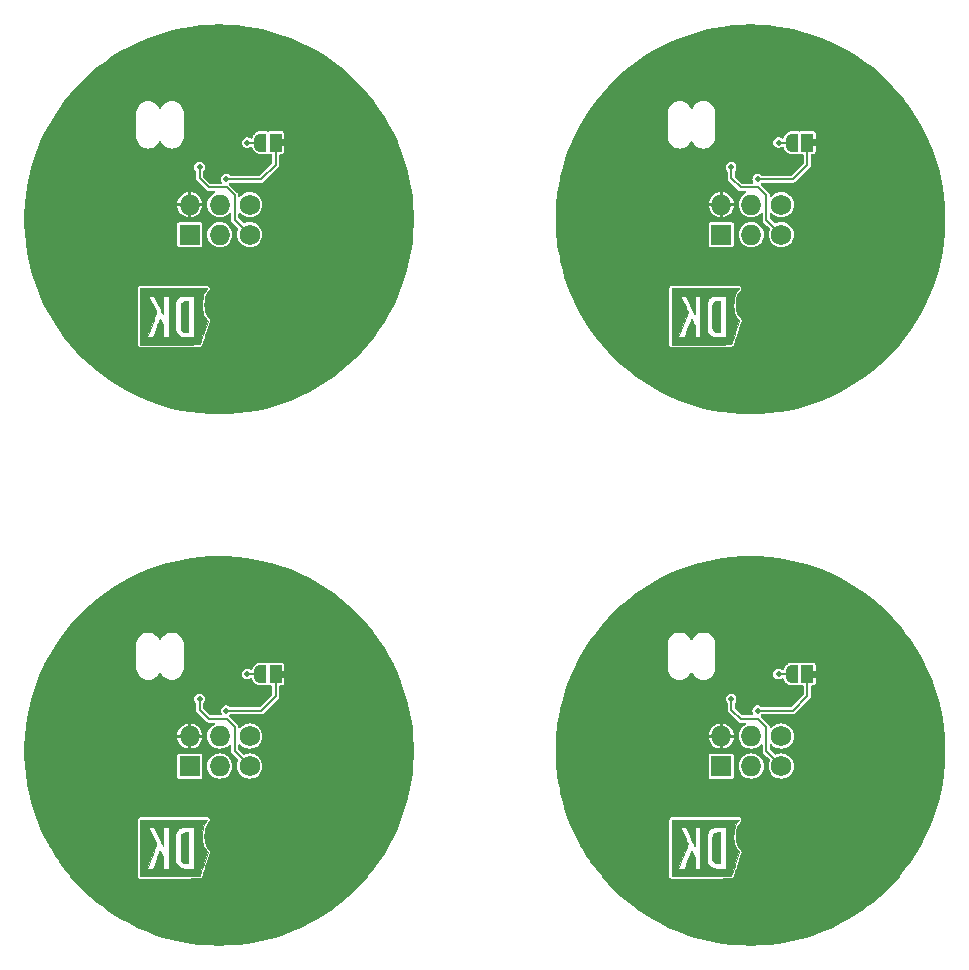
<source format=gbl>
%TF.GenerationSoftware,KiCad,Pcbnew,8.99.0-2433-g53022ab347*%
%TF.CreationDate,2024-09-29T16:39:52+02:00*%
%TF.ProjectId,BlinkyLoopSAO_2x2_panel,426c696e-6b79-44c6-9f6f-7053414f5f32,1.0*%
%TF.SameCoordinates,PX2faf080PY2faf080*%
%TF.FileFunction,Copper,L2,Bot*%
%TF.FilePolarity,Positive*%
%FSLAX46Y46*%
G04 Gerber Fmt 4.6, Leading zero omitted, Abs format (unit mm)*
G04 Created by KiCad (PCBNEW 8.99.0-2433-g53022ab347) date 2024-09-29 16:39:52*
%MOMM*%
%LPD*%
G01*
G04 APERTURE LIST*
G04 Aperture macros list*
%AMFreePoly0*
4,1,19,0.550000,-0.750000,0.000000,-0.750000,0.000000,-0.744911,-0.071157,-0.744911,-0.207708,-0.704816,-0.327430,-0.627875,-0.420627,-0.520320,-0.479746,-0.390866,-0.500000,-0.250000,-0.500000,0.250000,-0.479746,0.390866,-0.420627,0.520320,-0.327430,0.627875,-0.207708,0.704816,-0.071157,0.744911,0.000000,0.744911,0.000000,0.750000,0.550000,0.750000,0.550000,-0.750000,0.550000,-0.750000,
$1*%
%AMFreePoly1*
4,1,19,0.000000,0.744911,0.071157,0.744911,0.207708,0.704816,0.327430,0.627875,0.420627,0.520320,0.479746,0.390866,0.500000,0.250000,0.500000,-0.250000,0.479746,-0.390866,0.420627,-0.520320,0.327430,-0.627875,0.207708,-0.704816,0.071157,-0.744911,0.000000,-0.744911,0.000000,-0.750000,-0.550000,-0.750000,-0.550000,0.750000,0.000000,0.750000,0.000000,0.744911,0.000000,0.744911,
$1*%
G04 Aperture macros list end*
%TA.AperFunction,EtchedComponent*%
%ADD10C,0.000000*%
%TD*%
%TA.AperFunction,EtchedComponent*%
%ADD11C,0.010000*%
%TD*%
%TA.AperFunction,ComponentPad*%
%ADD12O,1.727200X1.727200*%
%TD*%
%TA.AperFunction,ComponentPad*%
%ADD13R,1.727200X1.727200*%
%TD*%
%TA.AperFunction,ComponentPad*%
%ADD14C,1.727200*%
%TD*%
%TA.AperFunction,SMDPad,CuDef*%
%ADD15FreePoly0,180.000000*%
%TD*%
%TA.AperFunction,SMDPad,CuDef*%
%ADD16R,1.000000X1.500000*%
%TD*%
%TA.AperFunction,SMDPad,CuDef*%
%ADD17FreePoly1,180.000000*%
%TD*%
%TA.AperFunction,ViaPad*%
%ADD18C,0.500000*%
%TD*%
%TA.AperFunction,ViaPad*%
%ADD19C,0.600000*%
%TD*%
%TA.AperFunction,Conductor*%
%ADD20C,0.200000*%
%TD*%
G04 APERTURE END LIST*
D10*
%TA.AperFunction,EtchedComponent*%
%TO.C,JP1*%
G36*
X30700000Y-18800000D02*
G01*
X30200000Y-18800000D01*
X30200000Y-18200000D01*
X30700000Y-18200000D01*
X30700000Y-18800000D01*
G37*
%TD.AperFunction*%
D11*
%TO.C,G\u002A\u002A\u002A*%
X22394600Y-34528735D02*
X22232323Y-34527142D01*
X22131218Y-34522512D01*
X21990103Y-34495802D01*
X21888270Y-34442547D01*
X21817438Y-34359401D01*
X21816193Y-34357267D01*
X21801421Y-34329474D01*
X21789468Y-34298197D01*
X21780036Y-34257550D01*
X21772828Y-34201650D01*
X21767545Y-34124612D01*
X21763891Y-34020552D01*
X21761567Y-33883585D01*
X21760276Y-33707828D01*
X21759720Y-33487394D01*
X21759600Y-33216401D01*
X21759652Y-33057758D01*
X21760112Y-32813942D01*
X21761266Y-32617483D01*
X21763377Y-32462548D01*
X21766709Y-32343302D01*
X21771523Y-32253912D01*
X21778083Y-32188545D01*
X21786651Y-32141365D01*
X21797491Y-32106539D01*
X21810864Y-32078234D01*
X21831298Y-32045840D01*
X21920623Y-31966042D01*
X22050415Y-31919303D01*
X22224361Y-31904068D01*
X22394600Y-31904068D01*
X22394600Y-34528735D01*
%TA.AperFunction,EtchedComponent*%
G36*
X22394600Y-34528735D02*
G01*
X22232323Y-34527142D01*
X22131218Y-34522512D01*
X21990103Y-34495802D01*
X21888270Y-34442547D01*
X21817438Y-34359401D01*
X21816193Y-34357267D01*
X21801421Y-34329474D01*
X21789468Y-34298197D01*
X21780036Y-34257550D01*
X21772828Y-34201650D01*
X21767545Y-34124612D01*
X21763891Y-34020552D01*
X21761567Y-33883585D01*
X21760276Y-33707828D01*
X21759720Y-33487394D01*
X21759600Y-33216401D01*
X21759652Y-33057758D01*
X21760112Y-32813942D01*
X21761266Y-32617483D01*
X21763377Y-32462548D01*
X21766709Y-32343302D01*
X21771523Y-32253912D01*
X21778083Y-32188545D01*
X21786651Y-32141365D01*
X21797491Y-32106539D01*
X21810864Y-32078234D01*
X21831298Y-32045840D01*
X21920623Y-31966042D01*
X22050415Y-31919303D01*
X22224361Y-31904068D01*
X22394600Y-31904068D01*
X22394600Y-34528735D01*
G37*
%TD.AperFunction*%
X23596370Y-31603012D02*
X23555116Y-31886631D01*
X23541029Y-32214512D01*
X23543064Y-32371601D01*
X23562435Y-32638184D01*
X23604715Y-32867168D01*
X23672965Y-33068954D01*
X23770247Y-33253943D01*
X23899624Y-33432535D01*
X24030373Y-33592224D01*
X23709403Y-34547313D01*
X23641667Y-34748635D01*
X23571227Y-34957467D01*
X23507831Y-35144866D01*
X23453659Y-35304414D01*
X23410889Y-35429696D01*
X23381702Y-35514293D01*
X23368275Y-35551790D01*
X23366768Y-35554877D01*
X23358906Y-35563056D01*
X23343112Y-35570213D01*
X23315921Y-35576418D01*
X23273869Y-35581738D01*
X23213489Y-35586240D01*
X23131317Y-35589992D01*
X23023888Y-35593062D01*
X22887736Y-35595517D01*
X22719396Y-35597425D01*
X22515403Y-35598854D01*
X22272292Y-35599872D01*
X21986597Y-35600545D01*
X21654853Y-35600942D01*
X21273596Y-35601131D01*
X20839359Y-35601179D01*
X18330600Y-35601179D01*
X18330600Y-34982263D01*
X18872734Y-34982263D01*
X19409844Y-34966179D01*
X19533645Y-34627512D01*
X19620845Y-34388999D01*
X19710129Y-34145190D01*
X19783297Y-33946462D01*
X19842146Y-33788474D01*
X19888476Y-33666889D01*
X19924087Y-33577365D01*
X19950778Y-33515565D01*
X19970349Y-33477149D01*
X19984598Y-33457778D01*
X19995326Y-33453112D01*
X20004331Y-33458812D01*
X20013413Y-33470539D01*
X20021019Y-33481815D01*
X20057208Y-33542776D01*
X20107645Y-33633731D01*
X20163871Y-33739555D01*
X20277934Y-33958798D01*
X20277934Y-34980290D01*
X20757711Y-34980290D01*
X20757711Y-32002846D01*
X21279823Y-32002846D01*
X21279823Y-34401735D01*
X21346701Y-34536365D01*
X21396474Y-34620002D01*
X21515412Y-34757165D01*
X21659328Y-34868107D01*
X21811178Y-34938088D01*
X21823783Y-34941635D01*
X21916010Y-34959298D01*
X22042566Y-34971294D01*
X22210770Y-34978125D01*
X22427945Y-34980290D01*
X22902600Y-34980290D01*
X22902600Y-31452512D01*
X22399628Y-31452512D01*
X22227313Y-31453587D01*
X22044345Y-31459186D01*
X21901428Y-31471205D01*
X21789320Y-31491453D01*
X21698777Y-31521738D01*
X21620553Y-31563868D01*
X21545404Y-31619654D01*
X21501571Y-31662038D01*
X21427526Y-31752875D01*
X21363540Y-31851700D01*
X21279823Y-32002846D01*
X20757711Y-32002846D01*
X20757711Y-31452512D01*
X20277934Y-31452512D01*
X20277934Y-32258511D01*
X20277893Y-32305608D01*
X20276750Y-32507502D01*
X20274193Y-32687442D01*
X20270430Y-32838532D01*
X20265669Y-32953872D01*
X20260119Y-33026565D01*
X20253990Y-33049712D01*
X20249208Y-33043362D01*
X20222827Y-32994671D01*
X20177536Y-32903665D01*
X20116378Y-32776706D01*
X20042398Y-32620153D01*
X19958643Y-32440368D01*
X19868156Y-32243713D01*
X19506265Y-31452512D01*
X19010763Y-31452512D01*
X19337103Y-32122790D01*
X19419297Y-32292183D01*
X19499758Y-32459215D01*
X19568995Y-32604219D01*
X19623608Y-32720028D01*
X19660195Y-32799477D01*
X19675355Y-32835401D01*
X19675163Y-32841143D01*
X19661693Y-32891604D01*
X19630369Y-32986858D01*
X19583308Y-33121047D01*
X19522624Y-33288313D01*
X19450435Y-33482799D01*
X19368855Y-33698647D01*
X19280000Y-33929999D01*
X18872734Y-34982263D01*
X18330600Y-34982263D01*
X18330600Y-30831624D01*
X24007665Y-30831624D01*
X23904860Y-30951568D01*
X23900845Y-30956273D01*
X23767464Y-31143978D01*
X23666563Y-31357509D01*
X23639400Y-31452512D01*
X23596370Y-31603012D01*
%TA.AperFunction,EtchedComponent*%
G36*
X23596370Y-31603012D02*
G01*
X23555116Y-31886631D01*
X23541029Y-32214512D01*
X23543064Y-32371601D01*
X23562435Y-32638184D01*
X23604715Y-32867168D01*
X23672965Y-33068954D01*
X23770247Y-33253943D01*
X23899624Y-33432535D01*
X24030373Y-33592224D01*
X23709403Y-34547313D01*
X23641667Y-34748635D01*
X23571227Y-34957467D01*
X23507831Y-35144866D01*
X23453659Y-35304414D01*
X23410889Y-35429696D01*
X23381702Y-35514293D01*
X23368275Y-35551790D01*
X23366768Y-35554877D01*
X23358906Y-35563056D01*
X23343112Y-35570213D01*
X23315921Y-35576418D01*
X23273869Y-35581738D01*
X23213489Y-35586240D01*
X23131317Y-35589992D01*
X23023888Y-35593062D01*
X22887736Y-35595517D01*
X22719396Y-35597425D01*
X22515403Y-35598854D01*
X22272292Y-35599872D01*
X21986597Y-35600545D01*
X21654853Y-35600942D01*
X21273596Y-35601131D01*
X20839359Y-35601179D01*
X18330600Y-35601179D01*
X18330600Y-34982263D01*
X18872734Y-34982263D01*
X19409844Y-34966179D01*
X19533645Y-34627512D01*
X19620845Y-34388999D01*
X19710129Y-34145190D01*
X19783297Y-33946462D01*
X19842146Y-33788474D01*
X19888476Y-33666889D01*
X19924087Y-33577365D01*
X19950778Y-33515565D01*
X19970349Y-33477149D01*
X19984598Y-33457778D01*
X19995326Y-33453112D01*
X20004331Y-33458812D01*
X20013413Y-33470539D01*
X20021019Y-33481815D01*
X20057208Y-33542776D01*
X20107645Y-33633731D01*
X20163871Y-33739555D01*
X20277934Y-33958798D01*
X20277934Y-34980290D01*
X20757711Y-34980290D01*
X20757711Y-32002846D01*
X21279823Y-32002846D01*
X21279823Y-34401735D01*
X21346701Y-34536365D01*
X21396474Y-34620002D01*
X21515412Y-34757165D01*
X21659328Y-34868107D01*
X21811178Y-34938088D01*
X21823783Y-34941635D01*
X21916010Y-34959298D01*
X22042566Y-34971294D01*
X22210770Y-34978125D01*
X22427945Y-34980290D01*
X22902600Y-34980290D01*
X22902600Y-31452512D01*
X22399628Y-31452512D01*
X22227313Y-31453587D01*
X22044345Y-31459186D01*
X21901428Y-31471205D01*
X21789320Y-31491453D01*
X21698777Y-31521738D01*
X21620553Y-31563868D01*
X21545404Y-31619654D01*
X21501571Y-31662038D01*
X21427526Y-31752875D01*
X21363540Y-31851700D01*
X21279823Y-32002846D01*
X20757711Y-32002846D01*
X20757711Y-31452512D01*
X20277934Y-31452512D01*
X20277934Y-32258511D01*
X20277893Y-32305608D01*
X20276750Y-32507502D01*
X20274193Y-32687442D01*
X20270430Y-32838532D01*
X20265669Y-32953872D01*
X20260119Y-33026565D01*
X20253990Y-33049712D01*
X20249208Y-33043362D01*
X20222827Y-32994671D01*
X20177536Y-32903665D01*
X20116378Y-32776706D01*
X20042398Y-32620153D01*
X19958643Y-32440368D01*
X19868156Y-32243713D01*
X19506265Y-31452512D01*
X19010763Y-31452512D01*
X19337103Y-32122790D01*
X19419297Y-32292183D01*
X19499758Y-32459215D01*
X19568995Y-32604219D01*
X19623608Y-32720028D01*
X19660195Y-32799477D01*
X19675355Y-32835401D01*
X19675163Y-32841143D01*
X19661693Y-32891604D01*
X19630369Y-32986858D01*
X19583308Y-33121047D01*
X19522624Y-33288313D01*
X19450435Y-33482799D01*
X19368855Y-33698647D01*
X19280000Y-33929999D01*
X18872734Y-34982263D01*
X18330600Y-34982263D01*
X18330600Y-30831624D01*
X24007665Y-30831624D01*
X23904860Y-30951568D01*
X23900845Y-30956273D01*
X23767464Y-31143978D01*
X23666563Y-31357509D01*
X23639400Y-31452512D01*
X23596370Y-31603012D01*
G37*
%TD.AperFunction*%
D10*
%TA.AperFunction,EtchedComponent*%
%TO.C,JP1*%
G36*
X75700000Y-18800000D02*
G01*
X75200000Y-18800000D01*
X75200000Y-18200000D01*
X75700000Y-18200000D01*
X75700000Y-18800000D01*
G37*
%TD.AperFunction*%
D11*
%TO.C,G\u002A\u002A\u002A*%
X67394600Y-34528735D02*
X67232323Y-34527142D01*
X67131218Y-34522512D01*
X66990103Y-34495802D01*
X66888270Y-34442547D01*
X66817438Y-34359401D01*
X66816193Y-34357267D01*
X66801421Y-34329474D01*
X66789468Y-34298197D01*
X66780036Y-34257550D01*
X66772828Y-34201650D01*
X66767545Y-34124612D01*
X66763891Y-34020552D01*
X66761567Y-33883585D01*
X66760276Y-33707828D01*
X66759720Y-33487394D01*
X66759600Y-33216401D01*
X66759652Y-33057758D01*
X66760112Y-32813942D01*
X66761266Y-32617483D01*
X66763377Y-32462548D01*
X66766709Y-32343302D01*
X66771523Y-32253912D01*
X66778083Y-32188545D01*
X66786651Y-32141365D01*
X66797491Y-32106539D01*
X66810864Y-32078234D01*
X66831298Y-32045840D01*
X66920623Y-31966042D01*
X67050415Y-31919303D01*
X67224361Y-31904068D01*
X67394600Y-31904068D01*
X67394600Y-34528735D01*
%TA.AperFunction,EtchedComponent*%
G36*
X67394600Y-34528735D02*
G01*
X67232323Y-34527142D01*
X67131218Y-34522512D01*
X66990103Y-34495802D01*
X66888270Y-34442547D01*
X66817438Y-34359401D01*
X66816193Y-34357267D01*
X66801421Y-34329474D01*
X66789468Y-34298197D01*
X66780036Y-34257550D01*
X66772828Y-34201650D01*
X66767545Y-34124612D01*
X66763891Y-34020552D01*
X66761567Y-33883585D01*
X66760276Y-33707828D01*
X66759720Y-33487394D01*
X66759600Y-33216401D01*
X66759652Y-33057758D01*
X66760112Y-32813942D01*
X66761266Y-32617483D01*
X66763377Y-32462548D01*
X66766709Y-32343302D01*
X66771523Y-32253912D01*
X66778083Y-32188545D01*
X66786651Y-32141365D01*
X66797491Y-32106539D01*
X66810864Y-32078234D01*
X66831298Y-32045840D01*
X66920623Y-31966042D01*
X67050415Y-31919303D01*
X67224361Y-31904068D01*
X67394600Y-31904068D01*
X67394600Y-34528735D01*
G37*
%TD.AperFunction*%
X68596370Y-31603012D02*
X68555116Y-31886631D01*
X68541029Y-32214512D01*
X68543064Y-32371601D01*
X68562435Y-32638184D01*
X68604715Y-32867168D01*
X68672965Y-33068954D01*
X68770247Y-33253943D01*
X68899624Y-33432535D01*
X69030373Y-33592224D01*
X68709403Y-34547313D01*
X68641667Y-34748635D01*
X68571227Y-34957467D01*
X68507831Y-35144866D01*
X68453659Y-35304414D01*
X68410889Y-35429696D01*
X68381702Y-35514293D01*
X68368275Y-35551790D01*
X68366768Y-35554877D01*
X68358906Y-35563056D01*
X68343112Y-35570213D01*
X68315921Y-35576418D01*
X68273869Y-35581738D01*
X68213489Y-35586240D01*
X68131317Y-35589992D01*
X68023888Y-35593062D01*
X67887736Y-35595517D01*
X67719396Y-35597425D01*
X67515403Y-35598854D01*
X67272292Y-35599872D01*
X66986597Y-35600545D01*
X66654853Y-35600942D01*
X66273596Y-35601131D01*
X65839359Y-35601179D01*
X63330600Y-35601179D01*
X63330600Y-34982263D01*
X63872734Y-34982263D01*
X64409844Y-34966179D01*
X64533645Y-34627512D01*
X64620845Y-34388999D01*
X64710129Y-34145190D01*
X64783297Y-33946462D01*
X64842146Y-33788474D01*
X64888476Y-33666889D01*
X64924087Y-33577365D01*
X64950778Y-33515565D01*
X64970349Y-33477149D01*
X64984598Y-33457778D01*
X64995326Y-33453112D01*
X65004331Y-33458812D01*
X65013413Y-33470539D01*
X65021019Y-33481815D01*
X65057208Y-33542776D01*
X65107645Y-33633731D01*
X65163871Y-33739555D01*
X65277934Y-33958798D01*
X65277934Y-34980290D01*
X65757711Y-34980290D01*
X65757711Y-32002846D01*
X66279823Y-32002846D01*
X66279823Y-34401735D01*
X66346701Y-34536365D01*
X66396474Y-34620002D01*
X66515412Y-34757165D01*
X66659328Y-34868107D01*
X66811178Y-34938088D01*
X66823783Y-34941635D01*
X66916010Y-34959298D01*
X67042566Y-34971294D01*
X67210770Y-34978125D01*
X67427945Y-34980290D01*
X67902600Y-34980290D01*
X67902600Y-31452512D01*
X67399628Y-31452512D01*
X67227313Y-31453587D01*
X67044345Y-31459186D01*
X66901428Y-31471205D01*
X66789320Y-31491453D01*
X66698777Y-31521738D01*
X66620553Y-31563868D01*
X66545404Y-31619654D01*
X66501571Y-31662038D01*
X66427526Y-31752875D01*
X66363540Y-31851700D01*
X66279823Y-32002846D01*
X65757711Y-32002846D01*
X65757711Y-31452512D01*
X65277934Y-31452512D01*
X65277934Y-32258511D01*
X65277893Y-32305608D01*
X65276750Y-32507502D01*
X65274193Y-32687442D01*
X65270430Y-32838532D01*
X65265669Y-32953872D01*
X65260119Y-33026565D01*
X65253990Y-33049712D01*
X65249208Y-33043362D01*
X65222827Y-32994671D01*
X65177536Y-32903665D01*
X65116378Y-32776706D01*
X65042398Y-32620153D01*
X64958643Y-32440368D01*
X64868156Y-32243713D01*
X64506265Y-31452512D01*
X64010763Y-31452512D01*
X64337103Y-32122790D01*
X64419297Y-32292183D01*
X64499758Y-32459215D01*
X64568995Y-32604219D01*
X64623608Y-32720028D01*
X64660195Y-32799477D01*
X64675355Y-32835401D01*
X64675163Y-32841143D01*
X64661693Y-32891604D01*
X64630369Y-32986858D01*
X64583308Y-33121047D01*
X64522624Y-33288313D01*
X64450435Y-33482799D01*
X64368855Y-33698647D01*
X64280000Y-33929999D01*
X63872734Y-34982263D01*
X63330600Y-34982263D01*
X63330600Y-30831624D01*
X69007665Y-30831624D01*
X68904860Y-30951568D01*
X68900845Y-30956273D01*
X68767464Y-31143978D01*
X68666563Y-31357509D01*
X68639400Y-31452512D01*
X68596370Y-31603012D01*
%TA.AperFunction,EtchedComponent*%
G36*
X68596370Y-31603012D02*
G01*
X68555116Y-31886631D01*
X68541029Y-32214512D01*
X68543064Y-32371601D01*
X68562435Y-32638184D01*
X68604715Y-32867168D01*
X68672965Y-33068954D01*
X68770247Y-33253943D01*
X68899624Y-33432535D01*
X69030373Y-33592224D01*
X68709403Y-34547313D01*
X68641667Y-34748635D01*
X68571227Y-34957467D01*
X68507831Y-35144866D01*
X68453659Y-35304414D01*
X68410889Y-35429696D01*
X68381702Y-35514293D01*
X68368275Y-35551790D01*
X68366768Y-35554877D01*
X68358906Y-35563056D01*
X68343112Y-35570213D01*
X68315921Y-35576418D01*
X68273869Y-35581738D01*
X68213489Y-35586240D01*
X68131317Y-35589992D01*
X68023888Y-35593062D01*
X67887736Y-35595517D01*
X67719396Y-35597425D01*
X67515403Y-35598854D01*
X67272292Y-35599872D01*
X66986597Y-35600545D01*
X66654853Y-35600942D01*
X66273596Y-35601131D01*
X65839359Y-35601179D01*
X63330600Y-35601179D01*
X63330600Y-34982263D01*
X63872734Y-34982263D01*
X64409844Y-34966179D01*
X64533645Y-34627512D01*
X64620845Y-34388999D01*
X64710129Y-34145190D01*
X64783297Y-33946462D01*
X64842146Y-33788474D01*
X64888476Y-33666889D01*
X64924087Y-33577365D01*
X64950778Y-33515565D01*
X64970349Y-33477149D01*
X64984598Y-33457778D01*
X64995326Y-33453112D01*
X65004331Y-33458812D01*
X65013413Y-33470539D01*
X65021019Y-33481815D01*
X65057208Y-33542776D01*
X65107645Y-33633731D01*
X65163871Y-33739555D01*
X65277934Y-33958798D01*
X65277934Y-34980290D01*
X65757711Y-34980290D01*
X65757711Y-32002846D01*
X66279823Y-32002846D01*
X66279823Y-34401735D01*
X66346701Y-34536365D01*
X66396474Y-34620002D01*
X66515412Y-34757165D01*
X66659328Y-34868107D01*
X66811178Y-34938088D01*
X66823783Y-34941635D01*
X66916010Y-34959298D01*
X67042566Y-34971294D01*
X67210770Y-34978125D01*
X67427945Y-34980290D01*
X67902600Y-34980290D01*
X67902600Y-31452512D01*
X67399628Y-31452512D01*
X67227313Y-31453587D01*
X67044345Y-31459186D01*
X66901428Y-31471205D01*
X66789320Y-31491453D01*
X66698777Y-31521738D01*
X66620553Y-31563868D01*
X66545404Y-31619654D01*
X66501571Y-31662038D01*
X66427526Y-31752875D01*
X66363540Y-31851700D01*
X66279823Y-32002846D01*
X65757711Y-32002846D01*
X65757711Y-31452512D01*
X65277934Y-31452512D01*
X65277934Y-32258511D01*
X65277893Y-32305608D01*
X65276750Y-32507502D01*
X65274193Y-32687442D01*
X65270430Y-32838532D01*
X65265669Y-32953872D01*
X65260119Y-33026565D01*
X65253990Y-33049712D01*
X65249208Y-33043362D01*
X65222827Y-32994671D01*
X65177536Y-32903665D01*
X65116378Y-32776706D01*
X65042398Y-32620153D01*
X64958643Y-32440368D01*
X64868156Y-32243713D01*
X64506265Y-31452512D01*
X64010763Y-31452512D01*
X64337103Y-32122790D01*
X64419297Y-32292183D01*
X64499758Y-32459215D01*
X64568995Y-32604219D01*
X64623608Y-32720028D01*
X64660195Y-32799477D01*
X64675355Y-32835401D01*
X64675163Y-32841143D01*
X64661693Y-32891604D01*
X64630369Y-32986858D01*
X64583308Y-33121047D01*
X64522624Y-33288313D01*
X64450435Y-33482799D01*
X64368855Y-33698647D01*
X64280000Y-33929999D01*
X63872734Y-34982263D01*
X63330600Y-34982263D01*
X63330600Y-30831624D01*
X69007665Y-30831624D01*
X68904860Y-30951568D01*
X68900845Y-30956273D01*
X68767464Y-31143978D01*
X68666563Y-31357509D01*
X68639400Y-31452512D01*
X68596370Y-31603012D01*
G37*
%TD.AperFunction*%
D10*
%TA.AperFunction,EtchedComponent*%
%TO.C,JP1*%
G36*
X30700000Y-63800000D02*
G01*
X30200000Y-63800000D01*
X30200000Y-63200000D01*
X30700000Y-63200000D01*
X30700000Y-63800000D01*
G37*
%TD.AperFunction*%
D11*
%TO.C,G\u002A\u002A\u002A*%
X22394600Y-79528735D02*
X22232323Y-79527142D01*
X22131218Y-79522512D01*
X21990103Y-79495802D01*
X21888270Y-79442547D01*
X21817438Y-79359401D01*
X21816193Y-79357267D01*
X21801421Y-79329474D01*
X21789468Y-79298197D01*
X21780036Y-79257550D01*
X21772828Y-79201650D01*
X21767545Y-79124612D01*
X21763891Y-79020552D01*
X21761567Y-78883585D01*
X21760276Y-78707828D01*
X21759720Y-78487394D01*
X21759600Y-78216401D01*
X21759652Y-78057758D01*
X21760112Y-77813942D01*
X21761266Y-77617483D01*
X21763377Y-77462548D01*
X21766709Y-77343302D01*
X21771523Y-77253912D01*
X21778083Y-77188545D01*
X21786651Y-77141365D01*
X21797491Y-77106539D01*
X21810864Y-77078234D01*
X21831298Y-77045840D01*
X21920623Y-76966042D01*
X22050415Y-76919303D01*
X22224361Y-76904068D01*
X22394600Y-76904068D01*
X22394600Y-79528735D01*
%TA.AperFunction,EtchedComponent*%
G36*
X22394600Y-79528735D02*
G01*
X22232323Y-79527142D01*
X22131218Y-79522512D01*
X21990103Y-79495802D01*
X21888270Y-79442547D01*
X21817438Y-79359401D01*
X21816193Y-79357267D01*
X21801421Y-79329474D01*
X21789468Y-79298197D01*
X21780036Y-79257550D01*
X21772828Y-79201650D01*
X21767545Y-79124612D01*
X21763891Y-79020552D01*
X21761567Y-78883585D01*
X21760276Y-78707828D01*
X21759720Y-78487394D01*
X21759600Y-78216401D01*
X21759652Y-78057758D01*
X21760112Y-77813942D01*
X21761266Y-77617483D01*
X21763377Y-77462548D01*
X21766709Y-77343302D01*
X21771523Y-77253912D01*
X21778083Y-77188545D01*
X21786651Y-77141365D01*
X21797491Y-77106539D01*
X21810864Y-77078234D01*
X21831298Y-77045840D01*
X21920623Y-76966042D01*
X22050415Y-76919303D01*
X22224361Y-76904068D01*
X22394600Y-76904068D01*
X22394600Y-79528735D01*
G37*
%TD.AperFunction*%
X23596370Y-76603012D02*
X23555116Y-76886631D01*
X23541029Y-77214512D01*
X23543064Y-77371601D01*
X23562435Y-77638184D01*
X23604715Y-77867168D01*
X23672965Y-78068954D01*
X23770247Y-78253943D01*
X23899624Y-78432535D01*
X24030373Y-78592224D01*
X23709403Y-79547313D01*
X23641667Y-79748635D01*
X23571227Y-79957467D01*
X23507831Y-80144866D01*
X23453659Y-80304414D01*
X23410889Y-80429696D01*
X23381702Y-80514293D01*
X23368275Y-80551790D01*
X23366768Y-80554877D01*
X23358906Y-80563056D01*
X23343112Y-80570213D01*
X23315921Y-80576418D01*
X23273869Y-80581738D01*
X23213489Y-80586240D01*
X23131317Y-80589992D01*
X23023888Y-80593062D01*
X22887736Y-80595517D01*
X22719396Y-80597425D01*
X22515403Y-80598854D01*
X22272292Y-80599872D01*
X21986597Y-80600545D01*
X21654853Y-80600942D01*
X21273596Y-80601131D01*
X20839359Y-80601179D01*
X18330600Y-80601179D01*
X18330600Y-79982263D01*
X18872734Y-79982263D01*
X19409844Y-79966179D01*
X19533645Y-79627512D01*
X19620845Y-79388999D01*
X19710129Y-79145190D01*
X19783297Y-78946462D01*
X19842146Y-78788474D01*
X19888476Y-78666889D01*
X19924087Y-78577365D01*
X19950778Y-78515565D01*
X19970349Y-78477149D01*
X19984598Y-78457778D01*
X19995326Y-78453112D01*
X20004331Y-78458812D01*
X20013413Y-78470539D01*
X20021019Y-78481815D01*
X20057208Y-78542776D01*
X20107645Y-78633731D01*
X20163871Y-78739555D01*
X20277934Y-78958798D01*
X20277934Y-79980290D01*
X20757711Y-79980290D01*
X20757711Y-77002846D01*
X21279823Y-77002846D01*
X21279823Y-79401735D01*
X21346701Y-79536365D01*
X21396474Y-79620002D01*
X21515412Y-79757165D01*
X21659328Y-79868107D01*
X21811178Y-79938088D01*
X21823783Y-79941635D01*
X21916010Y-79959298D01*
X22042566Y-79971294D01*
X22210770Y-79978125D01*
X22427945Y-79980290D01*
X22902600Y-79980290D01*
X22902600Y-76452512D01*
X22399628Y-76452512D01*
X22227313Y-76453587D01*
X22044345Y-76459186D01*
X21901428Y-76471205D01*
X21789320Y-76491453D01*
X21698777Y-76521738D01*
X21620553Y-76563868D01*
X21545404Y-76619654D01*
X21501571Y-76662038D01*
X21427526Y-76752875D01*
X21363540Y-76851700D01*
X21279823Y-77002846D01*
X20757711Y-77002846D01*
X20757711Y-76452512D01*
X20277934Y-76452512D01*
X20277934Y-77258511D01*
X20277893Y-77305608D01*
X20276750Y-77507502D01*
X20274193Y-77687442D01*
X20270430Y-77838532D01*
X20265669Y-77953872D01*
X20260119Y-78026565D01*
X20253990Y-78049712D01*
X20249208Y-78043362D01*
X20222827Y-77994671D01*
X20177536Y-77903665D01*
X20116378Y-77776706D01*
X20042398Y-77620153D01*
X19958643Y-77440368D01*
X19868156Y-77243713D01*
X19506265Y-76452512D01*
X19010763Y-76452512D01*
X19337103Y-77122790D01*
X19419297Y-77292183D01*
X19499758Y-77459215D01*
X19568995Y-77604219D01*
X19623608Y-77720028D01*
X19660195Y-77799477D01*
X19675355Y-77835401D01*
X19675163Y-77841143D01*
X19661693Y-77891604D01*
X19630369Y-77986858D01*
X19583308Y-78121047D01*
X19522624Y-78288313D01*
X19450435Y-78482799D01*
X19368855Y-78698647D01*
X19280000Y-78929999D01*
X18872734Y-79982263D01*
X18330600Y-79982263D01*
X18330600Y-75831624D01*
X24007665Y-75831624D01*
X23904860Y-75951568D01*
X23900845Y-75956273D01*
X23767464Y-76143978D01*
X23666563Y-76357509D01*
X23639400Y-76452512D01*
X23596370Y-76603012D01*
%TA.AperFunction,EtchedComponent*%
G36*
X23596370Y-76603012D02*
G01*
X23555116Y-76886631D01*
X23541029Y-77214512D01*
X23543064Y-77371601D01*
X23562435Y-77638184D01*
X23604715Y-77867168D01*
X23672965Y-78068954D01*
X23770247Y-78253943D01*
X23899624Y-78432535D01*
X24030373Y-78592224D01*
X23709403Y-79547313D01*
X23641667Y-79748635D01*
X23571227Y-79957467D01*
X23507831Y-80144866D01*
X23453659Y-80304414D01*
X23410889Y-80429696D01*
X23381702Y-80514293D01*
X23368275Y-80551790D01*
X23366768Y-80554877D01*
X23358906Y-80563056D01*
X23343112Y-80570213D01*
X23315921Y-80576418D01*
X23273869Y-80581738D01*
X23213489Y-80586240D01*
X23131317Y-80589992D01*
X23023888Y-80593062D01*
X22887736Y-80595517D01*
X22719396Y-80597425D01*
X22515403Y-80598854D01*
X22272292Y-80599872D01*
X21986597Y-80600545D01*
X21654853Y-80600942D01*
X21273596Y-80601131D01*
X20839359Y-80601179D01*
X18330600Y-80601179D01*
X18330600Y-79982263D01*
X18872734Y-79982263D01*
X19409844Y-79966179D01*
X19533645Y-79627512D01*
X19620845Y-79388999D01*
X19710129Y-79145190D01*
X19783297Y-78946462D01*
X19842146Y-78788474D01*
X19888476Y-78666889D01*
X19924087Y-78577365D01*
X19950778Y-78515565D01*
X19970349Y-78477149D01*
X19984598Y-78457778D01*
X19995326Y-78453112D01*
X20004331Y-78458812D01*
X20013413Y-78470539D01*
X20021019Y-78481815D01*
X20057208Y-78542776D01*
X20107645Y-78633731D01*
X20163871Y-78739555D01*
X20277934Y-78958798D01*
X20277934Y-79980290D01*
X20757711Y-79980290D01*
X20757711Y-77002846D01*
X21279823Y-77002846D01*
X21279823Y-79401735D01*
X21346701Y-79536365D01*
X21396474Y-79620002D01*
X21515412Y-79757165D01*
X21659328Y-79868107D01*
X21811178Y-79938088D01*
X21823783Y-79941635D01*
X21916010Y-79959298D01*
X22042566Y-79971294D01*
X22210770Y-79978125D01*
X22427945Y-79980290D01*
X22902600Y-79980290D01*
X22902600Y-76452512D01*
X22399628Y-76452512D01*
X22227313Y-76453587D01*
X22044345Y-76459186D01*
X21901428Y-76471205D01*
X21789320Y-76491453D01*
X21698777Y-76521738D01*
X21620553Y-76563868D01*
X21545404Y-76619654D01*
X21501571Y-76662038D01*
X21427526Y-76752875D01*
X21363540Y-76851700D01*
X21279823Y-77002846D01*
X20757711Y-77002846D01*
X20757711Y-76452512D01*
X20277934Y-76452512D01*
X20277934Y-77258511D01*
X20277893Y-77305608D01*
X20276750Y-77507502D01*
X20274193Y-77687442D01*
X20270430Y-77838532D01*
X20265669Y-77953872D01*
X20260119Y-78026565D01*
X20253990Y-78049712D01*
X20249208Y-78043362D01*
X20222827Y-77994671D01*
X20177536Y-77903665D01*
X20116378Y-77776706D01*
X20042398Y-77620153D01*
X19958643Y-77440368D01*
X19868156Y-77243713D01*
X19506265Y-76452512D01*
X19010763Y-76452512D01*
X19337103Y-77122790D01*
X19419297Y-77292183D01*
X19499758Y-77459215D01*
X19568995Y-77604219D01*
X19623608Y-77720028D01*
X19660195Y-77799477D01*
X19675355Y-77835401D01*
X19675163Y-77841143D01*
X19661693Y-77891604D01*
X19630369Y-77986858D01*
X19583308Y-78121047D01*
X19522624Y-78288313D01*
X19450435Y-78482799D01*
X19368855Y-78698647D01*
X19280000Y-78929999D01*
X18872734Y-79982263D01*
X18330600Y-79982263D01*
X18330600Y-75831624D01*
X24007665Y-75831624D01*
X23904860Y-75951568D01*
X23900845Y-75956273D01*
X23767464Y-76143978D01*
X23666563Y-76357509D01*
X23639400Y-76452512D01*
X23596370Y-76603012D01*
G37*
%TD.AperFunction*%
D10*
%TA.AperFunction,EtchedComponent*%
%TO.C,JP1*%
G36*
X75700000Y-63800000D02*
G01*
X75200000Y-63800000D01*
X75200000Y-63200000D01*
X75700000Y-63200000D01*
X75700000Y-63800000D01*
G37*
%TD.AperFunction*%
D11*
%TO.C,G\u002A\u002A\u002A*%
X67394600Y-79528735D02*
X67232323Y-79527142D01*
X67131218Y-79522512D01*
X66990103Y-79495802D01*
X66888270Y-79442547D01*
X66817438Y-79359401D01*
X66816193Y-79357267D01*
X66801421Y-79329474D01*
X66789468Y-79298197D01*
X66780036Y-79257550D01*
X66772828Y-79201650D01*
X66767545Y-79124612D01*
X66763891Y-79020552D01*
X66761567Y-78883585D01*
X66760276Y-78707828D01*
X66759720Y-78487394D01*
X66759600Y-78216401D01*
X66759652Y-78057758D01*
X66760112Y-77813942D01*
X66761266Y-77617483D01*
X66763377Y-77462548D01*
X66766709Y-77343302D01*
X66771523Y-77253912D01*
X66778083Y-77188545D01*
X66786651Y-77141365D01*
X66797491Y-77106539D01*
X66810864Y-77078234D01*
X66831298Y-77045840D01*
X66920623Y-76966042D01*
X67050415Y-76919303D01*
X67224361Y-76904068D01*
X67394600Y-76904068D01*
X67394600Y-79528735D01*
%TA.AperFunction,EtchedComponent*%
G36*
X67394600Y-79528735D02*
G01*
X67232323Y-79527142D01*
X67131218Y-79522512D01*
X66990103Y-79495802D01*
X66888270Y-79442547D01*
X66817438Y-79359401D01*
X66816193Y-79357267D01*
X66801421Y-79329474D01*
X66789468Y-79298197D01*
X66780036Y-79257550D01*
X66772828Y-79201650D01*
X66767545Y-79124612D01*
X66763891Y-79020552D01*
X66761567Y-78883585D01*
X66760276Y-78707828D01*
X66759720Y-78487394D01*
X66759600Y-78216401D01*
X66759652Y-78057758D01*
X66760112Y-77813942D01*
X66761266Y-77617483D01*
X66763377Y-77462548D01*
X66766709Y-77343302D01*
X66771523Y-77253912D01*
X66778083Y-77188545D01*
X66786651Y-77141365D01*
X66797491Y-77106539D01*
X66810864Y-77078234D01*
X66831298Y-77045840D01*
X66920623Y-76966042D01*
X67050415Y-76919303D01*
X67224361Y-76904068D01*
X67394600Y-76904068D01*
X67394600Y-79528735D01*
G37*
%TD.AperFunction*%
X68596370Y-76603012D02*
X68555116Y-76886631D01*
X68541029Y-77214512D01*
X68543064Y-77371601D01*
X68562435Y-77638184D01*
X68604715Y-77867168D01*
X68672965Y-78068954D01*
X68770247Y-78253943D01*
X68899624Y-78432535D01*
X69030373Y-78592224D01*
X68709403Y-79547313D01*
X68641667Y-79748635D01*
X68571227Y-79957467D01*
X68507831Y-80144866D01*
X68453659Y-80304414D01*
X68410889Y-80429696D01*
X68381702Y-80514293D01*
X68368275Y-80551790D01*
X68366768Y-80554877D01*
X68358906Y-80563056D01*
X68343112Y-80570213D01*
X68315921Y-80576418D01*
X68273869Y-80581738D01*
X68213489Y-80586240D01*
X68131317Y-80589992D01*
X68023888Y-80593062D01*
X67887736Y-80595517D01*
X67719396Y-80597425D01*
X67515403Y-80598854D01*
X67272292Y-80599872D01*
X66986597Y-80600545D01*
X66654853Y-80600942D01*
X66273596Y-80601131D01*
X65839359Y-80601179D01*
X63330600Y-80601179D01*
X63330600Y-79982263D01*
X63872734Y-79982263D01*
X64409844Y-79966179D01*
X64533645Y-79627512D01*
X64620845Y-79388999D01*
X64710129Y-79145190D01*
X64783297Y-78946462D01*
X64842146Y-78788474D01*
X64888476Y-78666889D01*
X64924087Y-78577365D01*
X64950778Y-78515565D01*
X64970349Y-78477149D01*
X64984598Y-78457778D01*
X64995326Y-78453112D01*
X65004331Y-78458812D01*
X65013413Y-78470539D01*
X65021019Y-78481815D01*
X65057208Y-78542776D01*
X65107645Y-78633731D01*
X65163871Y-78739555D01*
X65277934Y-78958798D01*
X65277934Y-79980290D01*
X65757711Y-79980290D01*
X65757711Y-77002846D01*
X66279823Y-77002846D01*
X66279823Y-79401735D01*
X66346701Y-79536365D01*
X66396474Y-79620002D01*
X66515412Y-79757165D01*
X66659328Y-79868107D01*
X66811178Y-79938088D01*
X66823783Y-79941635D01*
X66916010Y-79959298D01*
X67042566Y-79971294D01*
X67210770Y-79978125D01*
X67427945Y-79980290D01*
X67902600Y-79980290D01*
X67902600Y-76452512D01*
X67399628Y-76452512D01*
X67227313Y-76453587D01*
X67044345Y-76459186D01*
X66901428Y-76471205D01*
X66789320Y-76491453D01*
X66698777Y-76521738D01*
X66620553Y-76563868D01*
X66545404Y-76619654D01*
X66501571Y-76662038D01*
X66427526Y-76752875D01*
X66363540Y-76851700D01*
X66279823Y-77002846D01*
X65757711Y-77002846D01*
X65757711Y-76452512D01*
X65277934Y-76452512D01*
X65277934Y-77258511D01*
X65277893Y-77305608D01*
X65276750Y-77507502D01*
X65274193Y-77687442D01*
X65270430Y-77838532D01*
X65265669Y-77953872D01*
X65260119Y-78026565D01*
X65253990Y-78049712D01*
X65249208Y-78043362D01*
X65222827Y-77994671D01*
X65177536Y-77903665D01*
X65116378Y-77776706D01*
X65042398Y-77620153D01*
X64958643Y-77440368D01*
X64868156Y-77243713D01*
X64506265Y-76452512D01*
X64010763Y-76452512D01*
X64337103Y-77122790D01*
X64419297Y-77292183D01*
X64499758Y-77459215D01*
X64568995Y-77604219D01*
X64623608Y-77720028D01*
X64660195Y-77799477D01*
X64675355Y-77835401D01*
X64675163Y-77841143D01*
X64661693Y-77891604D01*
X64630369Y-77986858D01*
X64583308Y-78121047D01*
X64522624Y-78288313D01*
X64450435Y-78482799D01*
X64368855Y-78698647D01*
X64280000Y-78929999D01*
X63872734Y-79982263D01*
X63330600Y-79982263D01*
X63330600Y-75831624D01*
X69007665Y-75831624D01*
X68904860Y-75951568D01*
X68900845Y-75956273D01*
X68767464Y-76143978D01*
X68666563Y-76357509D01*
X68639400Y-76452512D01*
X68596370Y-76603012D01*
%TA.AperFunction,EtchedComponent*%
G36*
X68596370Y-76603012D02*
G01*
X68555116Y-76886631D01*
X68541029Y-77214512D01*
X68543064Y-77371601D01*
X68562435Y-77638184D01*
X68604715Y-77867168D01*
X68672965Y-78068954D01*
X68770247Y-78253943D01*
X68899624Y-78432535D01*
X69030373Y-78592224D01*
X68709403Y-79547313D01*
X68641667Y-79748635D01*
X68571227Y-79957467D01*
X68507831Y-80144866D01*
X68453659Y-80304414D01*
X68410889Y-80429696D01*
X68381702Y-80514293D01*
X68368275Y-80551790D01*
X68366768Y-80554877D01*
X68358906Y-80563056D01*
X68343112Y-80570213D01*
X68315921Y-80576418D01*
X68273869Y-80581738D01*
X68213489Y-80586240D01*
X68131317Y-80589992D01*
X68023888Y-80593062D01*
X67887736Y-80595517D01*
X67719396Y-80597425D01*
X67515403Y-80598854D01*
X67272292Y-80599872D01*
X66986597Y-80600545D01*
X66654853Y-80600942D01*
X66273596Y-80601131D01*
X65839359Y-80601179D01*
X63330600Y-80601179D01*
X63330600Y-79982263D01*
X63872734Y-79982263D01*
X64409844Y-79966179D01*
X64533645Y-79627512D01*
X64620845Y-79388999D01*
X64710129Y-79145190D01*
X64783297Y-78946462D01*
X64842146Y-78788474D01*
X64888476Y-78666889D01*
X64924087Y-78577365D01*
X64950778Y-78515565D01*
X64970349Y-78477149D01*
X64984598Y-78457778D01*
X64995326Y-78453112D01*
X65004331Y-78458812D01*
X65013413Y-78470539D01*
X65021019Y-78481815D01*
X65057208Y-78542776D01*
X65107645Y-78633731D01*
X65163871Y-78739555D01*
X65277934Y-78958798D01*
X65277934Y-79980290D01*
X65757711Y-79980290D01*
X65757711Y-77002846D01*
X66279823Y-77002846D01*
X66279823Y-79401735D01*
X66346701Y-79536365D01*
X66396474Y-79620002D01*
X66515412Y-79757165D01*
X66659328Y-79868107D01*
X66811178Y-79938088D01*
X66823783Y-79941635D01*
X66916010Y-79959298D01*
X67042566Y-79971294D01*
X67210770Y-79978125D01*
X67427945Y-79980290D01*
X67902600Y-79980290D01*
X67902600Y-76452512D01*
X67399628Y-76452512D01*
X67227313Y-76453587D01*
X67044345Y-76459186D01*
X66901428Y-76471205D01*
X66789320Y-76491453D01*
X66698777Y-76521738D01*
X66620553Y-76563868D01*
X66545404Y-76619654D01*
X66501571Y-76662038D01*
X66427526Y-76752875D01*
X66363540Y-76851700D01*
X66279823Y-77002846D01*
X65757711Y-77002846D01*
X65757711Y-76452512D01*
X65277934Y-76452512D01*
X65277934Y-77258511D01*
X65277893Y-77305608D01*
X65276750Y-77507502D01*
X65274193Y-77687442D01*
X65270430Y-77838532D01*
X65265669Y-77953872D01*
X65260119Y-78026565D01*
X65253990Y-78049712D01*
X65249208Y-78043362D01*
X65222827Y-77994671D01*
X65177536Y-77903665D01*
X65116378Y-77776706D01*
X65042398Y-77620153D01*
X64958643Y-77440368D01*
X64868156Y-77243713D01*
X64506265Y-76452512D01*
X64010763Y-76452512D01*
X64337103Y-77122790D01*
X64419297Y-77292183D01*
X64499758Y-77459215D01*
X64568995Y-77604219D01*
X64623608Y-77720028D01*
X64660195Y-77799477D01*
X64675355Y-77835401D01*
X64675163Y-77841143D01*
X64661693Y-77891604D01*
X64630369Y-77986858D01*
X64583308Y-78121047D01*
X64522624Y-78288313D01*
X64450435Y-78482799D01*
X64368855Y-78698647D01*
X64280000Y-78929999D01*
X63872734Y-79982263D01*
X63330600Y-79982263D01*
X63330600Y-75831624D01*
X69007665Y-75831624D01*
X68904860Y-75951568D01*
X68900845Y-75956273D01*
X68767464Y-76143978D01*
X68666563Y-76357509D01*
X68639400Y-76452512D01*
X68596370Y-76603012D01*
G37*
%TD.AperFunction*%
%TD*%
D12*
%TO.P,X1,1,VCC*%
%TO.N,VCC*%
X22520000Y-23750000D03*
D13*
%TO.P,X1,2,GND*%
%TO.N,GND*%
X22520000Y-26290000D03*
D12*
%TO.P,X1,3,SDA*%
%TO.N,SDA*%
X25060000Y-23750000D03*
%TO.P,X1,4,SCL*%
%TO.N,SCL*%
X25060000Y-26290000D03*
D14*
%TO.P,X1,5,GPIO1*%
%TO.N,LED_CONTROL*%
X27600000Y-23750000D03*
%TO.P,X1,6,GPIO2*%
%TO.N,ACC_INT*%
X27600000Y-26290000D03*
%TD*%
D15*
%TO.P,JP1,1,A*%
%TO.N,VCC*%
X31100000Y-18500000D03*
D16*
%TO.P,JP1,2,C*%
%TO.N,Net-(JP1-C)*%
X29800000Y-18500000D03*
D17*
%TO.P,JP1,3,B*%
%TO.N,GND*%
X28500000Y-18500000D03*
%TD*%
D12*
%TO.P,X1,1,VCC*%
%TO.N,VCC*%
X67520000Y-23750000D03*
D13*
%TO.P,X1,2,GND*%
%TO.N,GND*%
X67520000Y-26290000D03*
D12*
%TO.P,X1,3,SDA*%
%TO.N,SDA*%
X70060000Y-23750000D03*
%TO.P,X1,4,SCL*%
%TO.N,SCL*%
X70060000Y-26290000D03*
D14*
%TO.P,X1,5,GPIO1*%
%TO.N,LED_CONTROL*%
X72600000Y-23750000D03*
%TO.P,X1,6,GPIO2*%
%TO.N,ACC_INT*%
X72600000Y-26290000D03*
%TD*%
D15*
%TO.P,JP1,1,A*%
%TO.N,VCC*%
X76100000Y-18500000D03*
D16*
%TO.P,JP1,2,C*%
%TO.N,Net-(JP1-C)*%
X74800000Y-18500000D03*
D17*
%TO.P,JP1,3,B*%
%TO.N,GND*%
X73500000Y-18500000D03*
%TD*%
D12*
%TO.P,X1,1,VCC*%
%TO.N,VCC*%
X22520000Y-68750000D03*
D13*
%TO.P,X1,2,GND*%
%TO.N,GND*%
X22520000Y-71290000D03*
D12*
%TO.P,X1,3,SDA*%
%TO.N,SDA*%
X25060000Y-68750000D03*
%TO.P,X1,4,SCL*%
%TO.N,SCL*%
X25060000Y-71290000D03*
D14*
%TO.P,X1,5,GPIO1*%
%TO.N,LED_CONTROL*%
X27600000Y-68750000D03*
%TO.P,X1,6,GPIO2*%
%TO.N,ACC_INT*%
X27600000Y-71290000D03*
%TD*%
D15*
%TO.P,JP1,1,A*%
%TO.N,VCC*%
X31100000Y-63500000D03*
D16*
%TO.P,JP1,2,C*%
%TO.N,Net-(JP1-C)*%
X29800000Y-63500000D03*
D17*
%TO.P,JP1,3,B*%
%TO.N,GND*%
X28500000Y-63500000D03*
%TD*%
D12*
%TO.P,X1,1,VCC*%
%TO.N,VCC*%
X67520000Y-68750000D03*
D13*
%TO.P,X1,2,GND*%
%TO.N,GND*%
X67520000Y-71290000D03*
D12*
%TO.P,X1,3,SDA*%
%TO.N,SDA*%
X70060000Y-68750000D03*
%TO.P,X1,4,SCL*%
%TO.N,SCL*%
X70060000Y-71290000D03*
D14*
%TO.P,X1,5,GPIO1*%
%TO.N,LED_CONTROL*%
X72600000Y-68750000D03*
%TO.P,X1,6,GPIO2*%
%TO.N,ACC_INT*%
X72600000Y-71290000D03*
%TD*%
D15*
%TO.P,JP1,1,A*%
%TO.N,VCC*%
X76100000Y-63500000D03*
D16*
%TO.P,JP1,2,C*%
%TO.N,Net-(JP1-C)*%
X74800000Y-63500000D03*
D17*
%TO.P,JP1,3,B*%
%TO.N,GND*%
X73500000Y-63500000D03*
%TD*%
D18*
%TO.N,GND*%
X27370000Y-18500000D03*
D19*
%TO.N,VCC*%
X35975000Y-16975000D03*
X12700000Y-19250000D03*
X38450000Y-24100000D03*
X24075000Y-11650000D03*
X35875000Y-25000000D03*
X26975000Y-15000000D03*
D18*
X24750000Y-18525000D03*
D19*
X25925000Y-38400000D03*
X27000000Y-17000000D03*
X14125000Y-25000000D03*
X33025000Y-36025000D03*
X19325000Y-37200000D03*
X11675000Y-25900000D03*
X16975000Y-13825000D03*
X25000000Y-36050000D03*
X30775000Y-12700000D03*
X14050000Y-33025000D03*
X37250000Y-30700000D03*
D18*
X24423909Y-21673909D03*
%TO.N,ACC_INT*%
X23350000Y-20600000D03*
%TO.N,Net-(JP1-C)*%
X25600000Y-21590000D03*
%TO.N,GND*%
X72370000Y-18500000D03*
D19*
%TO.N,VCC*%
X80975000Y-16975000D03*
X57700000Y-19250000D03*
X83450000Y-24100000D03*
X69075000Y-11650000D03*
X80875000Y-25000000D03*
X71975000Y-15000000D03*
D18*
X69750000Y-18525000D03*
D19*
X70925000Y-38400000D03*
X72000000Y-17000000D03*
X59125000Y-25000000D03*
X78025000Y-36025000D03*
X64325000Y-37200000D03*
X56675000Y-25900000D03*
X61975000Y-13825000D03*
X70000000Y-36050000D03*
X75775000Y-12700000D03*
X59050000Y-33025000D03*
X82250000Y-30700000D03*
D18*
X69423909Y-21673909D03*
%TO.N,ACC_INT*%
X68350000Y-20600000D03*
%TO.N,Net-(JP1-C)*%
X70600000Y-21590000D03*
%TO.N,GND*%
X27370000Y-63500000D03*
D19*
%TO.N,VCC*%
X35975000Y-61975000D03*
X12700000Y-64250000D03*
X38450000Y-69100000D03*
X24075000Y-56650000D03*
X35875000Y-70000000D03*
X26975000Y-60000000D03*
D18*
X24750000Y-63525000D03*
D19*
X25925000Y-83400000D03*
X27000000Y-62000000D03*
X14125000Y-70000000D03*
X33025000Y-81025000D03*
X19325000Y-82200000D03*
X11675000Y-70900000D03*
X16975000Y-58825000D03*
X25000000Y-81050000D03*
X30775000Y-57700000D03*
X14050000Y-78025000D03*
X37250000Y-75700000D03*
D18*
X24423909Y-66673909D03*
%TO.N,ACC_INT*%
X23350000Y-65600000D03*
%TO.N,Net-(JP1-C)*%
X25600000Y-66590000D03*
%TO.N,GND*%
X72370000Y-63500000D03*
D19*
%TO.N,VCC*%
X80975000Y-61975000D03*
X57700000Y-64250000D03*
X83450000Y-69100000D03*
X69075000Y-56650000D03*
X80875000Y-70000000D03*
X71975000Y-60000000D03*
D18*
X69750000Y-63525000D03*
D19*
X70925000Y-83400000D03*
X72000000Y-62000000D03*
X59125000Y-70000000D03*
X78025000Y-81025000D03*
X64325000Y-82200000D03*
X56675000Y-70900000D03*
X61975000Y-58825000D03*
X70000000Y-81050000D03*
X75775000Y-57700000D03*
X59050000Y-78025000D03*
X82250000Y-75700000D03*
D18*
X69423909Y-66673909D03*
%TO.N,ACC_INT*%
X68350000Y-65600000D03*
%TO.N,Net-(JP1-C)*%
X70600000Y-66590000D03*
%TD*%
D20*
%TO.N,GND*%
X28500000Y-18500000D02*
X27500000Y-18500000D01*
%TO.N,ACC_INT*%
X24150000Y-22300000D02*
X25650000Y-22300000D01*
X26325000Y-25015000D02*
X27600000Y-26290000D01*
X26325000Y-22975000D02*
X26325000Y-25015000D01*
X25650000Y-22300000D02*
X26325000Y-22975000D01*
X23350000Y-20600000D02*
X23350000Y-21500000D01*
X23350000Y-21500000D02*
X24150000Y-22300000D01*
%TO.N,Net-(JP1-C)*%
X29800000Y-20375000D02*
X29800000Y-18500000D01*
X25600000Y-21590000D02*
X28585000Y-21590000D01*
X28585000Y-21590000D02*
X29800000Y-20375000D01*
%TO.N,GND*%
X73500000Y-18500000D02*
X72500000Y-18500000D01*
%TO.N,ACC_INT*%
X69150000Y-22300000D02*
X70650000Y-22300000D01*
X71325000Y-25015000D02*
X72600000Y-26290000D01*
X71325000Y-22975000D02*
X71325000Y-25015000D01*
X70650000Y-22300000D02*
X71325000Y-22975000D01*
X68350000Y-20600000D02*
X68350000Y-21500000D01*
X68350000Y-21500000D02*
X69150000Y-22300000D01*
%TO.N,Net-(JP1-C)*%
X74800000Y-20375000D02*
X74800000Y-18500000D01*
X70600000Y-21590000D02*
X73585000Y-21590000D01*
X73585000Y-21590000D02*
X74800000Y-20375000D01*
%TO.N,GND*%
X28500000Y-63500000D02*
X27500000Y-63500000D01*
%TO.N,ACC_INT*%
X24150000Y-67300000D02*
X25650000Y-67300000D01*
X26325000Y-70015000D02*
X27600000Y-71290000D01*
X26325000Y-67975000D02*
X26325000Y-70015000D01*
X25650000Y-67300000D02*
X26325000Y-67975000D01*
X23350000Y-65600000D02*
X23350000Y-66500000D01*
X23350000Y-66500000D02*
X24150000Y-67300000D01*
%TO.N,Net-(JP1-C)*%
X29800000Y-65375000D02*
X29800000Y-63500000D01*
X25600000Y-66590000D02*
X28585000Y-66590000D01*
X28585000Y-66590000D02*
X29800000Y-65375000D01*
%TO.N,GND*%
X73500000Y-63500000D02*
X72500000Y-63500000D01*
%TO.N,ACC_INT*%
X69150000Y-67300000D02*
X70650000Y-67300000D01*
X71325000Y-70015000D02*
X72600000Y-71290000D01*
X71325000Y-67975000D02*
X71325000Y-70015000D01*
X70650000Y-67300000D02*
X71325000Y-67975000D01*
X68350000Y-65600000D02*
X68350000Y-66500000D01*
X68350000Y-66500000D02*
X69150000Y-67300000D01*
%TO.N,Net-(JP1-C)*%
X74800000Y-65375000D02*
X74800000Y-63500000D01*
X70600000Y-66590000D02*
X73585000Y-66590000D01*
X73585000Y-66590000D02*
X74800000Y-65375000D01*
%TD*%
%TA.AperFunction,Conductor*%
%TO.N,VCC*%
G36*
X25794754Y-8519710D02*
G01*
X25799527Y-8519940D01*
X26434291Y-8566041D01*
X26590049Y-8577353D01*
X26594811Y-8577815D01*
X27381652Y-8673354D01*
X27386314Y-8674034D01*
X28167657Y-8807484D01*
X28172296Y-8808392D01*
X28934901Y-8976920D01*
X28946254Y-8979429D01*
X28950901Y-8980574D01*
X29715657Y-9188795D01*
X29720224Y-9190158D01*
X29759470Y-9202910D01*
X30474039Y-9435088D01*
X30478552Y-9436676D01*
X30803071Y-9559749D01*
X31219664Y-9717742D01*
X31224075Y-9719539D01*
X31950728Y-10036076D01*
X31955031Y-10038076D01*
X32665568Y-10389364D01*
X32669770Y-10391569D01*
X33362500Y-10776772D01*
X33366624Y-10779198D01*
X34039900Y-11197399D01*
X34043902Y-11200021D01*
X34696187Y-11650260D01*
X34700058Y-11653072D01*
X35329845Y-12134313D01*
X35333575Y-12137309D01*
X35939346Y-12648390D01*
X35942928Y-12651562D01*
X36523343Y-13191353D01*
X36526766Y-13194695D01*
X37080392Y-13761863D01*
X37083651Y-13765367D01*
X37609243Y-14358639D01*
X37612328Y-14362296D01*
X37988875Y-14831140D01*
X38106865Y-14978052D01*
X38108630Y-14980249D01*
X38111530Y-14984043D01*
X38409734Y-15394486D01*
X38577417Y-15625282D01*
X38580135Y-15629220D01*
X39014487Y-16292203D01*
X39017011Y-16296267D01*
X39418822Y-16979453D01*
X39421147Y-16983634D01*
X39789479Y-17685433D01*
X39791600Y-17689722D01*
X40125612Y-18408531D01*
X40127522Y-18412918D01*
X40340878Y-18936937D01*
X40410715Y-19108464D01*
X40426393Y-19146969D01*
X40428090Y-19151442D01*
X40691165Y-19899124D01*
X40692643Y-19903674D01*
X40919280Y-20663168D01*
X40920537Y-20667785D01*
X41110214Y-21437334D01*
X41111247Y-21442006D01*
X41263529Y-22219854D01*
X41264334Y-22224570D01*
X41378853Y-23008829D01*
X41379430Y-23013578D01*
X41455928Y-23802491D01*
X41456274Y-23807263D01*
X41494566Y-24598911D01*
X41494682Y-24603694D01*
X41494682Y-25396305D01*
X41494566Y-25401088D01*
X41456274Y-26192736D01*
X41455928Y-26197508D01*
X41379430Y-26986421D01*
X41378853Y-26991170D01*
X41264334Y-27775429D01*
X41263529Y-27780145D01*
X41111247Y-28557993D01*
X41110214Y-28562665D01*
X40920537Y-29332214D01*
X40919280Y-29336831D01*
X40692643Y-30096325D01*
X40691165Y-30100875D01*
X40428090Y-30848557D01*
X40426393Y-30853030D01*
X40127522Y-31587081D01*
X40125612Y-31591468D01*
X39791600Y-32310277D01*
X39789479Y-32314566D01*
X39421147Y-33016365D01*
X39418822Y-33020546D01*
X39017011Y-33703732D01*
X39014487Y-33707796D01*
X38580135Y-34370779D01*
X38577417Y-34374717D01*
X38111535Y-35015949D01*
X38108630Y-35019750D01*
X37612328Y-35637703D01*
X37609243Y-35641360D01*
X37083651Y-36234632D01*
X37080392Y-36238136D01*
X36526766Y-36805304D01*
X36523343Y-36808646D01*
X35942928Y-37348437D01*
X35939346Y-37351609D01*
X35333575Y-37862690D01*
X35329845Y-37865686D01*
X34700058Y-38346927D01*
X34696187Y-38349739D01*
X34043902Y-38799978D01*
X34039900Y-38802600D01*
X33366624Y-39220801D01*
X33362500Y-39223227D01*
X32669787Y-39608421D01*
X32665551Y-39610644D01*
X31955049Y-39961915D01*
X31950710Y-39963931D01*
X31224085Y-40280456D01*
X31219654Y-40282261D01*
X30478552Y-40563323D01*
X30474039Y-40564911D01*
X29720233Y-40809838D01*
X29715648Y-40811206D01*
X28950899Y-41019425D01*
X28946254Y-41020570D01*
X28172324Y-41191601D01*
X28167628Y-41192520D01*
X27386350Y-41325959D01*
X27381616Y-41326650D01*
X26594811Y-41422184D01*
X26590049Y-41422646D01*
X25799530Y-41480058D01*
X25794751Y-41480289D01*
X25002392Y-41499442D01*
X24997608Y-41499442D01*
X24205248Y-41480289D01*
X24200469Y-41480058D01*
X23409950Y-41422646D01*
X23405188Y-41422184D01*
X22618383Y-41326650D01*
X22613649Y-41325959D01*
X21832371Y-41192520D01*
X21827675Y-41191601D01*
X21053745Y-41020570D01*
X21049100Y-41019425D01*
X20284351Y-40811206D01*
X20279766Y-40809838D01*
X19525960Y-40564911D01*
X19521447Y-40563323D01*
X18780345Y-40282261D01*
X18775914Y-40280456D01*
X18049289Y-39963931D01*
X18044950Y-39961915D01*
X17334448Y-39610644D01*
X17330212Y-39608421D01*
X16637499Y-39223227D01*
X16633375Y-39220801D01*
X15960099Y-38802600D01*
X15956097Y-38799978D01*
X15303812Y-38349739D01*
X15299941Y-38346927D01*
X14670154Y-37865686D01*
X14666424Y-37862690D01*
X14060653Y-37351609D01*
X14057071Y-37348437D01*
X13476656Y-36808646D01*
X13473233Y-36805304D01*
X12919607Y-36238136D01*
X12916348Y-36234632D01*
X12390756Y-35641360D01*
X12387671Y-35637703D01*
X11895381Y-35024745D01*
X11891359Y-35019737D01*
X11888474Y-35015962D01*
X11422574Y-34374705D01*
X11419864Y-34370779D01*
X11403485Y-34345779D01*
X11086306Y-33861645D01*
X10985512Y-33707796D01*
X10982988Y-33703732D01*
X10726197Y-33267118D01*
X10581171Y-33020535D01*
X10578852Y-33016365D01*
X10562770Y-32985724D01*
X10210514Y-32314554D01*
X10208399Y-32310277D01*
X10206783Y-32306800D01*
X9874387Y-31591468D01*
X9872477Y-31587081D01*
X9732628Y-31243600D01*
X9573588Y-30852985D01*
X9571919Y-30848583D01*
X9565952Y-30831624D01*
X18120100Y-30831624D01*
X18120100Y-35601187D01*
X18125377Y-35648017D01*
X18125378Y-35648020D01*
X18166024Y-35732425D01*
X18194069Y-35754789D01*
X18239267Y-35790833D01*
X18330600Y-35811679D01*
X20839376Y-35811679D01*
X20839382Y-35811679D01*
X21273619Y-35811631D01*
X21273700Y-35811631D01*
X21654957Y-35811442D01*
X21655105Y-35811442D01*
X21751523Y-35811326D01*
X21986993Y-35811045D01*
X21986993Y-35811233D01*
X21987093Y-35811265D01*
X21987093Y-35811044D01*
X22272800Y-35810371D01*
X22272838Y-35810370D01*
X22273173Y-35810370D01*
X22516284Y-35809352D01*
X22516878Y-35809349D01*
X22720871Y-35807920D01*
X22720870Y-35807920D01*
X22721014Y-35807919D01*
X22721269Y-35807916D01*
X22721782Y-35807911D01*
X22890122Y-35806003D01*
X22891531Y-35805983D01*
X23027683Y-35803528D01*
X23029901Y-35803476D01*
X23137330Y-35800406D01*
X23137373Y-35800404D01*
X23137422Y-35800403D01*
X23138820Y-35800350D01*
X23140918Y-35800273D01*
X23223090Y-35796521D01*
X23229141Y-35796157D01*
X23289521Y-35791655D01*
X23294770Y-35791127D01*
X23300280Y-35790574D01*
X23300283Y-35790573D01*
X23300289Y-35790573D01*
X23342341Y-35785253D01*
X23342366Y-35785248D01*
X23342370Y-35785248D01*
X23362737Y-35781645D01*
X23362740Y-35781644D01*
X23362753Y-35781642D01*
X23389944Y-35775437D01*
X23389953Y-35775434D01*
X23429987Y-35761949D01*
X23429989Y-35761947D01*
X23429995Y-35761946D01*
X23445789Y-35754789D01*
X23510664Y-35708932D01*
X23518526Y-35700753D01*
X23555931Y-35647222D01*
X23557438Y-35644135D01*
X23566453Y-35622754D01*
X23579880Y-35585257D01*
X23580692Y-35582947D01*
X23609879Y-35498350D01*
X23610100Y-35497705D01*
X23652870Y-35372423D01*
X23652983Y-35372091D01*
X23707155Y-35212543D01*
X23707230Y-35212322D01*
X23770626Y-35024923D01*
X23770686Y-35024745D01*
X23806990Y-34917112D01*
X23841152Y-34815838D01*
X23841157Y-34815822D01*
X23841190Y-34815833D01*
X23841202Y-34815684D01*
X23908913Y-34614439D01*
X23908937Y-34614369D01*
X24229907Y-33659280D01*
X24236182Y-33636417D01*
X24234975Y-33542743D01*
X24193244Y-33458870D01*
X24068287Y-33306255D01*
X24064714Y-33301617D01*
X23994674Y-33204934D01*
X23953702Y-33148376D01*
X23946254Y-33136379D01*
X23924466Y-33094948D01*
X23870674Y-32992657D01*
X23864516Y-32978297D01*
X23811247Y-32820803D01*
X23807674Y-32807060D01*
X23791163Y-32717635D01*
X23772530Y-32616725D01*
X23771145Y-32605927D01*
X23765574Y-32529259D01*
X23753675Y-32365520D01*
X23753426Y-32359676D01*
X23751622Y-32220411D01*
X23751704Y-32214938D01*
X23764746Y-31911365D01*
X23765686Y-31901370D01*
X23779114Y-31809060D01*
X23801688Y-31653863D01*
X23804467Y-31640912D01*
X23841790Y-31510378D01*
X23862006Y-31439670D01*
X23867678Y-31424598D01*
X23946099Y-31258640D01*
X23954899Y-31243608D01*
X24064387Y-31089526D01*
X24069897Y-31082474D01*
X24167491Y-30968612D01*
X24172241Y-30962869D01*
X24212887Y-30878465D01*
X24212887Y-30784783D01*
X24172241Y-30700379D01*
X24098998Y-30641970D01*
X24098996Y-30641969D01*
X24007665Y-30621124D01*
X18330600Y-30621124D01*
X18330591Y-30621124D01*
X18283761Y-30626401D01*
X18283758Y-30626402D01*
X18199353Y-30667048D01*
X18140945Y-30740292D01*
X18120100Y-30831624D01*
X9565952Y-30831624D01*
X9308830Y-30100863D01*
X9307356Y-30096325D01*
X9236888Y-29860175D01*
X9080712Y-29336806D01*
X9079469Y-29332240D01*
X8889782Y-28562653D01*
X8888752Y-28557993D01*
X8831204Y-28264041D01*
X8736465Y-27780116D01*
X8735670Y-27775459D01*
X8621142Y-26991137D01*
X8620572Y-26986453D01*
X8544068Y-26197474D01*
X8543727Y-26192769D01*
X8505703Y-25406653D01*
X21455900Y-25406653D01*
X21455900Y-27173346D01*
X21455901Y-27173358D01*
X21467532Y-27231827D01*
X21467534Y-27231833D01*
X21498287Y-27277857D01*
X21511848Y-27298152D01*
X21578169Y-27342467D01*
X21622631Y-27351311D01*
X21636641Y-27354098D01*
X21636646Y-27354098D01*
X21636652Y-27354100D01*
X21636653Y-27354100D01*
X23403347Y-27354100D01*
X23403348Y-27354100D01*
X23461831Y-27342467D01*
X23528152Y-27298152D01*
X23572467Y-27231831D01*
X23584100Y-27173348D01*
X23584100Y-26289996D01*
X23990751Y-26289996D01*
X23990751Y-26290003D01*
X24011294Y-26498594D01*
X24011295Y-26498597D01*
X24072144Y-26699187D01*
X24072145Y-26699189D01*
X24170944Y-26884031D01*
X24170950Y-26884040D01*
X24170952Y-26884043D01*
X24226402Y-26951609D01*
X24303922Y-27046068D01*
X24303931Y-27046077D01*
X24379497Y-27108092D01*
X24465957Y-27179048D01*
X24465961Y-27179050D01*
X24465968Y-27179055D01*
X24650810Y-27277854D01*
X24650816Y-27277857D01*
X24851400Y-27338704D01*
X24851402Y-27338704D01*
X24851405Y-27338705D01*
X25059997Y-27359249D01*
X25060000Y-27359249D01*
X25060003Y-27359249D01*
X25268594Y-27338705D01*
X25268595Y-27338704D01*
X25268600Y-27338704D01*
X25469184Y-27277857D01*
X25555300Y-27231827D01*
X25654031Y-27179055D01*
X25654034Y-27179052D01*
X25654043Y-27179048D01*
X25816073Y-27046073D01*
X25949048Y-26884043D01*
X25949052Y-26884034D01*
X25949055Y-26884031D01*
X26047854Y-26699189D01*
X26047855Y-26699187D01*
X26047857Y-26699184D01*
X26108704Y-26498600D01*
X26129249Y-26290000D01*
X26129249Y-26289996D01*
X26108705Y-26081405D01*
X26108704Y-26081402D01*
X26108704Y-26081400D01*
X26047857Y-25880816D01*
X26047854Y-25880810D01*
X25949055Y-25695968D01*
X25949050Y-25695961D01*
X25949048Y-25695957D01*
X25878092Y-25609497D01*
X25816077Y-25533931D01*
X25816068Y-25533922D01*
X25721609Y-25456402D01*
X25654043Y-25400952D01*
X25654040Y-25400950D01*
X25654031Y-25400944D01*
X25469189Y-25302145D01*
X25469187Y-25302144D01*
X25268597Y-25241295D01*
X25268594Y-25241294D01*
X25060003Y-25220751D01*
X25059997Y-25220751D01*
X24851405Y-25241294D01*
X24851402Y-25241295D01*
X24650812Y-25302144D01*
X24650810Y-25302145D01*
X24465968Y-25400944D01*
X24465958Y-25400951D01*
X24303931Y-25533922D01*
X24303922Y-25533931D01*
X24170951Y-25695958D01*
X24170944Y-25695968D01*
X24072145Y-25880810D01*
X24072144Y-25880812D01*
X24011295Y-26081402D01*
X24011294Y-26081405D01*
X23990751Y-26289996D01*
X23584100Y-26289996D01*
X23584100Y-25406652D01*
X23582992Y-25401084D01*
X23573961Y-25355681D01*
X23572467Y-25348169D01*
X23528152Y-25281848D01*
X23467463Y-25241296D01*
X23461833Y-25237534D01*
X23461831Y-25237533D01*
X23461828Y-25237532D01*
X23461827Y-25237532D01*
X23403358Y-25225901D01*
X23403348Y-25225900D01*
X21636652Y-25225900D01*
X21636651Y-25225900D01*
X21636641Y-25225901D01*
X21578172Y-25237532D01*
X21578166Y-25237534D01*
X21511851Y-25281845D01*
X21511845Y-25281851D01*
X21467534Y-25348166D01*
X21467532Y-25348172D01*
X21455901Y-25406641D01*
X21455900Y-25406653D01*
X8505703Y-25406653D01*
X8505432Y-25401051D01*
X8505318Y-25396305D01*
X8505318Y-24603694D01*
X8505434Y-24598911D01*
X8509924Y-24506077D01*
X8543727Y-23807227D01*
X8544068Y-23802528D01*
X8561282Y-23624999D01*
X21463565Y-23624999D01*
X21463566Y-23625000D01*
X22027573Y-23625000D01*
X22012000Y-23683120D01*
X22012000Y-23816880D01*
X22027573Y-23875000D01*
X21463565Y-23875000D01*
X21471788Y-23958496D01*
X21471789Y-23958502D01*
X21532607Y-24158991D01*
X21532609Y-24158996D01*
X21631367Y-24343760D01*
X21764277Y-24505712D01*
X21764287Y-24505722D01*
X21926239Y-24638632D01*
X22111003Y-24737390D01*
X22111008Y-24737392D01*
X22311497Y-24798210D01*
X22311503Y-24798211D01*
X22394999Y-24806434D01*
X22395000Y-24806434D01*
X22395000Y-24242426D01*
X22453120Y-24258000D01*
X22586880Y-24258000D01*
X22645000Y-24242426D01*
X22645000Y-24806434D01*
X22728496Y-24798211D01*
X22728502Y-24798210D01*
X22928991Y-24737392D01*
X22928996Y-24737390D01*
X23113760Y-24638632D01*
X23275712Y-24505722D01*
X23275722Y-24505712D01*
X23408632Y-24343760D01*
X23507390Y-24158996D01*
X23507392Y-24158991D01*
X23568210Y-23958502D01*
X23568211Y-23958496D01*
X23576434Y-23875000D01*
X23012427Y-23875000D01*
X23028000Y-23816880D01*
X23028000Y-23683120D01*
X23012427Y-23625000D01*
X23576434Y-23625000D01*
X23576434Y-23624999D01*
X23568211Y-23541503D01*
X23568210Y-23541497D01*
X23507392Y-23341008D01*
X23507390Y-23341003D01*
X23408632Y-23156239D01*
X23275722Y-22994287D01*
X23275712Y-22994277D01*
X23113760Y-22861367D01*
X22928996Y-22762609D01*
X22928991Y-22762607D01*
X22728507Y-22701791D01*
X22728502Y-22701790D01*
X22645000Y-22693564D01*
X22645000Y-23257573D01*
X22586880Y-23242000D01*
X22453120Y-23242000D01*
X22395000Y-23257573D01*
X22395000Y-22693564D01*
X22311497Y-22701790D01*
X22311492Y-22701791D01*
X22111008Y-22762607D01*
X22111003Y-22762609D01*
X21926239Y-22861367D01*
X21764287Y-22994277D01*
X21764277Y-22994287D01*
X21631367Y-23156239D01*
X21532609Y-23341003D01*
X21532607Y-23341008D01*
X21471789Y-23541497D01*
X21471788Y-23541503D01*
X21463565Y-23624999D01*
X8561282Y-23624999D01*
X8620573Y-23013541D01*
X8621141Y-23008867D01*
X8735671Y-22224533D01*
X8736463Y-22219890D01*
X8888756Y-21441987D01*
X8889780Y-21437354D01*
X9079471Y-20667748D01*
X9080712Y-20663193D01*
X9099570Y-20599997D01*
X22894867Y-20599997D01*
X22894867Y-20600002D01*
X22913302Y-20728225D01*
X22967117Y-20846061D01*
X22967118Y-20846063D01*
X23025320Y-20913232D01*
X23049137Y-20969592D01*
X23049500Y-20978063D01*
X23049500Y-21539564D01*
X23069978Y-21615988D01*
X23069980Y-21615992D01*
X23109538Y-21684508D01*
X23109540Y-21684511D01*
X23909540Y-22484511D01*
X23909539Y-22484511D01*
X23965489Y-22540460D01*
X24034007Y-22580019D01*
X24034011Y-22580021D01*
X24110435Y-22600499D01*
X24110437Y-22600500D01*
X24110438Y-22600500D01*
X24189562Y-22600500D01*
X24557998Y-22600500D01*
X24616189Y-22619407D01*
X24652153Y-22668907D01*
X24652153Y-22730093D01*
X24616189Y-22779593D01*
X24604666Y-22786810D01*
X24465968Y-22860944D01*
X24465958Y-22860951D01*
X24303931Y-22993922D01*
X24303922Y-22993931D01*
X24170951Y-23155958D01*
X24170944Y-23155968D01*
X24072145Y-23340810D01*
X24072144Y-23340812D01*
X24011295Y-23541402D01*
X24011294Y-23541405D01*
X23990751Y-23749996D01*
X23990751Y-23750003D01*
X24011294Y-23958594D01*
X24011295Y-23958597D01*
X24011296Y-23958600D01*
X24072084Y-24158991D01*
X24072144Y-24159187D01*
X24072145Y-24159189D01*
X24170944Y-24344031D01*
X24170950Y-24344040D01*
X24170952Y-24344043D01*
X24226402Y-24411609D01*
X24303922Y-24506068D01*
X24303931Y-24506077D01*
X24379497Y-24568092D01*
X24465957Y-24639048D01*
X24465961Y-24639050D01*
X24465968Y-24639055D01*
X24649942Y-24737390D01*
X24650816Y-24737857D01*
X24851400Y-24798704D01*
X24851402Y-24798704D01*
X24851405Y-24798705D01*
X25059997Y-24819249D01*
X25060000Y-24819249D01*
X25060003Y-24819249D01*
X25268594Y-24798705D01*
X25268595Y-24798704D01*
X25268600Y-24798704D01*
X25469184Y-24737857D01*
X25535459Y-24702432D01*
X25654031Y-24639055D01*
X25654034Y-24639052D01*
X25654043Y-24639048D01*
X25816073Y-24506073D01*
X25848972Y-24465986D01*
X25900503Y-24432999D01*
X25961582Y-24436601D01*
X26008879Y-24475416D01*
X26024500Y-24528791D01*
X26024500Y-25054564D01*
X26044978Y-25130988D01*
X26044980Y-25130992D01*
X26084538Y-25199508D01*
X26084540Y-25199511D01*
X26418951Y-25533922D01*
X26613763Y-25728734D01*
X26641540Y-25783251D01*
X26631969Y-25843683D01*
X26631070Y-25845405D01*
X26612144Y-25880813D01*
X26551295Y-26081402D01*
X26551294Y-26081405D01*
X26530751Y-26289996D01*
X26530751Y-26290003D01*
X26551294Y-26498594D01*
X26551295Y-26498597D01*
X26612144Y-26699187D01*
X26612145Y-26699189D01*
X26710944Y-26884031D01*
X26710950Y-26884040D01*
X26710952Y-26884043D01*
X26766402Y-26951609D01*
X26843922Y-27046068D01*
X26843931Y-27046077D01*
X26919497Y-27108092D01*
X27005957Y-27179048D01*
X27005961Y-27179050D01*
X27005968Y-27179055D01*
X27190810Y-27277854D01*
X27190816Y-27277857D01*
X27391400Y-27338704D01*
X27391402Y-27338704D01*
X27391405Y-27338705D01*
X27599997Y-27359249D01*
X27600000Y-27359249D01*
X27600003Y-27359249D01*
X27808594Y-27338705D01*
X27808595Y-27338704D01*
X27808600Y-27338704D01*
X28009184Y-27277857D01*
X28095300Y-27231827D01*
X28194031Y-27179055D01*
X28194034Y-27179052D01*
X28194043Y-27179048D01*
X28356073Y-27046073D01*
X28489048Y-26884043D01*
X28489052Y-26884034D01*
X28489055Y-26884031D01*
X28587854Y-26699189D01*
X28587855Y-26699187D01*
X28587857Y-26699184D01*
X28648704Y-26498600D01*
X28669249Y-26290000D01*
X28669249Y-26289996D01*
X28648705Y-26081405D01*
X28648704Y-26081402D01*
X28648704Y-26081400D01*
X28587857Y-25880816D01*
X28587854Y-25880810D01*
X28489055Y-25695968D01*
X28489050Y-25695961D01*
X28489048Y-25695957D01*
X28418092Y-25609497D01*
X28356077Y-25533931D01*
X28356068Y-25533922D01*
X28261609Y-25456402D01*
X28194043Y-25400952D01*
X28194040Y-25400950D01*
X28194031Y-25400944D01*
X28009189Y-25302145D01*
X28009187Y-25302144D01*
X27808597Y-25241295D01*
X27808594Y-25241294D01*
X27600003Y-25220751D01*
X27599997Y-25220751D01*
X27391405Y-25241294D01*
X27391402Y-25241295D01*
X27190813Y-25302144D01*
X27155405Y-25321070D01*
X27095173Y-25331825D01*
X27040122Y-25305123D01*
X27038734Y-25303763D01*
X26654496Y-24919525D01*
X26626719Y-24865008D01*
X26625500Y-24849521D01*
X26625500Y-24516605D01*
X26644407Y-24458414D01*
X26693907Y-24422450D01*
X26755093Y-24422450D01*
X26801027Y-24453799D01*
X26824593Y-24482515D01*
X26843924Y-24506070D01*
X26843931Y-24506077D01*
X26919497Y-24568092D01*
X27005957Y-24639048D01*
X27005961Y-24639050D01*
X27005968Y-24639055D01*
X27189942Y-24737390D01*
X27190816Y-24737857D01*
X27391400Y-24798704D01*
X27391402Y-24798704D01*
X27391405Y-24798705D01*
X27599997Y-24819249D01*
X27600000Y-24819249D01*
X27600003Y-24819249D01*
X27808594Y-24798705D01*
X27808595Y-24798704D01*
X27808600Y-24798704D01*
X28009184Y-24737857D01*
X28075459Y-24702432D01*
X28194031Y-24639055D01*
X28194034Y-24639052D01*
X28194043Y-24639048D01*
X28356073Y-24506073D01*
X28489048Y-24344043D01*
X28489052Y-24344034D01*
X28489055Y-24344031D01*
X28553543Y-24223381D01*
X28587857Y-24159184D01*
X28648704Y-23958600D01*
X28648715Y-23958496D01*
X28669249Y-23750003D01*
X28669249Y-23749996D01*
X28648705Y-23541405D01*
X28648704Y-23541402D01*
X28648704Y-23541400D01*
X28587857Y-23340816D01*
X28564500Y-23297118D01*
X28489055Y-23155968D01*
X28489050Y-23155961D01*
X28489048Y-23155957D01*
X28391233Y-23036769D01*
X28356077Y-22993931D01*
X28356068Y-22993922D01*
X28261609Y-22916402D01*
X28194043Y-22860952D01*
X28194040Y-22860950D01*
X28194031Y-22860944D01*
X28009189Y-22762145D01*
X28009187Y-22762144D01*
X27808597Y-22701295D01*
X27808594Y-22701294D01*
X27600003Y-22680751D01*
X27599997Y-22680751D01*
X27391405Y-22701294D01*
X27391402Y-22701295D01*
X27190812Y-22762144D01*
X27190810Y-22762145D01*
X27005968Y-22860944D01*
X27005958Y-22860951D01*
X26843931Y-22993922D01*
X26843922Y-22993931D01*
X26801028Y-23046199D01*
X26749497Y-23079186D01*
X26688418Y-23075584D01*
X26641121Y-23036769D01*
X26625500Y-22983394D01*
X26625500Y-22935437D01*
X26625499Y-22935435D01*
X26605021Y-22859011D01*
X26605019Y-22859007D01*
X26565460Y-22790489D01*
X26509511Y-22734539D01*
X26509511Y-22734540D01*
X25869790Y-22094819D01*
X25861020Y-22077606D01*
X25848433Y-22062948D01*
X25847459Y-22050991D01*
X25842015Y-22040305D01*
X25845037Y-22021222D01*
X25843470Y-22001964D01*
X25849416Y-21993568D01*
X25851586Y-21979873D01*
X25875300Y-21949710D01*
X25880498Y-21945246D01*
X25898049Y-21933967D01*
X25910887Y-21919150D01*
X25916429Y-21914392D01*
X25938249Y-21905284D01*
X25958500Y-21893073D01*
X25970926Y-21891647D01*
X25972894Y-21890826D01*
X25974585Y-21891227D01*
X25980925Y-21890500D01*
X28624563Y-21890500D01*
X28624563Y-21890499D01*
X28700989Y-21870021D01*
X28769511Y-21830460D01*
X28825460Y-21774511D01*
X30040460Y-20559511D01*
X30080021Y-20490989D01*
X30100500Y-20414562D01*
X30100500Y-19549500D01*
X30119407Y-19491309D01*
X30168907Y-19455345D01*
X30199500Y-19450500D01*
X30319747Y-19450500D01*
X30319748Y-19450500D01*
X30378231Y-19438867D01*
X30444552Y-19394552D01*
X30488867Y-19328231D01*
X30500500Y-19269748D01*
X30500500Y-17730252D01*
X30488867Y-17671769D01*
X30444552Y-17605448D01*
X30426415Y-17593329D01*
X30378233Y-17561134D01*
X30378231Y-17561133D01*
X30378228Y-17561132D01*
X30378227Y-17561132D01*
X30319758Y-17549501D01*
X30319748Y-17549500D01*
X29280252Y-17549500D01*
X29280249Y-17549500D01*
X29221765Y-17561133D01*
X29214135Y-17564294D01*
X29153138Y-17569093D01*
X29144909Y-17566162D01*
X29050000Y-17544500D01*
X28428111Y-17544500D01*
X28428107Y-17544500D01*
X28370217Y-17552823D01*
X28370213Y-17552824D01*
X28232265Y-17593329D01*
X28232261Y-17593330D01*
X28232260Y-17593331D01*
X28209185Y-17603868D01*
X28179052Y-17617630D01*
X28179045Y-17617634D01*
X28058108Y-17695355D01*
X28058103Y-17695358D01*
X28013897Y-17733664D01*
X28013886Y-17733675D01*
X27919744Y-17842321D01*
X27919735Y-17842334D01*
X27888124Y-17891522D01*
X27888117Y-17891535D01*
X27828389Y-18022322D01*
X27811912Y-18078437D01*
X27811911Y-18078441D01*
X27811452Y-18081635D01*
X27784450Y-18136540D01*
X27730333Y-18165088D01*
X27669771Y-18156374D01*
X27659938Y-18150820D01*
X27559073Y-18085998D01*
X27559070Y-18085996D01*
X27559069Y-18085996D01*
X27559066Y-18085995D01*
X27434774Y-18049500D01*
X27434772Y-18049500D01*
X27305228Y-18049500D01*
X27305225Y-18049500D01*
X27180933Y-18085995D01*
X27180926Y-18085998D01*
X27071952Y-18156031D01*
X26987117Y-18253938D01*
X26933302Y-18371774D01*
X26914867Y-18499997D01*
X26914867Y-18500002D01*
X26933302Y-18628225D01*
X26985510Y-18742542D01*
X26987118Y-18746063D01*
X27062989Y-18833624D01*
X27071952Y-18843968D01*
X27180926Y-18914001D01*
X27180931Y-18914004D01*
X27305228Y-18950500D01*
X27305230Y-18950500D01*
X27434770Y-18950500D01*
X27434772Y-18950500D01*
X27559069Y-18914004D01*
X27659940Y-18849178D01*
X27719112Y-18833624D01*
X27776129Y-18855823D01*
X27809208Y-18907295D01*
X27811452Y-18918366D01*
X27811910Y-18921555D01*
X27811912Y-18921562D01*
X27816427Y-18936937D01*
X27828391Y-18977683D01*
X27840769Y-19004786D01*
X27888117Y-19108464D01*
X27888124Y-19108477D01*
X27919735Y-19157665D01*
X27919744Y-19157678D01*
X28013886Y-19266324D01*
X28013895Y-19266334D01*
X28046301Y-19294414D01*
X28058103Y-19304641D01*
X28058108Y-19304644D01*
X28179045Y-19382365D01*
X28179050Y-19382368D01*
X28179055Y-19382371D01*
X28232260Y-19406669D01*
X28370215Y-19447176D01*
X28389513Y-19449950D01*
X28428107Y-19455500D01*
X28428111Y-19455500D01*
X29049999Y-19455500D01*
X29050000Y-19455500D01*
X29095728Y-19450348D01*
X29128020Y-19434796D01*
X29188647Y-19426582D01*
X29212334Y-19436161D01*
X29212760Y-19435135D01*
X29221764Y-19438863D01*
X29221769Y-19438867D01*
X29280252Y-19450500D01*
X29400500Y-19450500D01*
X29458691Y-19469407D01*
X29494655Y-19518907D01*
X29499500Y-19549500D01*
X29499500Y-20209521D01*
X29480593Y-20267712D01*
X29470504Y-20279525D01*
X28489525Y-21260504D01*
X28435008Y-21288281D01*
X28419521Y-21289500D01*
X25980925Y-21289500D01*
X25922734Y-21270593D01*
X25906105Y-21255330D01*
X25898049Y-21246033D01*
X25898048Y-21246032D01*
X25789073Y-21175998D01*
X25789070Y-21175996D01*
X25789069Y-21175996D01*
X25789066Y-21175995D01*
X25664774Y-21139500D01*
X25664772Y-21139500D01*
X25535228Y-21139500D01*
X25535225Y-21139500D01*
X25410933Y-21175995D01*
X25410926Y-21175998D01*
X25301952Y-21246031D01*
X25217117Y-21343938D01*
X25163302Y-21461774D01*
X25144867Y-21589997D01*
X25144867Y-21590002D01*
X25163302Y-21718225D01*
X25217118Y-21836064D01*
X25220946Y-21842020D01*
X25219778Y-21842770D01*
X25240594Y-21892031D01*
X25226734Y-21951626D01*
X25180492Y-21991692D01*
X25141957Y-21999500D01*
X24315479Y-21999500D01*
X24257288Y-21980593D01*
X24245475Y-21970504D01*
X23679496Y-21404525D01*
X23651719Y-21350008D01*
X23650500Y-21334521D01*
X23650500Y-20978063D01*
X23669407Y-20919872D01*
X23674680Y-20913232D01*
X23732882Y-20846063D01*
X23786697Y-20728226D01*
X23805133Y-20600000D01*
X23786697Y-20471774D01*
X23732882Y-20353937D01*
X23648049Y-20256033D01*
X23648048Y-20256032D01*
X23648047Y-20256031D01*
X23539073Y-20185998D01*
X23539070Y-20185996D01*
X23539069Y-20185996D01*
X23539066Y-20185995D01*
X23414774Y-20149500D01*
X23414772Y-20149500D01*
X23285228Y-20149500D01*
X23285225Y-20149500D01*
X23160933Y-20185995D01*
X23160926Y-20185998D01*
X23051952Y-20256031D01*
X22967117Y-20353938D01*
X22913302Y-20471774D01*
X22894867Y-20599997D01*
X9099570Y-20599997D01*
X9307364Y-19903648D01*
X9308825Y-19899148D01*
X9571923Y-19151402D01*
X9573590Y-19147009D01*
X9872483Y-18412903D01*
X9874387Y-18408531D01*
X10208412Y-17689693D01*
X10210505Y-17685461D01*
X10578868Y-16983604D01*
X10581160Y-16979481D01*
X10982993Y-16296257D01*
X10985512Y-16292203D01*
X11237687Y-15907290D01*
X17999500Y-15907290D01*
X17999500Y-18092709D01*
X18033570Y-18274969D01*
X18100552Y-18447871D01*
X18100553Y-18447873D01*
X18198160Y-18605515D01*
X18198162Y-18605518D01*
X18323078Y-18742544D01*
X18471046Y-18854285D01*
X18637027Y-18936934D01*
X18815368Y-18987677D01*
X18999996Y-19004786D01*
X19184625Y-18987678D01*
X19362966Y-18936937D01*
X19528947Y-18854289D01*
X19676916Y-18742550D01*
X19801833Y-18605524D01*
X19899444Y-18447878D01*
X19907685Y-18426604D01*
X19946334Y-18379176D01*
X20005483Y-18363521D01*
X20062537Y-18385622D01*
X20092313Y-18426604D01*
X20100550Y-18447865D01*
X20100552Y-18447870D01*
X20198161Y-18605516D01*
X20323078Y-18742544D01*
X20471035Y-18854277D01*
X20471039Y-18854279D01*
X20471045Y-18854284D01*
X20637026Y-18936934D01*
X20815367Y-18987677D01*
X20999996Y-19004786D01*
X21184625Y-18987678D01*
X21362967Y-18936936D01*
X21528948Y-18854288D01*
X21676917Y-18742549D01*
X21801834Y-18605522D01*
X21899446Y-18447875D01*
X21966428Y-18274977D01*
X22000499Y-18092714D01*
X22000499Y-18077425D01*
X22000500Y-18077416D01*
X22000500Y-15907293D01*
X21989143Y-15846539D01*
X21966430Y-15725031D01*
X21899449Y-15552132D01*
X21801839Y-15394484D01*
X21676923Y-15257457D01*
X21676922Y-15257456D01*
X21676921Y-15257455D01*
X21528964Y-15145722D01*
X21528956Y-15145717D01*
X21528955Y-15145716D01*
X21528952Y-15145714D01*
X21528948Y-15145712D01*
X21362976Y-15063067D01*
X21362974Y-15063066D01*
X21184633Y-15012323D01*
X21184634Y-15012323D01*
X21092318Y-15003768D01*
X21000004Y-14995214D01*
X21000003Y-14995214D01*
X20815373Y-15012322D01*
X20637031Y-15063064D01*
X20471059Y-15145708D01*
X20471044Y-15145717D01*
X20323084Y-15257449D01*
X20198163Y-15394481D01*
X20100558Y-15552116D01*
X20100551Y-15552131D01*
X20092313Y-15573394D01*
X20053660Y-15620824D01*
X19994511Y-15636476D01*
X19937458Y-15614371D01*
X19907685Y-15573389D01*
X19899451Y-15552134D01*
X19801840Y-15394486D01*
X19801838Y-15394484D01*
X19801836Y-15394480D01*
X19801834Y-15394479D01*
X19676925Y-15257458D01*
X19528965Y-15145723D01*
X19528958Y-15145719D01*
X19528956Y-15145717D01*
X19528953Y-15145715D01*
X19528949Y-15145713D01*
X19362975Y-15063067D01*
X19184633Y-15012323D01*
X19184634Y-15012323D01*
X19092318Y-15003768D01*
X19000004Y-14995214D01*
X19000003Y-14995214D01*
X18815373Y-15012322D01*
X18637030Y-15063064D01*
X18471058Y-15145708D01*
X18471049Y-15145713D01*
X18323081Y-15257453D01*
X18198163Y-15394480D01*
X18198162Y-15394481D01*
X18100556Y-15552121D01*
X18100553Y-15552126D01*
X18033570Y-15725029D01*
X17999500Y-15907290D01*
X11237687Y-15907290D01*
X11419885Y-15629189D01*
X11422560Y-15625313D01*
X11888488Y-14984017D01*
X11891343Y-14980281D01*
X12387673Y-14362292D01*
X12390756Y-14358639D01*
X12916368Y-13765345D01*
X12919586Y-13761885D01*
X13473234Y-13194693D01*
X13476656Y-13191353D01*
X14057071Y-12651562D01*
X14060653Y-12648390D01*
X14263052Y-12477629D01*
X14666435Y-12137299D01*
X14670142Y-12134322D01*
X15299962Y-11653056D01*
X15303791Y-11650275D01*
X15956110Y-11200012D01*
X15960085Y-11197407D01*
X16633397Y-10779184D01*
X16637476Y-10776785D01*
X17330246Y-10391560D01*
X17334414Y-10389372D01*
X18044983Y-10038068D01*
X18049255Y-10036083D01*
X18775938Y-9719532D01*
X18780320Y-9717747D01*
X19521452Y-9436674D01*
X19525960Y-9435088D01*
X20279786Y-9190154D01*
X20284331Y-9188798D01*
X21049108Y-8980571D01*
X21053736Y-8979431D01*
X21827710Y-8808390D01*
X21832334Y-8807486D01*
X22613691Y-8674033D01*
X22618341Y-8673355D01*
X23405192Y-8577814D01*
X23409946Y-8577353D01*
X24200474Y-8519940D01*
X24205243Y-8519710D01*
X24997642Y-8500557D01*
X25002358Y-8500557D01*
X25794754Y-8519710D01*
G37*
%TD.AperFunction*%
%TD*%
%TA.AperFunction,Conductor*%
%TO.N,VCC*%
G36*
X70794754Y-8519710D02*
G01*
X70799527Y-8519940D01*
X71434291Y-8566041D01*
X71590049Y-8577353D01*
X71594811Y-8577815D01*
X72381652Y-8673354D01*
X72386314Y-8674034D01*
X73167657Y-8807484D01*
X73172296Y-8808392D01*
X73934901Y-8976920D01*
X73946254Y-8979429D01*
X73950901Y-8980574D01*
X74715657Y-9188795D01*
X74720224Y-9190158D01*
X74759470Y-9202910D01*
X75474039Y-9435088D01*
X75478552Y-9436676D01*
X75803071Y-9559749D01*
X76219664Y-9717742D01*
X76224075Y-9719539D01*
X76950728Y-10036076D01*
X76955031Y-10038076D01*
X77665568Y-10389364D01*
X77669770Y-10391569D01*
X78362500Y-10776772D01*
X78366624Y-10779198D01*
X79039900Y-11197399D01*
X79043902Y-11200021D01*
X79696187Y-11650260D01*
X79700058Y-11653072D01*
X80329845Y-12134313D01*
X80333575Y-12137309D01*
X80939346Y-12648390D01*
X80942928Y-12651562D01*
X81523343Y-13191353D01*
X81526766Y-13194695D01*
X82080392Y-13761863D01*
X82083651Y-13765367D01*
X82609243Y-14358639D01*
X82612328Y-14362296D01*
X82988875Y-14831140D01*
X83106865Y-14978052D01*
X83108630Y-14980249D01*
X83111530Y-14984043D01*
X83409734Y-15394486D01*
X83577417Y-15625282D01*
X83580135Y-15629220D01*
X84014487Y-16292203D01*
X84017011Y-16296267D01*
X84418822Y-16979453D01*
X84421147Y-16983634D01*
X84789479Y-17685433D01*
X84791600Y-17689722D01*
X85125612Y-18408531D01*
X85127522Y-18412918D01*
X85340878Y-18936937D01*
X85410715Y-19108464D01*
X85426393Y-19146969D01*
X85428090Y-19151442D01*
X85691165Y-19899124D01*
X85692643Y-19903674D01*
X85919280Y-20663168D01*
X85920537Y-20667785D01*
X86110214Y-21437334D01*
X86111247Y-21442006D01*
X86263529Y-22219854D01*
X86264334Y-22224570D01*
X86378853Y-23008829D01*
X86379430Y-23013578D01*
X86455928Y-23802491D01*
X86456274Y-23807263D01*
X86494566Y-24598911D01*
X86494682Y-24603694D01*
X86494682Y-25396305D01*
X86494566Y-25401088D01*
X86456274Y-26192736D01*
X86455928Y-26197508D01*
X86379430Y-26986421D01*
X86378853Y-26991170D01*
X86264334Y-27775429D01*
X86263529Y-27780145D01*
X86111247Y-28557993D01*
X86110214Y-28562665D01*
X85920537Y-29332214D01*
X85919280Y-29336831D01*
X85692643Y-30096325D01*
X85691165Y-30100875D01*
X85428090Y-30848557D01*
X85426393Y-30853030D01*
X85127522Y-31587081D01*
X85125612Y-31591468D01*
X84791600Y-32310277D01*
X84789479Y-32314566D01*
X84421147Y-33016365D01*
X84418822Y-33020546D01*
X84017011Y-33703732D01*
X84014487Y-33707796D01*
X83580135Y-34370779D01*
X83577417Y-34374717D01*
X83111535Y-35015949D01*
X83108630Y-35019750D01*
X82612328Y-35637703D01*
X82609243Y-35641360D01*
X82083651Y-36234632D01*
X82080392Y-36238136D01*
X81526766Y-36805304D01*
X81523343Y-36808646D01*
X80942928Y-37348437D01*
X80939346Y-37351609D01*
X80333575Y-37862690D01*
X80329845Y-37865686D01*
X79700058Y-38346927D01*
X79696187Y-38349739D01*
X79043902Y-38799978D01*
X79039900Y-38802600D01*
X78366624Y-39220801D01*
X78362500Y-39223227D01*
X77669787Y-39608421D01*
X77665551Y-39610644D01*
X76955049Y-39961915D01*
X76950710Y-39963931D01*
X76224085Y-40280456D01*
X76219654Y-40282261D01*
X75478552Y-40563323D01*
X75474039Y-40564911D01*
X74720233Y-40809838D01*
X74715648Y-40811206D01*
X73950899Y-41019425D01*
X73946254Y-41020570D01*
X73172324Y-41191601D01*
X73167628Y-41192520D01*
X72386350Y-41325959D01*
X72381616Y-41326650D01*
X71594811Y-41422184D01*
X71590049Y-41422646D01*
X70799530Y-41480058D01*
X70794751Y-41480289D01*
X70002392Y-41499442D01*
X69997608Y-41499442D01*
X69205248Y-41480289D01*
X69200469Y-41480058D01*
X68409950Y-41422646D01*
X68405188Y-41422184D01*
X67618383Y-41326650D01*
X67613649Y-41325959D01*
X66832371Y-41192520D01*
X66827675Y-41191601D01*
X66053745Y-41020570D01*
X66049100Y-41019425D01*
X65284351Y-40811206D01*
X65279766Y-40809838D01*
X64525960Y-40564911D01*
X64521447Y-40563323D01*
X63780345Y-40282261D01*
X63775914Y-40280456D01*
X63049289Y-39963931D01*
X63044950Y-39961915D01*
X62334448Y-39610644D01*
X62330212Y-39608421D01*
X61637499Y-39223227D01*
X61633375Y-39220801D01*
X60960099Y-38802600D01*
X60956097Y-38799978D01*
X60303812Y-38349739D01*
X60299941Y-38346927D01*
X59670154Y-37865686D01*
X59666424Y-37862690D01*
X59060653Y-37351609D01*
X59057071Y-37348437D01*
X58476656Y-36808646D01*
X58473233Y-36805304D01*
X57919607Y-36238136D01*
X57916348Y-36234632D01*
X57390756Y-35641360D01*
X57387671Y-35637703D01*
X56895381Y-35024745D01*
X56891359Y-35019737D01*
X56888474Y-35015962D01*
X56422574Y-34374705D01*
X56419864Y-34370779D01*
X56403485Y-34345779D01*
X56086306Y-33861645D01*
X55985512Y-33707796D01*
X55982988Y-33703732D01*
X55726197Y-33267118D01*
X55581171Y-33020535D01*
X55578852Y-33016365D01*
X55562770Y-32985724D01*
X55210514Y-32314554D01*
X55208399Y-32310277D01*
X55206783Y-32306800D01*
X54874387Y-31591468D01*
X54872477Y-31587081D01*
X54732628Y-31243600D01*
X54573588Y-30852985D01*
X54571919Y-30848583D01*
X54565952Y-30831624D01*
X63120100Y-30831624D01*
X63120100Y-35601187D01*
X63125377Y-35648017D01*
X63125378Y-35648020D01*
X63166024Y-35732425D01*
X63194069Y-35754789D01*
X63239267Y-35790833D01*
X63330600Y-35811679D01*
X65839376Y-35811679D01*
X65839382Y-35811679D01*
X66273619Y-35811631D01*
X66273700Y-35811631D01*
X66654957Y-35811442D01*
X66655105Y-35811442D01*
X66751523Y-35811326D01*
X66986993Y-35811045D01*
X66986993Y-35811233D01*
X66987093Y-35811265D01*
X66987093Y-35811044D01*
X67272800Y-35810371D01*
X67272838Y-35810370D01*
X67273173Y-35810370D01*
X67516284Y-35809352D01*
X67516878Y-35809349D01*
X67720871Y-35807920D01*
X67720870Y-35807920D01*
X67721014Y-35807919D01*
X67721269Y-35807916D01*
X67721782Y-35807911D01*
X67890122Y-35806003D01*
X67891531Y-35805983D01*
X68027683Y-35803528D01*
X68029901Y-35803476D01*
X68137330Y-35800406D01*
X68137373Y-35800404D01*
X68137422Y-35800403D01*
X68138820Y-35800350D01*
X68140918Y-35800273D01*
X68223090Y-35796521D01*
X68229141Y-35796157D01*
X68289521Y-35791655D01*
X68294770Y-35791127D01*
X68300280Y-35790574D01*
X68300283Y-35790573D01*
X68300289Y-35790573D01*
X68342341Y-35785253D01*
X68342366Y-35785248D01*
X68342370Y-35785248D01*
X68362737Y-35781645D01*
X68362740Y-35781644D01*
X68362753Y-35781642D01*
X68389944Y-35775437D01*
X68389953Y-35775434D01*
X68429987Y-35761949D01*
X68429989Y-35761947D01*
X68429995Y-35761946D01*
X68445789Y-35754789D01*
X68510664Y-35708932D01*
X68518526Y-35700753D01*
X68555931Y-35647222D01*
X68557438Y-35644135D01*
X68566453Y-35622754D01*
X68579880Y-35585257D01*
X68580692Y-35582947D01*
X68609879Y-35498350D01*
X68610100Y-35497705D01*
X68652870Y-35372423D01*
X68652983Y-35372091D01*
X68707155Y-35212543D01*
X68707230Y-35212322D01*
X68770626Y-35024923D01*
X68770686Y-35024745D01*
X68806990Y-34917112D01*
X68841152Y-34815838D01*
X68841157Y-34815822D01*
X68841190Y-34815833D01*
X68841202Y-34815684D01*
X68908913Y-34614439D01*
X68908937Y-34614369D01*
X69229907Y-33659280D01*
X69236182Y-33636417D01*
X69234975Y-33542743D01*
X69193244Y-33458870D01*
X69068287Y-33306255D01*
X69064714Y-33301617D01*
X68994674Y-33204934D01*
X68953702Y-33148376D01*
X68946254Y-33136379D01*
X68924466Y-33094948D01*
X68870674Y-32992657D01*
X68864516Y-32978297D01*
X68811247Y-32820803D01*
X68807674Y-32807060D01*
X68791163Y-32717635D01*
X68772530Y-32616725D01*
X68771145Y-32605927D01*
X68765574Y-32529259D01*
X68753675Y-32365520D01*
X68753426Y-32359676D01*
X68751622Y-32220411D01*
X68751704Y-32214938D01*
X68764746Y-31911365D01*
X68765686Y-31901370D01*
X68779114Y-31809060D01*
X68801688Y-31653863D01*
X68804467Y-31640912D01*
X68841790Y-31510378D01*
X68862006Y-31439670D01*
X68867678Y-31424598D01*
X68946099Y-31258640D01*
X68954899Y-31243608D01*
X69064387Y-31089526D01*
X69069897Y-31082474D01*
X69167491Y-30968612D01*
X69172241Y-30962869D01*
X69212887Y-30878465D01*
X69212887Y-30784783D01*
X69172241Y-30700379D01*
X69098998Y-30641970D01*
X69098996Y-30641969D01*
X69007665Y-30621124D01*
X63330600Y-30621124D01*
X63330591Y-30621124D01*
X63283761Y-30626401D01*
X63283758Y-30626402D01*
X63199353Y-30667048D01*
X63140945Y-30740292D01*
X63120100Y-30831624D01*
X54565952Y-30831624D01*
X54308830Y-30100863D01*
X54307356Y-30096325D01*
X54236888Y-29860175D01*
X54080712Y-29336806D01*
X54079469Y-29332240D01*
X53889782Y-28562653D01*
X53888752Y-28557993D01*
X53831204Y-28264041D01*
X53736465Y-27780116D01*
X53735670Y-27775459D01*
X53621142Y-26991137D01*
X53620572Y-26986453D01*
X53544068Y-26197474D01*
X53543727Y-26192769D01*
X53505703Y-25406653D01*
X66455900Y-25406653D01*
X66455900Y-27173346D01*
X66455901Y-27173358D01*
X66467532Y-27231827D01*
X66467534Y-27231833D01*
X66498287Y-27277857D01*
X66511848Y-27298152D01*
X66578169Y-27342467D01*
X66622631Y-27351311D01*
X66636641Y-27354098D01*
X66636646Y-27354098D01*
X66636652Y-27354100D01*
X66636653Y-27354100D01*
X68403347Y-27354100D01*
X68403348Y-27354100D01*
X68461831Y-27342467D01*
X68528152Y-27298152D01*
X68572467Y-27231831D01*
X68584100Y-27173348D01*
X68584100Y-26289996D01*
X68990751Y-26289996D01*
X68990751Y-26290003D01*
X69011294Y-26498594D01*
X69011295Y-26498597D01*
X69072144Y-26699187D01*
X69072145Y-26699189D01*
X69170944Y-26884031D01*
X69170950Y-26884040D01*
X69170952Y-26884043D01*
X69226402Y-26951609D01*
X69303922Y-27046068D01*
X69303931Y-27046077D01*
X69379497Y-27108092D01*
X69465957Y-27179048D01*
X69465961Y-27179050D01*
X69465968Y-27179055D01*
X69650810Y-27277854D01*
X69650816Y-27277857D01*
X69851400Y-27338704D01*
X69851402Y-27338704D01*
X69851405Y-27338705D01*
X70059997Y-27359249D01*
X70060000Y-27359249D01*
X70060003Y-27359249D01*
X70268594Y-27338705D01*
X70268595Y-27338704D01*
X70268600Y-27338704D01*
X70469184Y-27277857D01*
X70555300Y-27231827D01*
X70654031Y-27179055D01*
X70654034Y-27179052D01*
X70654043Y-27179048D01*
X70816073Y-27046073D01*
X70949048Y-26884043D01*
X70949052Y-26884034D01*
X70949055Y-26884031D01*
X71047854Y-26699189D01*
X71047855Y-26699187D01*
X71047857Y-26699184D01*
X71108704Y-26498600D01*
X71129249Y-26290000D01*
X71129249Y-26289996D01*
X71108705Y-26081405D01*
X71108704Y-26081402D01*
X71108704Y-26081400D01*
X71047857Y-25880816D01*
X71047854Y-25880810D01*
X70949055Y-25695968D01*
X70949050Y-25695961D01*
X70949048Y-25695957D01*
X70878092Y-25609497D01*
X70816077Y-25533931D01*
X70816068Y-25533922D01*
X70721609Y-25456402D01*
X70654043Y-25400952D01*
X70654040Y-25400950D01*
X70654031Y-25400944D01*
X70469189Y-25302145D01*
X70469187Y-25302144D01*
X70268597Y-25241295D01*
X70268594Y-25241294D01*
X70060003Y-25220751D01*
X70059997Y-25220751D01*
X69851405Y-25241294D01*
X69851402Y-25241295D01*
X69650812Y-25302144D01*
X69650810Y-25302145D01*
X69465968Y-25400944D01*
X69465958Y-25400951D01*
X69303931Y-25533922D01*
X69303922Y-25533931D01*
X69170951Y-25695958D01*
X69170944Y-25695968D01*
X69072145Y-25880810D01*
X69072144Y-25880812D01*
X69011295Y-26081402D01*
X69011294Y-26081405D01*
X68990751Y-26289996D01*
X68584100Y-26289996D01*
X68584100Y-25406652D01*
X68582992Y-25401084D01*
X68573961Y-25355681D01*
X68572467Y-25348169D01*
X68528152Y-25281848D01*
X68467463Y-25241296D01*
X68461833Y-25237534D01*
X68461831Y-25237533D01*
X68461828Y-25237532D01*
X68461827Y-25237532D01*
X68403358Y-25225901D01*
X68403348Y-25225900D01*
X66636652Y-25225900D01*
X66636651Y-25225900D01*
X66636641Y-25225901D01*
X66578172Y-25237532D01*
X66578166Y-25237534D01*
X66511851Y-25281845D01*
X66511845Y-25281851D01*
X66467534Y-25348166D01*
X66467532Y-25348172D01*
X66455901Y-25406641D01*
X66455900Y-25406653D01*
X53505703Y-25406653D01*
X53505432Y-25401051D01*
X53505318Y-25396305D01*
X53505318Y-24603694D01*
X53505434Y-24598911D01*
X53509924Y-24506077D01*
X53543727Y-23807227D01*
X53544068Y-23802528D01*
X53561282Y-23624999D01*
X66463565Y-23624999D01*
X66463566Y-23625000D01*
X67027573Y-23625000D01*
X67012000Y-23683120D01*
X67012000Y-23816880D01*
X67027573Y-23875000D01*
X66463565Y-23875000D01*
X66471788Y-23958496D01*
X66471789Y-23958502D01*
X66532607Y-24158991D01*
X66532609Y-24158996D01*
X66631367Y-24343760D01*
X66764277Y-24505712D01*
X66764287Y-24505722D01*
X66926239Y-24638632D01*
X67111003Y-24737390D01*
X67111008Y-24737392D01*
X67311497Y-24798210D01*
X67311503Y-24798211D01*
X67394999Y-24806434D01*
X67395000Y-24806434D01*
X67395000Y-24242426D01*
X67453120Y-24258000D01*
X67586880Y-24258000D01*
X67645000Y-24242426D01*
X67645000Y-24806434D01*
X67728496Y-24798211D01*
X67728502Y-24798210D01*
X67928991Y-24737392D01*
X67928996Y-24737390D01*
X68113760Y-24638632D01*
X68275712Y-24505722D01*
X68275722Y-24505712D01*
X68408632Y-24343760D01*
X68507390Y-24158996D01*
X68507392Y-24158991D01*
X68568210Y-23958502D01*
X68568211Y-23958496D01*
X68576434Y-23875000D01*
X68012427Y-23875000D01*
X68028000Y-23816880D01*
X68028000Y-23683120D01*
X68012427Y-23625000D01*
X68576434Y-23625000D01*
X68576434Y-23624999D01*
X68568211Y-23541503D01*
X68568210Y-23541497D01*
X68507392Y-23341008D01*
X68507390Y-23341003D01*
X68408632Y-23156239D01*
X68275722Y-22994287D01*
X68275712Y-22994277D01*
X68113760Y-22861367D01*
X67928996Y-22762609D01*
X67928991Y-22762607D01*
X67728507Y-22701791D01*
X67728502Y-22701790D01*
X67645000Y-22693564D01*
X67645000Y-23257573D01*
X67586880Y-23242000D01*
X67453120Y-23242000D01*
X67395000Y-23257573D01*
X67395000Y-22693564D01*
X67311497Y-22701790D01*
X67311492Y-22701791D01*
X67111008Y-22762607D01*
X67111003Y-22762609D01*
X66926239Y-22861367D01*
X66764287Y-22994277D01*
X66764277Y-22994287D01*
X66631367Y-23156239D01*
X66532609Y-23341003D01*
X66532607Y-23341008D01*
X66471789Y-23541497D01*
X66471788Y-23541503D01*
X66463565Y-23624999D01*
X53561282Y-23624999D01*
X53620573Y-23013541D01*
X53621141Y-23008867D01*
X53735671Y-22224533D01*
X53736463Y-22219890D01*
X53888756Y-21441987D01*
X53889780Y-21437354D01*
X54079471Y-20667748D01*
X54080712Y-20663193D01*
X54099570Y-20599997D01*
X67894867Y-20599997D01*
X67894867Y-20600002D01*
X67913302Y-20728225D01*
X67967117Y-20846061D01*
X67967118Y-20846063D01*
X68025320Y-20913232D01*
X68049137Y-20969592D01*
X68049500Y-20978063D01*
X68049500Y-21539564D01*
X68069978Y-21615988D01*
X68069980Y-21615992D01*
X68109538Y-21684508D01*
X68109540Y-21684511D01*
X68909540Y-22484511D01*
X68909539Y-22484511D01*
X68965489Y-22540460D01*
X69034007Y-22580019D01*
X69034011Y-22580021D01*
X69110435Y-22600499D01*
X69110437Y-22600500D01*
X69110438Y-22600500D01*
X69189562Y-22600500D01*
X69557998Y-22600500D01*
X69616189Y-22619407D01*
X69652153Y-22668907D01*
X69652153Y-22730093D01*
X69616189Y-22779593D01*
X69604666Y-22786810D01*
X69465968Y-22860944D01*
X69465958Y-22860951D01*
X69303931Y-22993922D01*
X69303922Y-22993931D01*
X69170951Y-23155958D01*
X69170944Y-23155968D01*
X69072145Y-23340810D01*
X69072144Y-23340812D01*
X69011295Y-23541402D01*
X69011294Y-23541405D01*
X68990751Y-23749996D01*
X68990751Y-23750003D01*
X69011294Y-23958594D01*
X69011295Y-23958597D01*
X69011296Y-23958600D01*
X69072084Y-24158991D01*
X69072144Y-24159187D01*
X69072145Y-24159189D01*
X69170944Y-24344031D01*
X69170950Y-24344040D01*
X69170952Y-24344043D01*
X69226402Y-24411609D01*
X69303922Y-24506068D01*
X69303931Y-24506077D01*
X69379497Y-24568092D01*
X69465957Y-24639048D01*
X69465961Y-24639050D01*
X69465968Y-24639055D01*
X69649942Y-24737390D01*
X69650816Y-24737857D01*
X69851400Y-24798704D01*
X69851402Y-24798704D01*
X69851405Y-24798705D01*
X70059997Y-24819249D01*
X70060000Y-24819249D01*
X70060003Y-24819249D01*
X70268594Y-24798705D01*
X70268595Y-24798704D01*
X70268600Y-24798704D01*
X70469184Y-24737857D01*
X70535459Y-24702432D01*
X70654031Y-24639055D01*
X70654034Y-24639052D01*
X70654043Y-24639048D01*
X70816073Y-24506073D01*
X70848972Y-24465986D01*
X70900503Y-24432999D01*
X70961582Y-24436601D01*
X71008879Y-24475416D01*
X71024500Y-24528791D01*
X71024500Y-25054564D01*
X71044978Y-25130988D01*
X71044980Y-25130992D01*
X71084538Y-25199508D01*
X71084540Y-25199511D01*
X71418951Y-25533922D01*
X71613763Y-25728734D01*
X71641540Y-25783251D01*
X71631969Y-25843683D01*
X71631070Y-25845405D01*
X71612144Y-25880813D01*
X71551295Y-26081402D01*
X71551294Y-26081405D01*
X71530751Y-26289996D01*
X71530751Y-26290003D01*
X71551294Y-26498594D01*
X71551295Y-26498597D01*
X71612144Y-26699187D01*
X71612145Y-26699189D01*
X71710944Y-26884031D01*
X71710950Y-26884040D01*
X71710952Y-26884043D01*
X71766402Y-26951609D01*
X71843922Y-27046068D01*
X71843931Y-27046077D01*
X71919497Y-27108092D01*
X72005957Y-27179048D01*
X72005961Y-27179050D01*
X72005968Y-27179055D01*
X72190810Y-27277854D01*
X72190816Y-27277857D01*
X72391400Y-27338704D01*
X72391402Y-27338704D01*
X72391405Y-27338705D01*
X72599997Y-27359249D01*
X72600000Y-27359249D01*
X72600003Y-27359249D01*
X72808594Y-27338705D01*
X72808595Y-27338704D01*
X72808600Y-27338704D01*
X73009184Y-27277857D01*
X73095300Y-27231827D01*
X73194031Y-27179055D01*
X73194034Y-27179052D01*
X73194043Y-27179048D01*
X73356073Y-27046073D01*
X73489048Y-26884043D01*
X73489052Y-26884034D01*
X73489055Y-26884031D01*
X73587854Y-26699189D01*
X73587855Y-26699187D01*
X73587857Y-26699184D01*
X73648704Y-26498600D01*
X73669249Y-26290000D01*
X73669249Y-26289996D01*
X73648705Y-26081405D01*
X73648704Y-26081402D01*
X73648704Y-26081400D01*
X73587857Y-25880816D01*
X73587854Y-25880810D01*
X73489055Y-25695968D01*
X73489050Y-25695961D01*
X73489048Y-25695957D01*
X73418092Y-25609497D01*
X73356077Y-25533931D01*
X73356068Y-25533922D01*
X73261609Y-25456402D01*
X73194043Y-25400952D01*
X73194040Y-25400950D01*
X73194031Y-25400944D01*
X73009189Y-25302145D01*
X73009187Y-25302144D01*
X72808597Y-25241295D01*
X72808594Y-25241294D01*
X72600003Y-25220751D01*
X72599997Y-25220751D01*
X72391405Y-25241294D01*
X72391402Y-25241295D01*
X72190813Y-25302144D01*
X72155405Y-25321070D01*
X72095173Y-25331825D01*
X72040122Y-25305123D01*
X72038734Y-25303763D01*
X71654496Y-24919525D01*
X71626719Y-24865008D01*
X71625500Y-24849521D01*
X71625500Y-24516605D01*
X71644407Y-24458414D01*
X71693907Y-24422450D01*
X71755093Y-24422450D01*
X71801027Y-24453799D01*
X71824593Y-24482515D01*
X71843924Y-24506070D01*
X71843931Y-24506077D01*
X71919497Y-24568092D01*
X72005957Y-24639048D01*
X72005961Y-24639050D01*
X72005968Y-24639055D01*
X72189942Y-24737390D01*
X72190816Y-24737857D01*
X72391400Y-24798704D01*
X72391402Y-24798704D01*
X72391405Y-24798705D01*
X72599997Y-24819249D01*
X72600000Y-24819249D01*
X72600003Y-24819249D01*
X72808594Y-24798705D01*
X72808595Y-24798704D01*
X72808600Y-24798704D01*
X73009184Y-24737857D01*
X73075459Y-24702432D01*
X73194031Y-24639055D01*
X73194034Y-24639052D01*
X73194043Y-24639048D01*
X73356073Y-24506073D01*
X73489048Y-24344043D01*
X73489052Y-24344034D01*
X73489055Y-24344031D01*
X73553543Y-24223381D01*
X73587857Y-24159184D01*
X73648704Y-23958600D01*
X73648715Y-23958496D01*
X73669249Y-23750003D01*
X73669249Y-23749996D01*
X73648705Y-23541405D01*
X73648704Y-23541402D01*
X73648704Y-23541400D01*
X73587857Y-23340816D01*
X73564500Y-23297118D01*
X73489055Y-23155968D01*
X73489050Y-23155961D01*
X73489048Y-23155957D01*
X73391233Y-23036769D01*
X73356077Y-22993931D01*
X73356068Y-22993922D01*
X73261609Y-22916402D01*
X73194043Y-22860952D01*
X73194040Y-22860950D01*
X73194031Y-22860944D01*
X73009189Y-22762145D01*
X73009187Y-22762144D01*
X72808597Y-22701295D01*
X72808594Y-22701294D01*
X72600003Y-22680751D01*
X72599997Y-22680751D01*
X72391405Y-22701294D01*
X72391402Y-22701295D01*
X72190812Y-22762144D01*
X72190810Y-22762145D01*
X72005968Y-22860944D01*
X72005958Y-22860951D01*
X71843931Y-22993922D01*
X71843922Y-22993931D01*
X71801028Y-23046199D01*
X71749497Y-23079186D01*
X71688418Y-23075584D01*
X71641121Y-23036769D01*
X71625500Y-22983394D01*
X71625500Y-22935437D01*
X71625499Y-22935435D01*
X71605021Y-22859011D01*
X71605019Y-22859007D01*
X71565460Y-22790489D01*
X71509511Y-22734539D01*
X71509511Y-22734540D01*
X70869790Y-22094819D01*
X70861020Y-22077606D01*
X70848433Y-22062948D01*
X70847459Y-22050991D01*
X70842015Y-22040305D01*
X70845037Y-22021222D01*
X70843470Y-22001964D01*
X70849416Y-21993568D01*
X70851586Y-21979873D01*
X70875300Y-21949710D01*
X70880498Y-21945246D01*
X70898049Y-21933967D01*
X70910887Y-21919150D01*
X70916429Y-21914392D01*
X70938249Y-21905284D01*
X70958500Y-21893073D01*
X70970926Y-21891647D01*
X70972894Y-21890826D01*
X70974585Y-21891227D01*
X70980925Y-21890500D01*
X73624563Y-21890500D01*
X73624563Y-21890499D01*
X73700989Y-21870021D01*
X73769511Y-21830460D01*
X73825460Y-21774511D01*
X75040460Y-20559511D01*
X75080021Y-20490989D01*
X75100500Y-20414562D01*
X75100500Y-19549500D01*
X75119407Y-19491309D01*
X75168907Y-19455345D01*
X75199500Y-19450500D01*
X75319747Y-19450500D01*
X75319748Y-19450500D01*
X75378231Y-19438867D01*
X75444552Y-19394552D01*
X75488867Y-19328231D01*
X75500500Y-19269748D01*
X75500500Y-17730252D01*
X75488867Y-17671769D01*
X75444552Y-17605448D01*
X75426415Y-17593329D01*
X75378233Y-17561134D01*
X75378231Y-17561133D01*
X75378228Y-17561132D01*
X75378227Y-17561132D01*
X75319758Y-17549501D01*
X75319748Y-17549500D01*
X74280252Y-17549500D01*
X74280249Y-17549500D01*
X74221765Y-17561133D01*
X74214135Y-17564294D01*
X74153138Y-17569093D01*
X74144909Y-17566162D01*
X74050000Y-17544500D01*
X73428111Y-17544500D01*
X73428107Y-17544500D01*
X73370217Y-17552823D01*
X73370213Y-17552824D01*
X73232265Y-17593329D01*
X73232261Y-17593330D01*
X73232260Y-17593331D01*
X73209185Y-17603868D01*
X73179052Y-17617630D01*
X73179045Y-17617634D01*
X73058108Y-17695355D01*
X73058103Y-17695358D01*
X73013897Y-17733664D01*
X73013886Y-17733675D01*
X72919744Y-17842321D01*
X72919735Y-17842334D01*
X72888124Y-17891522D01*
X72888117Y-17891535D01*
X72828389Y-18022322D01*
X72811912Y-18078437D01*
X72811911Y-18078441D01*
X72811452Y-18081635D01*
X72784450Y-18136540D01*
X72730333Y-18165088D01*
X72669771Y-18156374D01*
X72659938Y-18150820D01*
X72559073Y-18085998D01*
X72559070Y-18085996D01*
X72559069Y-18085996D01*
X72559066Y-18085995D01*
X72434774Y-18049500D01*
X72434772Y-18049500D01*
X72305228Y-18049500D01*
X72305225Y-18049500D01*
X72180933Y-18085995D01*
X72180926Y-18085998D01*
X72071952Y-18156031D01*
X71987117Y-18253938D01*
X71933302Y-18371774D01*
X71914867Y-18499997D01*
X71914867Y-18500002D01*
X71933302Y-18628225D01*
X71985510Y-18742542D01*
X71987118Y-18746063D01*
X72062989Y-18833624D01*
X72071952Y-18843968D01*
X72180926Y-18914001D01*
X72180931Y-18914004D01*
X72305228Y-18950500D01*
X72305230Y-18950500D01*
X72434770Y-18950500D01*
X72434772Y-18950500D01*
X72559069Y-18914004D01*
X72659940Y-18849178D01*
X72719112Y-18833624D01*
X72776129Y-18855823D01*
X72809208Y-18907295D01*
X72811452Y-18918366D01*
X72811910Y-18921555D01*
X72811912Y-18921562D01*
X72816427Y-18936937D01*
X72828391Y-18977683D01*
X72840769Y-19004786D01*
X72888117Y-19108464D01*
X72888124Y-19108477D01*
X72919735Y-19157665D01*
X72919744Y-19157678D01*
X73013886Y-19266324D01*
X73013895Y-19266334D01*
X73046301Y-19294414D01*
X73058103Y-19304641D01*
X73058108Y-19304644D01*
X73179045Y-19382365D01*
X73179050Y-19382368D01*
X73179055Y-19382371D01*
X73232260Y-19406669D01*
X73370215Y-19447176D01*
X73389513Y-19449950D01*
X73428107Y-19455500D01*
X73428111Y-19455500D01*
X74049999Y-19455500D01*
X74050000Y-19455500D01*
X74095728Y-19450348D01*
X74128020Y-19434796D01*
X74188647Y-19426582D01*
X74212334Y-19436161D01*
X74212760Y-19435135D01*
X74221764Y-19438863D01*
X74221769Y-19438867D01*
X74280252Y-19450500D01*
X74400500Y-19450500D01*
X74458691Y-19469407D01*
X74494655Y-19518907D01*
X74499500Y-19549500D01*
X74499500Y-20209521D01*
X74480593Y-20267712D01*
X74470504Y-20279525D01*
X73489525Y-21260504D01*
X73435008Y-21288281D01*
X73419521Y-21289500D01*
X70980925Y-21289500D01*
X70922734Y-21270593D01*
X70906105Y-21255330D01*
X70898049Y-21246033D01*
X70898048Y-21246032D01*
X70789073Y-21175998D01*
X70789070Y-21175996D01*
X70789069Y-21175996D01*
X70789066Y-21175995D01*
X70664774Y-21139500D01*
X70664772Y-21139500D01*
X70535228Y-21139500D01*
X70535225Y-21139500D01*
X70410933Y-21175995D01*
X70410926Y-21175998D01*
X70301952Y-21246031D01*
X70217117Y-21343938D01*
X70163302Y-21461774D01*
X70144867Y-21589997D01*
X70144867Y-21590002D01*
X70163302Y-21718225D01*
X70217118Y-21836064D01*
X70220946Y-21842020D01*
X70219778Y-21842770D01*
X70240594Y-21892031D01*
X70226734Y-21951626D01*
X70180492Y-21991692D01*
X70141957Y-21999500D01*
X69315479Y-21999500D01*
X69257288Y-21980593D01*
X69245475Y-21970504D01*
X68679496Y-21404525D01*
X68651719Y-21350008D01*
X68650500Y-21334521D01*
X68650500Y-20978063D01*
X68669407Y-20919872D01*
X68674680Y-20913232D01*
X68732882Y-20846063D01*
X68786697Y-20728226D01*
X68805133Y-20600000D01*
X68786697Y-20471774D01*
X68732882Y-20353937D01*
X68648049Y-20256033D01*
X68648048Y-20256032D01*
X68648047Y-20256031D01*
X68539073Y-20185998D01*
X68539070Y-20185996D01*
X68539069Y-20185996D01*
X68539066Y-20185995D01*
X68414774Y-20149500D01*
X68414772Y-20149500D01*
X68285228Y-20149500D01*
X68285225Y-20149500D01*
X68160933Y-20185995D01*
X68160926Y-20185998D01*
X68051952Y-20256031D01*
X67967117Y-20353938D01*
X67913302Y-20471774D01*
X67894867Y-20599997D01*
X54099570Y-20599997D01*
X54307364Y-19903648D01*
X54308825Y-19899148D01*
X54571923Y-19151402D01*
X54573590Y-19147009D01*
X54872483Y-18412903D01*
X54874387Y-18408531D01*
X55208412Y-17689693D01*
X55210505Y-17685461D01*
X55578868Y-16983604D01*
X55581160Y-16979481D01*
X55982993Y-16296257D01*
X55985512Y-16292203D01*
X56237687Y-15907290D01*
X62999500Y-15907290D01*
X62999500Y-18092709D01*
X63033570Y-18274969D01*
X63100552Y-18447871D01*
X63100553Y-18447873D01*
X63198160Y-18605515D01*
X63198162Y-18605518D01*
X63323078Y-18742544D01*
X63471046Y-18854285D01*
X63637027Y-18936934D01*
X63815368Y-18987677D01*
X63999996Y-19004786D01*
X64184625Y-18987678D01*
X64362966Y-18936937D01*
X64528947Y-18854289D01*
X64676916Y-18742550D01*
X64801833Y-18605524D01*
X64899444Y-18447878D01*
X64907685Y-18426604D01*
X64946334Y-18379176D01*
X65005483Y-18363521D01*
X65062537Y-18385622D01*
X65092313Y-18426604D01*
X65100550Y-18447865D01*
X65100552Y-18447870D01*
X65198161Y-18605516D01*
X65323078Y-18742544D01*
X65471035Y-18854277D01*
X65471039Y-18854279D01*
X65471045Y-18854284D01*
X65637026Y-18936934D01*
X65815367Y-18987677D01*
X65999996Y-19004786D01*
X66184625Y-18987678D01*
X66362967Y-18936936D01*
X66528948Y-18854288D01*
X66676917Y-18742549D01*
X66801834Y-18605522D01*
X66899446Y-18447875D01*
X66966428Y-18274977D01*
X67000499Y-18092714D01*
X67000499Y-18077425D01*
X67000500Y-18077416D01*
X67000500Y-15907293D01*
X66989143Y-15846539D01*
X66966430Y-15725031D01*
X66899449Y-15552132D01*
X66801839Y-15394484D01*
X66676923Y-15257457D01*
X66676922Y-15257456D01*
X66676921Y-15257455D01*
X66528964Y-15145722D01*
X66528956Y-15145717D01*
X66528955Y-15145716D01*
X66528952Y-15145714D01*
X66528948Y-15145712D01*
X66362976Y-15063067D01*
X66362974Y-15063066D01*
X66184633Y-15012323D01*
X66184634Y-15012323D01*
X66092318Y-15003768D01*
X66000004Y-14995214D01*
X66000003Y-14995214D01*
X65815373Y-15012322D01*
X65637031Y-15063064D01*
X65471059Y-15145708D01*
X65471044Y-15145717D01*
X65323084Y-15257449D01*
X65198163Y-15394481D01*
X65100558Y-15552116D01*
X65100551Y-15552131D01*
X65092313Y-15573394D01*
X65053660Y-15620824D01*
X64994511Y-15636476D01*
X64937458Y-15614371D01*
X64907685Y-15573389D01*
X64899451Y-15552134D01*
X64801840Y-15394486D01*
X64801838Y-15394484D01*
X64801836Y-15394480D01*
X64801834Y-15394479D01*
X64676925Y-15257458D01*
X64528965Y-15145723D01*
X64528958Y-15145719D01*
X64528956Y-15145717D01*
X64528953Y-15145715D01*
X64528949Y-15145713D01*
X64362975Y-15063067D01*
X64184633Y-15012323D01*
X64184634Y-15012323D01*
X64092318Y-15003768D01*
X64000004Y-14995214D01*
X64000003Y-14995214D01*
X63815373Y-15012322D01*
X63637030Y-15063064D01*
X63471058Y-15145708D01*
X63471049Y-15145713D01*
X63323081Y-15257453D01*
X63198163Y-15394480D01*
X63198162Y-15394481D01*
X63100556Y-15552121D01*
X63100553Y-15552126D01*
X63033570Y-15725029D01*
X62999500Y-15907290D01*
X56237687Y-15907290D01*
X56419885Y-15629189D01*
X56422560Y-15625313D01*
X56888488Y-14984017D01*
X56891343Y-14980281D01*
X57387673Y-14362292D01*
X57390756Y-14358639D01*
X57916368Y-13765345D01*
X57919586Y-13761885D01*
X58473234Y-13194693D01*
X58476656Y-13191353D01*
X59057071Y-12651562D01*
X59060653Y-12648390D01*
X59263052Y-12477629D01*
X59666435Y-12137299D01*
X59670142Y-12134322D01*
X60299962Y-11653056D01*
X60303791Y-11650275D01*
X60956110Y-11200012D01*
X60960085Y-11197407D01*
X61633397Y-10779184D01*
X61637476Y-10776785D01*
X62330246Y-10391560D01*
X62334414Y-10389372D01*
X63044983Y-10038068D01*
X63049255Y-10036083D01*
X63775938Y-9719532D01*
X63780320Y-9717747D01*
X64521452Y-9436674D01*
X64525960Y-9435088D01*
X65279786Y-9190154D01*
X65284331Y-9188798D01*
X66049108Y-8980571D01*
X66053736Y-8979431D01*
X66827710Y-8808390D01*
X66832334Y-8807486D01*
X67613691Y-8674033D01*
X67618341Y-8673355D01*
X68405192Y-8577814D01*
X68409946Y-8577353D01*
X69200474Y-8519940D01*
X69205243Y-8519710D01*
X69997642Y-8500557D01*
X70002358Y-8500557D01*
X70794754Y-8519710D01*
G37*
%TD.AperFunction*%
%TD*%
%TA.AperFunction,Conductor*%
%TO.N,VCC*%
G36*
X25794754Y-53519710D02*
G01*
X25799527Y-53519940D01*
X26434291Y-53566041D01*
X26590049Y-53577353D01*
X26594811Y-53577815D01*
X27381652Y-53673354D01*
X27386314Y-53674034D01*
X28167657Y-53807484D01*
X28172296Y-53808392D01*
X28934901Y-53976920D01*
X28946254Y-53979429D01*
X28950901Y-53980574D01*
X29715657Y-54188795D01*
X29720224Y-54190158D01*
X29759470Y-54202910D01*
X30474039Y-54435088D01*
X30478552Y-54436676D01*
X30803071Y-54559749D01*
X31219664Y-54717742D01*
X31224075Y-54719539D01*
X31950728Y-55036076D01*
X31955031Y-55038076D01*
X32665568Y-55389364D01*
X32669770Y-55391569D01*
X33362500Y-55776772D01*
X33366624Y-55779198D01*
X34039900Y-56197399D01*
X34043902Y-56200021D01*
X34696187Y-56650260D01*
X34700058Y-56653072D01*
X35329845Y-57134313D01*
X35333575Y-57137309D01*
X35939346Y-57648390D01*
X35942928Y-57651562D01*
X36523343Y-58191353D01*
X36526766Y-58194695D01*
X37080392Y-58761863D01*
X37083651Y-58765367D01*
X37609243Y-59358639D01*
X37612328Y-59362296D01*
X37988875Y-59831140D01*
X38106865Y-59978052D01*
X38108630Y-59980249D01*
X38111530Y-59984043D01*
X38409734Y-60394486D01*
X38577417Y-60625282D01*
X38580135Y-60629220D01*
X39014487Y-61292203D01*
X39017011Y-61296267D01*
X39418822Y-61979453D01*
X39421147Y-61983634D01*
X39789479Y-62685433D01*
X39791600Y-62689722D01*
X40125612Y-63408531D01*
X40127522Y-63412918D01*
X40340878Y-63936937D01*
X40410715Y-64108464D01*
X40426393Y-64146969D01*
X40428090Y-64151442D01*
X40691165Y-64899124D01*
X40692643Y-64903674D01*
X40919280Y-65663168D01*
X40920537Y-65667785D01*
X41110214Y-66437334D01*
X41111247Y-66442006D01*
X41263529Y-67219854D01*
X41264334Y-67224570D01*
X41378853Y-68008829D01*
X41379430Y-68013578D01*
X41455928Y-68802491D01*
X41456274Y-68807263D01*
X41494566Y-69598911D01*
X41494682Y-69603694D01*
X41494682Y-70396305D01*
X41494566Y-70401088D01*
X41456274Y-71192736D01*
X41455928Y-71197508D01*
X41379430Y-71986421D01*
X41378853Y-71991170D01*
X41264334Y-72775429D01*
X41263529Y-72780145D01*
X41111247Y-73557993D01*
X41110214Y-73562665D01*
X40920537Y-74332214D01*
X40919280Y-74336831D01*
X40692643Y-75096325D01*
X40691165Y-75100875D01*
X40428090Y-75848557D01*
X40426393Y-75853030D01*
X40127522Y-76587081D01*
X40125612Y-76591468D01*
X39791600Y-77310277D01*
X39789479Y-77314566D01*
X39421147Y-78016365D01*
X39418822Y-78020546D01*
X39017011Y-78703732D01*
X39014487Y-78707796D01*
X38580135Y-79370779D01*
X38577417Y-79374717D01*
X38111535Y-80015949D01*
X38108630Y-80019750D01*
X37612328Y-80637703D01*
X37609243Y-80641360D01*
X37083651Y-81234632D01*
X37080392Y-81238136D01*
X36526766Y-81805304D01*
X36523343Y-81808646D01*
X35942928Y-82348437D01*
X35939346Y-82351609D01*
X35333575Y-82862690D01*
X35329845Y-82865686D01*
X34700058Y-83346927D01*
X34696187Y-83349739D01*
X34043902Y-83799978D01*
X34039900Y-83802600D01*
X33366624Y-84220801D01*
X33362500Y-84223227D01*
X32669787Y-84608421D01*
X32665551Y-84610644D01*
X31955049Y-84961915D01*
X31950710Y-84963931D01*
X31224085Y-85280456D01*
X31219654Y-85282261D01*
X30478552Y-85563323D01*
X30474039Y-85564911D01*
X29720233Y-85809838D01*
X29715648Y-85811206D01*
X28950899Y-86019425D01*
X28946254Y-86020570D01*
X28172324Y-86191601D01*
X28167628Y-86192520D01*
X27386350Y-86325959D01*
X27381616Y-86326650D01*
X26594811Y-86422184D01*
X26590049Y-86422646D01*
X25799530Y-86480058D01*
X25794751Y-86480289D01*
X25002392Y-86499442D01*
X24997608Y-86499442D01*
X24205248Y-86480289D01*
X24200469Y-86480058D01*
X23409950Y-86422646D01*
X23405188Y-86422184D01*
X22618383Y-86326650D01*
X22613649Y-86325959D01*
X21832371Y-86192520D01*
X21827675Y-86191601D01*
X21053745Y-86020570D01*
X21049100Y-86019425D01*
X20284351Y-85811206D01*
X20279766Y-85809838D01*
X19525960Y-85564911D01*
X19521447Y-85563323D01*
X18780345Y-85282261D01*
X18775914Y-85280456D01*
X18049289Y-84963931D01*
X18044950Y-84961915D01*
X17334448Y-84610644D01*
X17330212Y-84608421D01*
X16637499Y-84223227D01*
X16633375Y-84220801D01*
X15960099Y-83802600D01*
X15956097Y-83799978D01*
X15303812Y-83349739D01*
X15299941Y-83346927D01*
X14670154Y-82865686D01*
X14666424Y-82862690D01*
X14060653Y-82351609D01*
X14057071Y-82348437D01*
X13476656Y-81808646D01*
X13473233Y-81805304D01*
X12919607Y-81238136D01*
X12916348Y-81234632D01*
X12390756Y-80641360D01*
X12387671Y-80637703D01*
X11895381Y-80024745D01*
X11891359Y-80019737D01*
X11888474Y-80015962D01*
X11422574Y-79374705D01*
X11419864Y-79370779D01*
X11403485Y-79345779D01*
X11086306Y-78861645D01*
X10985512Y-78707796D01*
X10982988Y-78703732D01*
X10726197Y-78267118D01*
X10581171Y-78020535D01*
X10578852Y-78016365D01*
X10562770Y-77985724D01*
X10210514Y-77314554D01*
X10208399Y-77310277D01*
X10206783Y-77306800D01*
X9874387Y-76591468D01*
X9872477Y-76587081D01*
X9732628Y-76243600D01*
X9573588Y-75852985D01*
X9571919Y-75848583D01*
X9565952Y-75831624D01*
X18120100Y-75831624D01*
X18120100Y-80601187D01*
X18125377Y-80648017D01*
X18125378Y-80648020D01*
X18166024Y-80732425D01*
X18194069Y-80754789D01*
X18239267Y-80790833D01*
X18330600Y-80811679D01*
X20839376Y-80811679D01*
X20839382Y-80811679D01*
X21273619Y-80811631D01*
X21273700Y-80811631D01*
X21654957Y-80811442D01*
X21655105Y-80811442D01*
X21751523Y-80811326D01*
X21986993Y-80811045D01*
X21986993Y-80811233D01*
X21987093Y-80811265D01*
X21987093Y-80811044D01*
X22272800Y-80810371D01*
X22272838Y-80810370D01*
X22273173Y-80810370D01*
X22516284Y-80809352D01*
X22516878Y-80809349D01*
X22720871Y-80807920D01*
X22720870Y-80807920D01*
X22721014Y-80807919D01*
X22721269Y-80807916D01*
X22721782Y-80807911D01*
X22890122Y-80806003D01*
X22891531Y-80805983D01*
X23027683Y-80803528D01*
X23029901Y-80803476D01*
X23137330Y-80800406D01*
X23137373Y-80800404D01*
X23137422Y-80800403D01*
X23138820Y-80800350D01*
X23140918Y-80800273D01*
X23223090Y-80796521D01*
X23229141Y-80796157D01*
X23289521Y-80791655D01*
X23294770Y-80791127D01*
X23300280Y-80790574D01*
X23300283Y-80790573D01*
X23300289Y-80790573D01*
X23342341Y-80785253D01*
X23342366Y-80785248D01*
X23342370Y-80785248D01*
X23362737Y-80781645D01*
X23362740Y-80781644D01*
X23362753Y-80781642D01*
X23389944Y-80775437D01*
X23389953Y-80775434D01*
X23429987Y-80761949D01*
X23429989Y-80761947D01*
X23429995Y-80761946D01*
X23445789Y-80754789D01*
X23510664Y-80708932D01*
X23518526Y-80700753D01*
X23555931Y-80647222D01*
X23557438Y-80644135D01*
X23566453Y-80622754D01*
X23579880Y-80585257D01*
X23580692Y-80582947D01*
X23609879Y-80498350D01*
X23610100Y-80497705D01*
X23652870Y-80372423D01*
X23652983Y-80372091D01*
X23707155Y-80212543D01*
X23707230Y-80212322D01*
X23770626Y-80024923D01*
X23770686Y-80024745D01*
X23806990Y-79917112D01*
X23841152Y-79815838D01*
X23841157Y-79815822D01*
X23841190Y-79815833D01*
X23841202Y-79815684D01*
X23908913Y-79614439D01*
X23908937Y-79614369D01*
X24229907Y-78659280D01*
X24236182Y-78636417D01*
X24234975Y-78542743D01*
X24193244Y-78458870D01*
X24068287Y-78306255D01*
X24064714Y-78301617D01*
X23994674Y-78204934D01*
X23953702Y-78148376D01*
X23946254Y-78136379D01*
X23924466Y-78094948D01*
X23870674Y-77992657D01*
X23864516Y-77978297D01*
X23811247Y-77820803D01*
X23807674Y-77807060D01*
X23791163Y-77717635D01*
X23772530Y-77616725D01*
X23771145Y-77605927D01*
X23765574Y-77529259D01*
X23753675Y-77365520D01*
X23753426Y-77359676D01*
X23751622Y-77220411D01*
X23751704Y-77214938D01*
X23764746Y-76911365D01*
X23765686Y-76901370D01*
X23779114Y-76809060D01*
X23801688Y-76653863D01*
X23804467Y-76640912D01*
X23841790Y-76510378D01*
X23862006Y-76439670D01*
X23867678Y-76424598D01*
X23946099Y-76258640D01*
X23954899Y-76243608D01*
X24064387Y-76089526D01*
X24069897Y-76082474D01*
X24167491Y-75968612D01*
X24172241Y-75962869D01*
X24212887Y-75878465D01*
X24212887Y-75784783D01*
X24172241Y-75700379D01*
X24098998Y-75641970D01*
X24098996Y-75641969D01*
X24007665Y-75621124D01*
X18330600Y-75621124D01*
X18330591Y-75621124D01*
X18283761Y-75626401D01*
X18283758Y-75626402D01*
X18199353Y-75667048D01*
X18140945Y-75740292D01*
X18120100Y-75831624D01*
X9565952Y-75831624D01*
X9308830Y-75100863D01*
X9307356Y-75096325D01*
X9236888Y-74860175D01*
X9080712Y-74336806D01*
X9079469Y-74332240D01*
X8889782Y-73562653D01*
X8888752Y-73557993D01*
X8831204Y-73264041D01*
X8736465Y-72780116D01*
X8735670Y-72775459D01*
X8621142Y-71991137D01*
X8620572Y-71986453D01*
X8544068Y-71197474D01*
X8543727Y-71192769D01*
X8505703Y-70406653D01*
X21455900Y-70406653D01*
X21455900Y-72173346D01*
X21455901Y-72173358D01*
X21467532Y-72231827D01*
X21467534Y-72231833D01*
X21498287Y-72277857D01*
X21511848Y-72298152D01*
X21578169Y-72342467D01*
X21622631Y-72351311D01*
X21636641Y-72354098D01*
X21636646Y-72354098D01*
X21636652Y-72354100D01*
X21636653Y-72354100D01*
X23403347Y-72354100D01*
X23403348Y-72354100D01*
X23461831Y-72342467D01*
X23528152Y-72298152D01*
X23572467Y-72231831D01*
X23584100Y-72173348D01*
X23584100Y-71289996D01*
X23990751Y-71289996D01*
X23990751Y-71290003D01*
X24011294Y-71498594D01*
X24011295Y-71498597D01*
X24072144Y-71699187D01*
X24072145Y-71699189D01*
X24170944Y-71884031D01*
X24170950Y-71884040D01*
X24170952Y-71884043D01*
X24226402Y-71951609D01*
X24303922Y-72046068D01*
X24303931Y-72046077D01*
X24379497Y-72108092D01*
X24465957Y-72179048D01*
X24465961Y-72179050D01*
X24465968Y-72179055D01*
X24650810Y-72277854D01*
X24650816Y-72277857D01*
X24851400Y-72338704D01*
X24851402Y-72338704D01*
X24851405Y-72338705D01*
X25059997Y-72359249D01*
X25060000Y-72359249D01*
X25060003Y-72359249D01*
X25268594Y-72338705D01*
X25268595Y-72338704D01*
X25268600Y-72338704D01*
X25469184Y-72277857D01*
X25555300Y-72231827D01*
X25654031Y-72179055D01*
X25654034Y-72179052D01*
X25654043Y-72179048D01*
X25816073Y-72046073D01*
X25949048Y-71884043D01*
X25949052Y-71884034D01*
X25949055Y-71884031D01*
X26047854Y-71699189D01*
X26047855Y-71699187D01*
X26047857Y-71699184D01*
X26108704Y-71498600D01*
X26129249Y-71290000D01*
X26129249Y-71289996D01*
X26108705Y-71081405D01*
X26108704Y-71081402D01*
X26108704Y-71081400D01*
X26047857Y-70880816D01*
X26047854Y-70880810D01*
X25949055Y-70695968D01*
X25949050Y-70695961D01*
X25949048Y-70695957D01*
X25878092Y-70609497D01*
X25816077Y-70533931D01*
X25816068Y-70533922D01*
X25721609Y-70456402D01*
X25654043Y-70400952D01*
X25654040Y-70400950D01*
X25654031Y-70400944D01*
X25469189Y-70302145D01*
X25469187Y-70302144D01*
X25268597Y-70241295D01*
X25268594Y-70241294D01*
X25060003Y-70220751D01*
X25059997Y-70220751D01*
X24851405Y-70241294D01*
X24851402Y-70241295D01*
X24650812Y-70302144D01*
X24650810Y-70302145D01*
X24465968Y-70400944D01*
X24465958Y-70400951D01*
X24303931Y-70533922D01*
X24303922Y-70533931D01*
X24170951Y-70695958D01*
X24170944Y-70695968D01*
X24072145Y-70880810D01*
X24072144Y-70880812D01*
X24011295Y-71081402D01*
X24011294Y-71081405D01*
X23990751Y-71289996D01*
X23584100Y-71289996D01*
X23584100Y-70406652D01*
X23582992Y-70401084D01*
X23573961Y-70355681D01*
X23572467Y-70348169D01*
X23528152Y-70281848D01*
X23467463Y-70241296D01*
X23461833Y-70237534D01*
X23461831Y-70237533D01*
X23461828Y-70237532D01*
X23461827Y-70237532D01*
X23403358Y-70225901D01*
X23403348Y-70225900D01*
X21636652Y-70225900D01*
X21636651Y-70225900D01*
X21636641Y-70225901D01*
X21578172Y-70237532D01*
X21578166Y-70237534D01*
X21511851Y-70281845D01*
X21511845Y-70281851D01*
X21467534Y-70348166D01*
X21467532Y-70348172D01*
X21455901Y-70406641D01*
X21455900Y-70406653D01*
X8505703Y-70406653D01*
X8505432Y-70401051D01*
X8505318Y-70396305D01*
X8505318Y-69603694D01*
X8505434Y-69598911D01*
X8509924Y-69506077D01*
X8543727Y-68807227D01*
X8544068Y-68802528D01*
X8561282Y-68624999D01*
X21463565Y-68624999D01*
X21463566Y-68625000D01*
X22027573Y-68625000D01*
X22012000Y-68683120D01*
X22012000Y-68816880D01*
X22027573Y-68875000D01*
X21463565Y-68875000D01*
X21471788Y-68958496D01*
X21471789Y-68958502D01*
X21532607Y-69158991D01*
X21532609Y-69158996D01*
X21631367Y-69343760D01*
X21764277Y-69505712D01*
X21764287Y-69505722D01*
X21926239Y-69638632D01*
X22111003Y-69737390D01*
X22111008Y-69737392D01*
X22311497Y-69798210D01*
X22311503Y-69798211D01*
X22394999Y-69806434D01*
X22395000Y-69806434D01*
X22395000Y-69242426D01*
X22453120Y-69258000D01*
X22586880Y-69258000D01*
X22645000Y-69242426D01*
X22645000Y-69806434D01*
X22728496Y-69798211D01*
X22728502Y-69798210D01*
X22928991Y-69737392D01*
X22928996Y-69737390D01*
X23113760Y-69638632D01*
X23275712Y-69505722D01*
X23275722Y-69505712D01*
X23408632Y-69343760D01*
X23507390Y-69158996D01*
X23507392Y-69158991D01*
X23568210Y-68958502D01*
X23568211Y-68958496D01*
X23576434Y-68875000D01*
X23012427Y-68875000D01*
X23028000Y-68816880D01*
X23028000Y-68683120D01*
X23012427Y-68625000D01*
X23576434Y-68625000D01*
X23576434Y-68624999D01*
X23568211Y-68541503D01*
X23568210Y-68541497D01*
X23507392Y-68341008D01*
X23507390Y-68341003D01*
X23408632Y-68156239D01*
X23275722Y-67994287D01*
X23275712Y-67994277D01*
X23113760Y-67861367D01*
X22928996Y-67762609D01*
X22928991Y-67762607D01*
X22728507Y-67701791D01*
X22728502Y-67701790D01*
X22645000Y-67693564D01*
X22645000Y-68257573D01*
X22586880Y-68242000D01*
X22453120Y-68242000D01*
X22395000Y-68257573D01*
X22395000Y-67693564D01*
X22311497Y-67701790D01*
X22311492Y-67701791D01*
X22111008Y-67762607D01*
X22111003Y-67762609D01*
X21926239Y-67861367D01*
X21764287Y-67994277D01*
X21764277Y-67994287D01*
X21631367Y-68156239D01*
X21532609Y-68341003D01*
X21532607Y-68341008D01*
X21471789Y-68541497D01*
X21471788Y-68541503D01*
X21463565Y-68624999D01*
X8561282Y-68624999D01*
X8620573Y-68013541D01*
X8621141Y-68008867D01*
X8735671Y-67224533D01*
X8736463Y-67219890D01*
X8888756Y-66441987D01*
X8889780Y-66437354D01*
X9079471Y-65667748D01*
X9080712Y-65663193D01*
X9099570Y-65599997D01*
X22894867Y-65599997D01*
X22894867Y-65600002D01*
X22913302Y-65728225D01*
X22967117Y-65846061D01*
X22967118Y-65846063D01*
X23025320Y-65913232D01*
X23049137Y-65969592D01*
X23049500Y-65978063D01*
X23049500Y-66539564D01*
X23069978Y-66615988D01*
X23069980Y-66615992D01*
X23109538Y-66684508D01*
X23109540Y-66684511D01*
X23909540Y-67484511D01*
X23909539Y-67484511D01*
X23965489Y-67540460D01*
X24034007Y-67580019D01*
X24034011Y-67580021D01*
X24110435Y-67600499D01*
X24110437Y-67600500D01*
X24110438Y-67600500D01*
X24189562Y-67600500D01*
X24557998Y-67600500D01*
X24616189Y-67619407D01*
X24652153Y-67668907D01*
X24652153Y-67730093D01*
X24616189Y-67779593D01*
X24604666Y-67786810D01*
X24465968Y-67860944D01*
X24465958Y-67860951D01*
X24303931Y-67993922D01*
X24303922Y-67993931D01*
X24170951Y-68155958D01*
X24170944Y-68155968D01*
X24072145Y-68340810D01*
X24072144Y-68340812D01*
X24011295Y-68541402D01*
X24011294Y-68541405D01*
X23990751Y-68749996D01*
X23990751Y-68750003D01*
X24011294Y-68958594D01*
X24011295Y-68958597D01*
X24011296Y-68958600D01*
X24072084Y-69158991D01*
X24072144Y-69159187D01*
X24072145Y-69159189D01*
X24170944Y-69344031D01*
X24170950Y-69344040D01*
X24170952Y-69344043D01*
X24226402Y-69411609D01*
X24303922Y-69506068D01*
X24303931Y-69506077D01*
X24379497Y-69568092D01*
X24465957Y-69639048D01*
X24465961Y-69639050D01*
X24465968Y-69639055D01*
X24649942Y-69737390D01*
X24650816Y-69737857D01*
X24851400Y-69798704D01*
X24851402Y-69798704D01*
X24851405Y-69798705D01*
X25059997Y-69819249D01*
X25060000Y-69819249D01*
X25060003Y-69819249D01*
X25268594Y-69798705D01*
X25268595Y-69798704D01*
X25268600Y-69798704D01*
X25469184Y-69737857D01*
X25535459Y-69702432D01*
X25654031Y-69639055D01*
X25654034Y-69639052D01*
X25654043Y-69639048D01*
X25816073Y-69506073D01*
X25848972Y-69465986D01*
X25900503Y-69432999D01*
X25961582Y-69436601D01*
X26008879Y-69475416D01*
X26024500Y-69528791D01*
X26024500Y-70054564D01*
X26044978Y-70130988D01*
X26044980Y-70130992D01*
X26084538Y-70199508D01*
X26084540Y-70199511D01*
X26418951Y-70533922D01*
X26613763Y-70728734D01*
X26641540Y-70783251D01*
X26631969Y-70843683D01*
X26631070Y-70845405D01*
X26612144Y-70880813D01*
X26551295Y-71081402D01*
X26551294Y-71081405D01*
X26530751Y-71289996D01*
X26530751Y-71290003D01*
X26551294Y-71498594D01*
X26551295Y-71498597D01*
X26612144Y-71699187D01*
X26612145Y-71699189D01*
X26710944Y-71884031D01*
X26710950Y-71884040D01*
X26710952Y-71884043D01*
X26766402Y-71951609D01*
X26843922Y-72046068D01*
X26843931Y-72046077D01*
X26919497Y-72108092D01*
X27005957Y-72179048D01*
X27005961Y-72179050D01*
X27005968Y-72179055D01*
X27190810Y-72277854D01*
X27190816Y-72277857D01*
X27391400Y-72338704D01*
X27391402Y-72338704D01*
X27391405Y-72338705D01*
X27599997Y-72359249D01*
X27600000Y-72359249D01*
X27600003Y-72359249D01*
X27808594Y-72338705D01*
X27808595Y-72338704D01*
X27808600Y-72338704D01*
X28009184Y-72277857D01*
X28095300Y-72231827D01*
X28194031Y-72179055D01*
X28194034Y-72179052D01*
X28194043Y-72179048D01*
X28356073Y-72046073D01*
X28489048Y-71884043D01*
X28489052Y-71884034D01*
X28489055Y-71884031D01*
X28587854Y-71699189D01*
X28587855Y-71699187D01*
X28587857Y-71699184D01*
X28648704Y-71498600D01*
X28669249Y-71290000D01*
X28669249Y-71289996D01*
X28648705Y-71081405D01*
X28648704Y-71081402D01*
X28648704Y-71081400D01*
X28587857Y-70880816D01*
X28587854Y-70880810D01*
X28489055Y-70695968D01*
X28489050Y-70695961D01*
X28489048Y-70695957D01*
X28418092Y-70609497D01*
X28356077Y-70533931D01*
X28356068Y-70533922D01*
X28261609Y-70456402D01*
X28194043Y-70400952D01*
X28194040Y-70400950D01*
X28194031Y-70400944D01*
X28009189Y-70302145D01*
X28009187Y-70302144D01*
X27808597Y-70241295D01*
X27808594Y-70241294D01*
X27600003Y-70220751D01*
X27599997Y-70220751D01*
X27391405Y-70241294D01*
X27391402Y-70241295D01*
X27190813Y-70302144D01*
X27155405Y-70321070D01*
X27095173Y-70331825D01*
X27040122Y-70305123D01*
X27038734Y-70303763D01*
X26654496Y-69919525D01*
X26626719Y-69865008D01*
X26625500Y-69849521D01*
X26625500Y-69516605D01*
X26644407Y-69458414D01*
X26693907Y-69422450D01*
X26755093Y-69422450D01*
X26801027Y-69453799D01*
X26824593Y-69482515D01*
X26843924Y-69506070D01*
X26843931Y-69506077D01*
X26919497Y-69568092D01*
X27005957Y-69639048D01*
X27005961Y-69639050D01*
X27005968Y-69639055D01*
X27189942Y-69737390D01*
X27190816Y-69737857D01*
X27391400Y-69798704D01*
X27391402Y-69798704D01*
X27391405Y-69798705D01*
X27599997Y-69819249D01*
X27600000Y-69819249D01*
X27600003Y-69819249D01*
X27808594Y-69798705D01*
X27808595Y-69798704D01*
X27808600Y-69798704D01*
X28009184Y-69737857D01*
X28075459Y-69702432D01*
X28194031Y-69639055D01*
X28194034Y-69639052D01*
X28194043Y-69639048D01*
X28356073Y-69506073D01*
X28489048Y-69344043D01*
X28489052Y-69344034D01*
X28489055Y-69344031D01*
X28553543Y-69223381D01*
X28587857Y-69159184D01*
X28648704Y-68958600D01*
X28648715Y-68958496D01*
X28669249Y-68750003D01*
X28669249Y-68749996D01*
X28648705Y-68541405D01*
X28648704Y-68541402D01*
X28648704Y-68541400D01*
X28587857Y-68340816D01*
X28564500Y-68297118D01*
X28489055Y-68155968D01*
X28489050Y-68155961D01*
X28489048Y-68155957D01*
X28391233Y-68036769D01*
X28356077Y-67993931D01*
X28356068Y-67993922D01*
X28261609Y-67916402D01*
X28194043Y-67860952D01*
X28194040Y-67860950D01*
X28194031Y-67860944D01*
X28009189Y-67762145D01*
X28009187Y-67762144D01*
X27808597Y-67701295D01*
X27808594Y-67701294D01*
X27600003Y-67680751D01*
X27599997Y-67680751D01*
X27391405Y-67701294D01*
X27391402Y-67701295D01*
X27190812Y-67762144D01*
X27190810Y-67762145D01*
X27005968Y-67860944D01*
X27005958Y-67860951D01*
X26843931Y-67993922D01*
X26843922Y-67993931D01*
X26801028Y-68046199D01*
X26749497Y-68079186D01*
X26688418Y-68075584D01*
X26641121Y-68036769D01*
X26625500Y-67983394D01*
X26625500Y-67935437D01*
X26625499Y-67935435D01*
X26605021Y-67859011D01*
X26605019Y-67859007D01*
X26565460Y-67790489D01*
X26509511Y-67734539D01*
X26509511Y-67734540D01*
X25869790Y-67094819D01*
X25861020Y-67077606D01*
X25848433Y-67062948D01*
X25847459Y-67050991D01*
X25842015Y-67040305D01*
X25845037Y-67021222D01*
X25843470Y-67001964D01*
X25849416Y-66993568D01*
X25851586Y-66979873D01*
X25875300Y-66949710D01*
X25880498Y-66945246D01*
X25898049Y-66933967D01*
X25910887Y-66919150D01*
X25916429Y-66914392D01*
X25938249Y-66905284D01*
X25958500Y-66893073D01*
X25970926Y-66891647D01*
X25972894Y-66890826D01*
X25974585Y-66891227D01*
X25980925Y-66890500D01*
X28624563Y-66890500D01*
X28624563Y-66890499D01*
X28700989Y-66870021D01*
X28769511Y-66830460D01*
X28825460Y-66774511D01*
X30040460Y-65559511D01*
X30080021Y-65490989D01*
X30100500Y-65414562D01*
X30100500Y-64549500D01*
X30119407Y-64491309D01*
X30168907Y-64455345D01*
X30199500Y-64450500D01*
X30319747Y-64450500D01*
X30319748Y-64450500D01*
X30378231Y-64438867D01*
X30444552Y-64394552D01*
X30488867Y-64328231D01*
X30500500Y-64269748D01*
X30500500Y-62730252D01*
X30488867Y-62671769D01*
X30444552Y-62605448D01*
X30426415Y-62593329D01*
X30378233Y-62561134D01*
X30378231Y-62561133D01*
X30378228Y-62561132D01*
X30378227Y-62561132D01*
X30319758Y-62549501D01*
X30319748Y-62549500D01*
X29280252Y-62549500D01*
X29280249Y-62549500D01*
X29221765Y-62561133D01*
X29214135Y-62564294D01*
X29153138Y-62569093D01*
X29144909Y-62566162D01*
X29050000Y-62544500D01*
X28428111Y-62544500D01*
X28428107Y-62544500D01*
X28370217Y-62552823D01*
X28370213Y-62552824D01*
X28232265Y-62593329D01*
X28232261Y-62593330D01*
X28232260Y-62593331D01*
X28209185Y-62603868D01*
X28179052Y-62617630D01*
X28179045Y-62617634D01*
X28058108Y-62695355D01*
X28058103Y-62695358D01*
X28013897Y-62733664D01*
X28013886Y-62733675D01*
X27919744Y-62842321D01*
X27919735Y-62842334D01*
X27888124Y-62891522D01*
X27888117Y-62891535D01*
X27828389Y-63022322D01*
X27811912Y-63078437D01*
X27811911Y-63078441D01*
X27811452Y-63081635D01*
X27784450Y-63136540D01*
X27730333Y-63165088D01*
X27669771Y-63156374D01*
X27659938Y-63150820D01*
X27559073Y-63085998D01*
X27559070Y-63085996D01*
X27559069Y-63085996D01*
X27559066Y-63085995D01*
X27434774Y-63049500D01*
X27434772Y-63049500D01*
X27305228Y-63049500D01*
X27305225Y-63049500D01*
X27180933Y-63085995D01*
X27180926Y-63085998D01*
X27071952Y-63156031D01*
X26987117Y-63253938D01*
X26933302Y-63371774D01*
X26914867Y-63499997D01*
X26914867Y-63500002D01*
X26933302Y-63628225D01*
X26985510Y-63742542D01*
X26987118Y-63746063D01*
X27062989Y-63833624D01*
X27071952Y-63843968D01*
X27180926Y-63914001D01*
X27180931Y-63914004D01*
X27305228Y-63950500D01*
X27305230Y-63950500D01*
X27434770Y-63950500D01*
X27434772Y-63950500D01*
X27559069Y-63914004D01*
X27659940Y-63849178D01*
X27719112Y-63833624D01*
X27776129Y-63855823D01*
X27809208Y-63907295D01*
X27811452Y-63918366D01*
X27811910Y-63921555D01*
X27811912Y-63921562D01*
X27816427Y-63936937D01*
X27828391Y-63977683D01*
X27840769Y-64004786D01*
X27888117Y-64108464D01*
X27888124Y-64108477D01*
X27919735Y-64157665D01*
X27919744Y-64157678D01*
X28013886Y-64266324D01*
X28013895Y-64266334D01*
X28046301Y-64294414D01*
X28058103Y-64304641D01*
X28058108Y-64304644D01*
X28179045Y-64382365D01*
X28179050Y-64382368D01*
X28179055Y-64382371D01*
X28232260Y-64406669D01*
X28370215Y-64447176D01*
X28389513Y-64449950D01*
X28428107Y-64455500D01*
X28428111Y-64455500D01*
X29049999Y-64455500D01*
X29050000Y-64455500D01*
X29095728Y-64450348D01*
X29128020Y-64434796D01*
X29188647Y-64426582D01*
X29212334Y-64436161D01*
X29212760Y-64435135D01*
X29221764Y-64438863D01*
X29221769Y-64438867D01*
X29280252Y-64450500D01*
X29400500Y-64450500D01*
X29458691Y-64469407D01*
X29494655Y-64518907D01*
X29499500Y-64549500D01*
X29499500Y-65209521D01*
X29480593Y-65267712D01*
X29470504Y-65279525D01*
X28489525Y-66260504D01*
X28435008Y-66288281D01*
X28419521Y-66289500D01*
X25980925Y-66289500D01*
X25922734Y-66270593D01*
X25906105Y-66255330D01*
X25898049Y-66246033D01*
X25898048Y-66246032D01*
X25789073Y-66175998D01*
X25789070Y-66175996D01*
X25789069Y-66175996D01*
X25789066Y-66175995D01*
X25664774Y-66139500D01*
X25664772Y-66139500D01*
X25535228Y-66139500D01*
X25535225Y-66139500D01*
X25410933Y-66175995D01*
X25410926Y-66175998D01*
X25301952Y-66246031D01*
X25217117Y-66343938D01*
X25163302Y-66461774D01*
X25144867Y-66589997D01*
X25144867Y-66590002D01*
X25163302Y-66718225D01*
X25217118Y-66836064D01*
X25220946Y-66842020D01*
X25219778Y-66842770D01*
X25240594Y-66892031D01*
X25226734Y-66951626D01*
X25180492Y-66991692D01*
X25141957Y-66999500D01*
X24315479Y-66999500D01*
X24257288Y-66980593D01*
X24245475Y-66970504D01*
X23679496Y-66404525D01*
X23651719Y-66350008D01*
X23650500Y-66334521D01*
X23650500Y-65978063D01*
X23669407Y-65919872D01*
X23674680Y-65913232D01*
X23732882Y-65846063D01*
X23786697Y-65728226D01*
X23805133Y-65600000D01*
X23786697Y-65471774D01*
X23732882Y-65353937D01*
X23648049Y-65256033D01*
X23648048Y-65256032D01*
X23648047Y-65256031D01*
X23539073Y-65185998D01*
X23539070Y-65185996D01*
X23539069Y-65185996D01*
X23539066Y-65185995D01*
X23414774Y-65149500D01*
X23414772Y-65149500D01*
X23285228Y-65149500D01*
X23285225Y-65149500D01*
X23160933Y-65185995D01*
X23160926Y-65185998D01*
X23051952Y-65256031D01*
X22967117Y-65353938D01*
X22913302Y-65471774D01*
X22894867Y-65599997D01*
X9099570Y-65599997D01*
X9307364Y-64903648D01*
X9308825Y-64899148D01*
X9571923Y-64151402D01*
X9573590Y-64147009D01*
X9872483Y-63412903D01*
X9874387Y-63408531D01*
X10208412Y-62689693D01*
X10210505Y-62685461D01*
X10578868Y-61983604D01*
X10581160Y-61979481D01*
X10982993Y-61296257D01*
X10985512Y-61292203D01*
X11237687Y-60907290D01*
X17999500Y-60907290D01*
X17999500Y-63092709D01*
X18033570Y-63274969D01*
X18100552Y-63447871D01*
X18100553Y-63447873D01*
X18198160Y-63605515D01*
X18198162Y-63605518D01*
X18323078Y-63742544D01*
X18471046Y-63854285D01*
X18637027Y-63936934D01*
X18815368Y-63987677D01*
X18999996Y-64004786D01*
X19184625Y-63987678D01*
X19362966Y-63936937D01*
X19528947Y-63854289D01*
X19676916Y-63742550D01*
X19801833Y-63605524D01*
X19899444Y-63447878D01*
X19907685Y-63426604D01*
X19946334Y-63379176D01*
X20005483Y-63363521D01*
X20062537Y-63385622D01*
X20092313Y-63426604D01*
X20100550Y-63447865D01*
X20100552Y-63447870D01*
X20198161Y-63605516D01*
X20323078Y-63742544D01*
X20471035Y-63854277D01*
X20471039Y-63854279D01*
X20471045Y-63854284D01*
X20637026Y-63936934D01*
X20815367Y-63987677D01*
X20999996Y-64004786D01*
X21184625Y-63987678D01*
X21362967Y-63936936D01*
X21528948Y-63854288D01*
X21676917Y-63742549D01*
X21801834Y-63605522D01*
X21899446Y-63447875D01*
X21966428Y-63274977D01*
X22000499Y-63092714D01*
X22000499Y-63077425D01*
X22000500Y-63077416D01*
X22000500Y-60907293D01*
X21989143Y-60846539D01*
X21966430Y-60725031D01*
X21899449Y-60552132D01*
X21801839Y-60394484D01*
X21676923Y-60257457D01*
X21676922Y-60257456D01*
X21676921Y-60257455D01*
X21528964Y-60145722D01*
X21528956Y-60145717D01*
X21528955Y-60145716D01*
X21528952Y-60145714D01*
X21528948Y-60145712D01*
X21362976Y-60063067D01*
X21362974Y-60063066D01*
X21184633Y-60012323D01*
X21184634Y-60012323D01*
X21092318Y-60003768D01*
X21000004Y-59995214D01*
X21000003Y-59995214D01*
X20815373Y-60012322D01*
X20637031Y-60063064D01*
X20471059Y-60145708D01*
X20471044Y-60145717D01*
X20323084Y-60257449D01*
X20198163Y-60394481D01*
X20100558Y-60552116D01*
X20100551Y-60552131D01*
X20092313Y-60573394D01*
X20053660Y-60620824D01*
X19994511Y-60636476D01*
X19937458Y-60614371D01*
X19907685Y-60573389D01*
X19899451Y-60552134D01*
X19801840Y-60394486D01*
X19801838Y-60394484D01*
X19801836Y-60394480D01*
X19801834Y-60394479D01*
X19676925Y-60257458D01*
X19528965Y-60145723D01*
X19528958Y-60145719D01*
X19528956Y-60145717D01*
X19528953Y-60145715D01*
X19528949Y-60145713D01*
X19362975Y-60063067D01*
X19184633Y-60012323D01*
X19184634Y-60012323D01*
X19092318Y-60003768D01*
X19000004Y-59995214D01*
X19000003Y-59995214D01*
X18815373Y-60012322D01*
X18637030Y-60063064D01*
X18471058Y-60145708D01*
X18471049Y-60145713D01*
X18323081Y-60257453D01*
X18198163Y-60394480D01*
X18198162Y-60394481D01*
X18100556Y-60552121D01*
X18100553Y-60552126D01*
X18033570Y-60725029D01*
X17999500Y-60907290D01*
X11237687Y-60907290D01*
X11419885Y-60629189D01*
X11422560Y-60625313D01*
X11888488Y-59984017D01*
X11891343Y-59980281D01*
X12387673Y-59362292D01*
X12390756Y-59358639D01*
X12916368Y-58765345D01*
X12919586Y-58761885D01*
X13473234Y-58194693D01*
X13476656Y-58191353D01*
X14057071Y-57651562D01*
X14060653Y-57648390D01*
X14263052Y-57477629D01*
X14666435Y-57137299D01*
X14670142Y-57134322D01*
X15299962Y-56653056D01*
X15303791Y-56650275D01*
X15956110Y-56200012D01*
X15960085Y-56197407D01*
X16633397Y-55779184D01*
X16637476Y-55776785D01*
X17330246Y-55391560D01*
X17334414Y-55389372D01*
X18044983Y-55038068D01*
X18049255Y-55036083D01*
X18775938Y-54719532D01*
X18780320Y-54717747D01*
X19521452Y-54436674D01*
X19525960Y-54435088D01*
X20279786Y-54190154D01*
X20284331Y-54188798D01*
X21049108Y-53980571D01*
X21053736Y-53979431D01*
X21827710Y-53808390D01*
X21832334Y-53807486D01*
X22613691Y-53674033D01*
X22618341Y-53673355D01*
X23405192Y-53577814D01*
X23409946Y-53577353D01*
X24200474Y-53519940D01*
X24205243Y-53519710D01*
X24997642Y-53500557D01*
X25002358Y-53500557D01*
X25794754Y-53519710D01*
G37*
%TD.AperFunction*%
%TD*%
%TA.AperFunction,Conductor*%
%TO.N,VCC*%
G36*
X70794754Y-53519710D02*
G01*
X70799527Y-53519940D01*
X71434291Y-53566041D01*
X71590049Y-53577353D01*
X71594811Y-53577815D01*
X72381652Y-53673354D01*
X72386314Y-53674034D01*
X73167657Y-53807484D01*
X73172296Y-53808392D01*
X73934901Y-53976920D01*
X73946254Y-53979429D01*
X73950901Y-53980574D01*
X74715657Y-54188795D01*
X74720224Y-54190158D01*
X74759470Y-54202910D01*
X75474039Y-54435088D01*
X75478552Y-54436676D01*
X75803071Y-54559749D01*
X76219664Y-54717742D01*
X76224075Y-54719539D01*
X76950728Y-55036076D01*
X76955031Y-55038076D01*
X77665568Y-55389364D01*
X77669770Y-55391569D01*
X78362500Y-55776772D01*
X78366624Y-55779198D01*
X79039900Y-56197399D01*
X79043902Y-56200021D01*
X79696187Y-56650260D01*
X79700058Y-56653072D01*
X80329845Y-57134313D01*
X80333575Y-57137309D01*
X80939346Y-57648390D01*
X80942928Y-57651562D01*
X81523343Y-58191353D01*
X81526766Y-58194695D01*
X82080392Y-58761863D01*
X82083651Y-58765367D01*
X82609243Y-59358639D01*
X82612328Y-59362296D01*
X82988875Y-59831140D01*
X83106865Y-59978052D01*
X83108630Y-59980249D01*
X83111530Y-59984043D01*
X83409734Y-60394486D01*
X83577417Y-60625282D01*
X83580135Y-60629220D01*
X84014487Y-61292203D01*
X84017011Y-61296267D01*
X84418822Y-61979453D01*
X84421147Y-61983634D01*
X84789479Y-62685433D01*
X84791600Y-62689722D01*
X85125612Y-63408531D01*
X85127522Y-63412918D01*
X85340878Y-63936937D01*
X85410715Y-64108464D01*
X85426393Y-64146969D01*
X85428090Y-64151442D01*
X85691165Y-64899124D01*
X85692643Y-64903674D01*
X85919280Y-65663168D01*
X85920537Y-65667785D01*
X86110214Y-66437334D01*
X86111247Y-66442006D01*
X86263529Y-67219854D01*
X86264334Y-67224570D01*
X86378853Y-68008829D01*
X86379430Y-68013578D01*
X86455928Y-68802491D01*
X86456274Y-68807263D01*
X86494566Y-69598911D01*
X86494682Y-69603694D01*
X86494682Y-70396305D01*
X86494566Y-70401088D01*
X86456274Y-71192736D01*
X86455928Y-71197508D01*
X86379430Y-71986421D01*
X86378853Y-71991170D01*
X86264334Y-72775429D01*
X86263529Y-72780145D01*
X86111247Y-73557993D01*
X86110214Y-73562665D01*
X85920537Y-74332214D01*
X85919280Y-74336831D01*
X85692643Y-75096325D01*
X85691165Y-75100875D01*
X85428090Y-75848557D01*
X85426393Y-75853030D01*
X85127522Y-76587081D01*
X85125612Y-76591468D01*
X84791600Y-77310277D01*
X84789479Y-77314566D01*
X84421147Y-78016365D01*
X84418822Y-78020546D01*
X84017011Y-78703732D01*
X84014487Y-78707796D01*
X83580135Y-79370779D01*
X83577417Y-79374717D01*
X83111535Y-80015949D01*
X83108630Y-80019750D01*
X82612328Y-80637703D01*
X82609243Y-80641360D01*
X82083651Y-81234632D01*
X82080392Y-81238136D01*
X81526766Y-81805304D01*
X81523343Y-81808646D01*
X80942928Y-82348437D01*
X80939346Y-82351609D01*
X80333575Y-82862690D01*
X80329845Y-82865686D01*
X79700058Y-83346927D01*
X79696187Y-83349739D01*
X79043902Y-83799978D01*
X79039900Y-83802600D01*
X78366624Y-84220801D01*
X78362500Y-84223227D01*
X77669787Y-84608421D01*
X77665551Y-84610644D01*
X76955049Y-84961915D01*
X76950710Y-84963931D01*
X76224085Y-85280456D01*
X76219654Y-85282261D01*
X75478552Y-85563323D01*
X75474039Y-85564911D01*
X74720233Y-85809838D01*
X74715648Y-85811206D01*
X73950899Y-86019425D01*
X73946254Y-86020570D01*
X73172324Y-86191601D01*
X73167628Y-86192520D01*
X72386350Y-86325959D01*
X72381616Y-86326650D01*
X71594811Y-86422184D01*
X71590049Y-86422646D01*
X70799530Y-86480058D01*
X70794751Y-86480289D01*
X70002392Y-86499442D01*
X69997608Y-86499442D01*
X69205248Y-86480289D01*
X69200469Y-86480058D01*
X68409950Y-86422646D01*
X68405188Y-86422184D01*
X67618383Y-86326650D01*
X67613649Y-86325959D01*
X66832371Y-86192520D01*
X66827675Y-86191601D01*
X66053745Y-86020570D01*
X66049100Y-86019425D01*
X65284351Y-85811206D01*
X65279766Y-85809838D01*
X64525960Y-85564911D01*
X64521447Y-85563323D01*
X63780345Y-85282261D01*
X63775914Y-85280456D01*
X63049289Y-84963931D01*
X63044950Y-84961915D01*
X62334448Y-84610644D01*
X62330212Y-84608421D01*
X61637499Y-84223227D01*
X61633375Y-84220801D01*
X60960099Y-83802600D01*
X60956097Y-83799978D01*
X60303812Y-83349739D01*
X60299941Y-83346927D01*
X59670154Y-82865686D01*
X59666424Y-82862690D01*
X59060653Y-82351609D01*
X59057071Y-82348437D01*
X58476656Y-81808646D01*
X58473233Y-81805304D01*
X57919607Y-81238136D01*
X57916348Y-81234632D01*
X57390756Y-80641360D01*
X57387671Y-80637703D01*
X56895381Y-80024745D01*
X56891359Y-80019737D01*
X56888474Y-80015962D01*
X56422574Y-79374705D01*
X56419864Y-79370779D01*
X56403485Y-79345779D01*
X56086306Y-78861645D01*
X55985512Y-78707796D01*
X55982988Y-78703732D01*
X55726197Y-78267118D01*
X55581171Y-78020535D01*
X55578852Y-78016365D01*
X55562770Y-77985724D01*
X55210514Y-77314554D01*
X55208399Y-77310277D01*
X55206783Y-77306800D01*
X54874387Y-76591468D01*
X54872477Y-76587081D01*
X54732628Y-76243600D01*
X54573588Y-75852985D01*
X54571919Y-75848583D01*
X54565952Y-75831624D01*
X63120100Y-75831624D01*
X63120100Y-80601187D01*
X63125377Y-80648017D01*
X63125378Y-80648020D01*
X63166024Y-80732425D01*
X63194069Y-80754789D01*
X63239267Y-80790833D01*
X63330600Y-80811679D01*
X65839376Y-80811679D01*
X65839382Y-80811679D01*
X66273619Y-80811631D01*
X66273700Y-80811631D01*
X66654957Y-80811442D01*
X66655105Y-80811442D01*
X66751523Y-80811326D01*
X66986993Y-80811045D01*
X66986993Y-80811233D01*
X66987093Y-80811265D01*
X66987093Y-80811044D01*
X67272800Y-80810371D01*
X67272838Y-80810370D01*
X67273173Y-80810370D01*
X67516284Y-80809352D01*
X67516878Y-80809349D01*
X67720871Y-80807920D01*
X67720870Y-80807920D01*
X67721014Y-80807919D01*
X67721269Y-80807916D01*
X67721782Y-80807911D01*
X67890122Y-80806003D01*
X67891531Y-80805983D01*
X68027683Y-80803528D01*
X68029901Y-80803476D01*
X68137330Y-80800406D01*
X68137373Y-80800404D01*
X68137422Y-80800403D01*
X68138820Y-80800350D01*
X68140918Y-80800273D01*
X68223090Y-80796521D01*
X68229141Y-80796157D01*
X68289521Y-80791655D01*
X68294770Y-80791127D01*
X68300280Y-80790574D01*
X68300283Y-80790573D01*
X68300289Y-80790573D01*
X68342341Y-80785253D01*
X68342366Y-80785248D01*
X68342370Y-80785248D01*
X68362737Y-80781645D01*
X68362740Y-80781644D01*
X68362753Y-80781642D01*
X68389944Y-80775437D01*
X68389953Y-80775434D01*
X68429987Y-80761949D01*
X68429989Y-80761947D01*
X68429995Y-80761946D01*
X68445789Y-80754789D01*
X68510664Y-80708932D01*
X68518526Y-80700753D01*
X68555931Y-80647222D01*
X68557438Y-80644135D01*
X68566453Y-80622754D01*
X68579880Y-80585257D01*
X68580692Y-80582947D01*
X68609879Y-80498350D01*
X68610100Y-80497705D01*
X68652870Y-80372423D01*
X68652983Y-80372091D01*
X68707155Y-80212543D01*
X68707230Y-80212322D01*
X68770626Y-80024923D01*
X68770686Y-80024745D01*
X68806990Y-79917112D01*
X68841152Y-79815838D01*
X68841157Y-79815822D01*
X68841190Y-79815833D01*
X68841202Y-79815684D01*
X68908913Y-79614439D01*
X68908937Y-79614369D01*
X69229907Y-78659280D01*
X69236182Y-78636417D01*
X69234975Y-78542743D01*
X69193244Y-78458870D01*
X69068287Y-78306255D01*
X69064714Y-78301617D01*
X68994674Y-78204934D01*
X68953702Y-78148376D01*
X68946254Y-78136379D01*
X68924466Y-78094948D01*
X68870674Y-77992657D01*
X68864516Y-77978297D01*
X68811247Y-77820803D01*
X68807674Y-77807060D01*
X68791163Y-77717635D01*
X68772530Y-77616725D01*
X68771145Y-77605927D01*
X68765574Y-77529259D01*
X68753675Y-77365520D01*
X68753426Y-77359676D01*
X68751622Y-77220411D01*
X68751704Y-77214938D01*
X68764746Y-76911365D01*
X68765686Y-76901370D01*
X68779114Y-76809060D01*
X68801688Y-76653863D01*
X68804467Y-76640912D01*
X68841790Y-76510378D01*
X68862006Y-76439670D01*
X68867678Y-76424598D01*
X68946099Y-76258640D01*
X68954899Y-76243608D01*
X69064387Y-76089526D01*
X69069897Y-76082474D01*
X69167491Y-75968612D01*
X69172241Y-75962869D01*
X69212887Y-75878465D01*
X69212887Y-75784783D01*
X69172241Y-75700379D01*
X69098998Y-75641970D01*
X69098996Y-75641969D01*
X69007665Y-75621124D01*
X63330600Y-75621124D01*
X63330591Y-75621124D01*
X63283761Y-75626401D01*
X63283758Y-75626402D01*
X63199353Y-75667048D01*
X63140945Y-75740292D01*
X63120100Y-75831624D01*
X54565952Y-75831624D01*
X54308830Y-75100863D01*
X54307356Y-75096325D01*
X54236888Y-74860175D01*
X54080712Y-74336806D01*
X54079469Y-74332240D01*
X53889782Y-73562653D01*
X53888752Y-73557993D01*
X53831204Y-73264041D01*
X53736465Y-72780116D01*
X53735670Y-72775459D01*
X53621142Y-71991137D01*
X53620572Y-71986453D01*
X53544068Y-71197474D01*
X53543727Y-71192769D01*
X53505703Y-70406653D01*
X66455900Y-70406653D01*
X66455900Y-72173346D01*
X66455901Y-72173358D01*
X66467532Y-72231827D01*
X66467534Y-72231833D01*
X66498287Y-72277857D01*
X66511848Y-72298152D01*
X66578169Y-72342467D01*
X66622631Y-72351311D01*
X66636641Y-72354098D01*
X66636646Y-72354098D01*
X66636652Y-72354100D01*
X66636653Y-72354100D01*
X68403347Y-72354100D01*
X68403348Y-72354100D01*
X68461831Y-72342467D01*
X68528152Y-72298152D01*
X68572467Y-72231831D01*
X68584100Y-72173348D01*
X68584100Y-71289996D01*
X68990751Y-71289996D01*
X68990751Y-71290003D01*
X69011294Y-71498594D01*
X69011295Y-71498597D01*
X69072144Y-71699187D01*
X69072145Y-71699189D01*
X69170944Y-71884031D01*
X69170950Y-71884040D01*
X69170952Y-71884043D01*
X69226402Y-71951609D01*
X69303922Y-72046068D01*
X69303931Y-72046077D01*
X69379497Y-72108092D01*
X69465957Y-72179048D01*
X69465961Y-72179050D01*
X69465968Y-72179055D01*
X69650810Y-72277854D01*
X69650816Y-72277857D01*
X69851400Y-72338704D01*
X69851402Y-72338704D01*
X69851405Y-72338705D01*
X70059997Y-72359249D01*
X70060000Y-72359249D01*
X70060003Y-72359249D01*
X70268594Y-72338705D01*
X70268595Y-72338704D01*
X70268600Y-72338704D01*
X70469184Y-72277857D01*
X70555300Y-72231827D01*
X70654031Y-72179055D01*
X70654034Y-72179052D01*
X70654043Y-72179048D01*
X70816073Y-72046073D01*
X70949048Y-71884043D01*
X70949052Y-71884034D01*
X70949055Y-71884031D01*
X71047854Y-71699189D01*
X71047855Y-71699187D01*
X71047857Y-71699184D01*
X71108704Y-71498600D01*
X71129249Y-71290000D01*
X71129249Y-71289996D01*
X71108705Y-71081405D01*
X71108704Y-71081402D01*
X71108704Y-71081400D01*
X71047857Y-70880816D01*
X71047854Y-70880810D01*
X70949055Y-70695968D01*
X70949050Y-70695961D01*
X70949048Y-70695957D01*
X70878092Y-70609497D01*
X70816077Y-70533931D01*
X70816068Y-70533922D01*
X70721609Y-70456402D01*
X70654043Y-70400952D01*
X70654040Y-70400950D01*
X70654031Y-70400944D01*
X70469189Y-70302145D01*
X70469187Y-70302144D01*
X70268597Y-70241295D01*
X70268594Y-70241294D01*
X70060003Y-70220751D01*
X70059997Y-70220751D01*
X69851405Y-70241294D01*
X69851402Y-70241295D01*
X69650812Y-70302144D01*
X69650810Y-70302145D01*
X69465968Y-70400944D01*
X69465958Y-70400951D01*
X69303931Y-70533922D01*
X69303922Y-70533931D01*
X69170951Y-70695958D01*
X69170944Y-70695968D01*
X69072145Y-70880810D01*
X69072144Y-70880812D01*
X69011295Y-71081402D01*
X69011294Y-71081405D01*
X68990751Y-71289996D01*
X68584100Y-71289996D01*
X68584100Y-70406652D01*
X68582992Y-70401084D01*
X68573961Y-70355681D01*
X68572467Y-70348169D01*
X68528152Y-70281848D01*
X68467463Y-70241296D01*
X68461833Y-70237534D01*
X68461831Y-70237533D01*
X68461828Y-70237532D01*
X68461827Y-70237532D01*
X68403358Y-70225901D01*
X68403348Y-70225900D01*
X66636652Y-70225900D01*
X66636651Y-70225900D01*
X66636641Y-70225901D01*
X66578172Y-70237532D01*
X66578166Y-70237534D01*
X66511851Y-70281845D01*
X66511845Y-70281851D01*
X66467534Y-70348166D01*
X66467532Y-70348172D01*
X66455901Y-70406641D01*
X66455900Y-70406653D01*
X53505703Y-70406653D01*
X53505432Y-70401051D01*
X53505318Y-70396305D01*
X53505318Y-69603694D01*
X53505434Y-69598911D01*
X53509924Y-69506077D01*
X53543727Y-68807227D01*
X53544068Y-68802528D01*
X53561282Y-68624999D01*
X66463565Y-68624999D01*
X66463566Y-68625000D01*
X67027573Y-68625000D01*
X67012000Y-68683120D01*
X67012000Y-68816880D01*
X67027573Y-68875000D01*
X66463565Y-68875000D01*
X66471788Y-68958496D01*
X66471789Y-68958502D01*
X66532607Y-69158991D01*
X66532609Y-69158996D01*
X66631367Y-69343760D01*
X66764277Y-69505712D01*
X66764287Y-69505722D01*
X66926239Y-69638632D01*
X67111003Y-69737390D01*
X67111008Y-69737392D01*
X67311497Y-69798210D01*
X67311503Y-69798211D01*
X67394999Y-69806434D01*
X67395000Y-69806434D01*
X67395000Y-69242426D01*
X67453120Y-69258000D01*
X67586880Y-69258000D01*
X67645000Y-69242426D01*
X67645000Y-69806434D01*
X67728496Y-69798211D01*
X67728502Y-69798210D01*
X67928991Y-69737392D01*
X67928996Y-69737390D01*
X68113760Y-69638632D01*
X68275712Y-69505722D01*
X68275722Y-69505712D01*
X68408632Y-69343760D01*
X68507390Y-69158996D01*
X68507392Y-69158991D01*
X68568210Y-68958502D01*
X68568211Y-68958496D01*
X68576434Y-68875000D01*
X68012427Y-68875000D01*
X68028000Y-68816880D01*
X68028000Y-68683120D01*
X68012427Y-68625000D01*
X68576434Y-68625000D01*
X68576434Y-68624999D01*
X68568211Y-68541503D01*
X68568210Y-68541497D01*
X68507392Y-68341008D01*
X68507390Y-68341003D01*
X68408632Y-68156239D01*
X68275722Y-67994287D01*
X68275712Y-67994277D01*
X68113760Y-67861367D01*
X67928996Y-67762609D01*
X67928991Y-67762607D01*
X67728507Y-67701791D01*
X67728502Y-67701790D01*
X67645000Y-67693564D01*
X67645000Y-68257573D01*
X67586880Y-68242000D01*
X67453120Y-68242000D01*
X67395000Y-68257573D01*
X67395000Y-67693564D01*
X67311497Y-67701790D01*
X67311492Y-67701791D01*
X67111008Y-67762607D01*
X67111003Y-67762609D01*
X66926239Y-67861367D01*
X66764287Y-67994277D01*
X66764277Y-67994287D01*
X66631367Y-68156239D01*
X66532609Y-68341003D01*
X66532607Y-68341008D01*
X66471789Y-68541497D01*
X66471788Y-68541503D01*
X66463565Y-68624999D01*
X53561282Y-68624999D01*
X53620573Y-68013541D01*
X53621141Y-68008867D01*
X53735671Y-67224533D01*
X53736463Y-67219890D01*
X53888756Y-66441987D01*
X53889780Y-66437354D01*
X54079471Y-65667748D01*
X54080712Y-65663193D01*
X54099570Y-65599997D01*
X67894867Y-65599997D01*
X67894867Y-65600002D01*
X67913302Y-65728225D01*
X67967117Y-65846061D01*
X67967118Y-65846063D01*
X68025320Y-65913232D01*
X68049137Y-65969592D01*
X68049500Y-65978063D01*
X68049500Y-66539564D01*
X68069978Y-66615988D01*
X68069980Y-66615992D01*
X68109538Y-66684508D01*
X68109540Y-66684511D01*
X68909540Y-67484511D01*
X68909539Y-67484511D01*
X68965489Y-67540460D01*
X69034007Y-67580019D01*
X69034011Y-67580021D01*
X69110435Y-67600499D01*
X69110437Y-67600500D01*
X69110438Y-67600500D01*
X69189562Y-67600500D01*
X69557998Y-67600500D01*
X69616189Y-67619407D01*
X69652153Y-67668907D01*
X69652153Y-67730093D01*
X69616189Y-67779593D01*
X69604666Y-67786810D01*
X69465968Y-67860944D01*
X69465958Y-67860951D01*
X69303931Y-67993922D01*
X69303922Y-67993931D01*
X69170951Y-68155958D01*
X69170944Y-68155968D01*
X69072145Y-68340810D01*
X69072144Y-68340812D01*
X69011295Y-68541402D01*
X69011294Y-68541405D01*
X68990751Y-68749996D01*
X68990751Y-68750003D01*
X69011294Y-68958594D01*
X69011295Y-68958597D01*
X69011296Y-68958600D01*
X69072084Y-69158991D01*
X69072144Y-69159187D01*
X69072145Y-69159189D01*
X69170944Y-69344031D01*
X69170950Y-69344040D01*
X69170952Y-69344043D01*
X69226402Y-69411609D01*
X69303922Y-69506068D01*
X69303931Y-69506077D01*
X69379497Y-69568092D01*
X69465957Y-69639048D01*
X69465961Y-69639050D01*
X69465968Y-69639055D01*
X69649942Y-69737390D01*
X69650816Y-69737857D01*
X69851400Y-69798704D01*
X69851402Y-69798704D01*
X69851405Y-69798705D01*
X70059997Y-69819249D01*
X70060000Y-69819249D01*
X70060003Y-69819249D01*
X70268594Y-69798705D01*
X70268595Y-69798704D01*
X70268600Y-69798704D01*
X70469184Y-69737857D01*
X70535459Y-69702432D01*
X70654031Y-69639055D01*
X70654034Y-69639052D01*
X70654043Y-69639048D01*
X70816073Y-69506073D01*
X70848972Y-69465986D01*
X70900503Y-69432999D01*
X70961582Y-69436601D01*
X71008879Y-69475416D01*
X71024500Y-69528791D01*
X71024500Y-70054564D01*
X71044978Y-70130988D01*
X71044980Y-70130992D01*
X71084538Y-70199508D01*
X71084540Y-70199511D01*
X71418951Y-70533922D01*
X71613763Y-70728734D01*
X71641540Y-70783251D01*
X71631969Y-70843683D01*
X71631070Y-70845405D01*
X71612144Y-70880813D01*
X71551295Y-71081402D01*
X71551294Y-71081405D01*
X71530751Y-71289996D01*
X71530751Y-71290003D01*
X71551294Y-71498594D01*
X71551295Y-71498597D01*
X71612144Y-71699187D01*
X71612145Y-71699189D01*
X71710944Y-71884031D01*
X71710950Y-71884040D01*
X71710952Y-71884043D01*
X71766402Y-71951609D01*
X71843922Y-72046068D01*
X71843931Y-72046077D01*
X71919497Y-72108092D01*
X72005957Y-72179048D01*
X72005961Y-72179050D01*
X72005968Y-72179055D01*
X72190810Y-72277854D01*
X72190816Y-72277857D01*
X72391400Y-72338704D01*
X72391402Y-72338704D01*
X72391405Y-72338705D01*
X72599997Y-72359249D01*
X72600000Y-72359249D01*
X72600003Y-72359249D01*
X72808594Y-72338705D01*
X72808595Y-72338704D01*
X72808600Y-72338704D01*
X73009184Y-72277857D01*
X73095300Y-72231827D01*
X73194031Y-72179055D01*
X73194034Y-72179052D01*
X73194043Y-72179048D01*
X73356073Y-72046073D01*
X73489048Y-71884043D01*
X73489052Y-71884034D01*
X73489055Y-71884031D01*
X73587854Y-71699189D01*
X73587855Y-71699187D01*
X73587857Y-71699184D01*
X73648704Y-71498600D01*
X73669249Y-71290000D01*
X73669249Y-71289996D01*
X73648705Y-71081405D01*
X73648704Y-71081402D01*
X73648704Y-71081400D01*
X73587857Y-70880816D01*
X73587854Y-70880810D01*
X73489055Y-70695968D01*
X73489050Y-70695961D01*
X73489048Y-70695957D01*
X73418092Y-70609497D01*
X73356077Y-70533931D01*
X73356068Y-70533922D01*
X73261609Y-70456402D01*
X73194043Y-70400952D01*
X73194040Y-70400950D01*
X73194031Y-70400944D01*
X73009189Y-70302145D01*
X73009187Y-70302144D01*
X72808597Y-70241295D01*
X72808594Y-70241294D01*
X72600003Y-70220751D01*
X72599997Y-70220751D01*
X72391405Y-70241294D01*
X72391402Y-70241295D01*
X72190813Y-70302144D01*
X72155405Y-70321070D01*
X72095173Y-70331825D01*
X72040122Y-70305123D01*
X72038734Y-70303763D01*
X71654496Y-69919525D01*
X71626719Y-69865008D01*
X71625500Y-69849521D01*
X71625500Y-69516605D01*
X71644407Y-69458414D01*
X71693907Y-69422450D01*
X71755093Y-69422450D01*
X71801027Y-69453799D01*
X71824593Y-69482515D01*
X71843924Y-69506070D01*
X71843931Y-69506077D01*
X71919497Y-69568092D01*
X72005957Y-69639048D01*
X72005961Y-69639050D01*
X72005968Y-69639055D01*
X72189942Y-69737390D01*
X72190816Y-69737857D01*
X72391400Y-69798704D01*
X72391402Y-69798704D01*
X72391405Y-69798705D01*
X72599997Y-69819249D01*
X72600000Y-69819249D01*
X72600003Y-69819249D01*
X72808594Y-69798705D01*
X72808595Y-69798704D01*
X72808600Y-69798704D01*
X73009184Y-69737857D01*
X73075459Y-69702432D01*
X73194031Y-69639055D01*
X73194034Y-69639052D01*
X73194043Y-69639048D01*
X73356073Y-69506073D01*
X73489048Y-69344043D01*
X73489052Y-69344034D01*
X73489055Y-69344031D01*
X73553543Y-69223381D01*
X73587857Y-69159184D01*
X73648704Y-68958600D01*
X73648715Y-68958496D01*
X73669249Y-68750003D01*
X73669249Y-68749996D01*
X73648705Y-68541405D01*
X73648704Y-68541402D01*
X73648704Y-68541400D01*
X73587857Y-68340816D01*
X73564500Y-68297118D01*
X73489055Y-68155968D01*
X73489050Y-68155961D01*
X73489048Y-68155957D01*
X73391233Y-68036769D01*
X73356077Y-67993931D01*
X73356068Y-67993922D01*
X73261609Y-67916402D01*
X73194043Y-67860952D01*
X73194040Y-67860950D01*
X73194031Y-67860944D01*
X73009189Y-67762145D01*
X73009187Y-67762144D01*
X72808597Y-67701295D01*
X72808594Y-67701294D01*
X72600003Y-67680751D01*
X72599997Y-67680751D01*
X72391405Y-67701294D01*
X72391402Y-67701295D01*
X72190812Y-67762144D01*
X72190810Y-67762145D01*
X72005968Y-67860944D01*
X72005958Y-67860951D01*
X71843931Y-67993922D01*
X71843922Y-67993931D01*
X71801028Y-68046199D01*
X71749497Y-68079186D01*
X71688418Y-68075584D01*
X71641121Y-68036769D01*
X71625500Y-67983394D01*
X71625500Y-67935437D01*
X71625499Y-67935435D01*
X71605021Y-67859011D01*
X71605019Y-67859007D01*
X71565460Y-67790489D01*
X71509511Y-67734539D01*
X71509511Y-67734540D01*
X70869790Y-67094819D01*
X70861020Y-67077606D01*
X70848433Y-67062948D01*
X70847459Y-67050991D01*
X70842015Y-67040305D01*
X70845037Y-67021222D01*
X70843470Y-67001964D01*
X70849416Y-66993568D01*
X70851586Y-66979873D01*
X70875300Y-66949710D01*
X70880498Y-66945246D01*
X70898049Y-66933967D01*
X70910887Y-66919150D01*
X70916429Y-66914392D01*
X70938249Y-66905284D01*
X70958500Y-66893073D01*
X70970926Y-66891647D01*
X70972894Y-66890826D01*
X70974585Y-66891227D01*
X70980925Y-66890500D01*
X73624563Y-66890500D01*
X73624563Y-66890499D01*
X73700989Y-66870021D01*
X73769511Y-66830460D01*
X73825460Y-66774511D01*
X75040460Y-65559511D01*
X75080021Y-65490989D01*
X75100500Y-65414562D01*
X75100500Y-64549500D01*
X75119407Y-64491309D01*
X75168907Y-64455345D01*
X75199500Y-64450500D01*
X75319747Y-64450500D01*
X75319748Y-64450500D01*
X75378231Y-64438867D01*
X75444552Y-64394552D01*
X75488867Y-64328231D01*
X75500500Y-64269748D01*
X75500500Y-62730252D01*
X75488867Y-62671769D01*
X75444552Y-62605448D01*
X75426415Y-62593329D01*
X75378233Y-62561134D01*
X75378231Y-62561133D01*
X75378228Y-62561132D01*
X75378227Y-62561132D01*
X75319758Y-62549501D01*
X75319748Y-62549500D01*
X74280252Y-62549500D01*
X74280249Y-62549500D01*
X74221765Y-62561133D01*
X74214135Y-62564294D01*
X74153138Y-62569093D01*
X74144909Y-62566162D01*
X74050000Y-62544500D01*
X73428111Y-62544500D01*
X73428107Y-62544500D01*
X73370217Y-62552823D01*
X73370213Y-62552824D01*
X73232265Y-62593329D01*
X73232261Y-62593330D01*
X73232260Y-62593331D01*
X73209185Y-62603868D01*
X73179052Y-62617630D01*
X73179045Y-62617634D01*
X73058108Y-62695355D01*
X73058103Y-62695358D01*
X73013897Y-62733664D01*
X73013886Y-62733675D01*
X72919744Y-62842321D01*
X72919735Y-62842334D01*
X72888124Y-62891522D01*
X72888117Y-62891535D01*
X72828389Y-63022322D01*
X72811912Y-63078437D01*
X72811911Y-63078441D01*
X72811452Y-63081635D01*
X72784450Y-63136540D01*
X72730333Y-63165088D01*
X72669771Y-63156374D01*
X72659938Y-63150820D01*
X72559073Y-63085998D01*
X72559070Y-63085996D01*
X72559069Y-63085996D01*
X72559066Y-63085995D01*
X72434774Y-63049500D01*
X72434772Y-63049500D01*
X72305228Y-63049500D01*
X72305225Y-63049500D01*
X72180933Y-63085995D01*
X72180926Y-63085998D01*
X72071952Y-63156031D01*
X71987117Y-63253938D01*
X71933302Y-63371774D01*
X71914867Y-63499997D01*
X71914867Y-63500002D01*
X71933302Y-63628225D01*
X71985510Y-63742542D01*
X71987118Y-63746063D01*
X72062989Y-63833624D01*
X72071952Y-63843968D01*
X72180926Y-63914001D01*
X72180931Y-63914004D01*
X72305228Y-63950500D01*
X72305230Y-63950500D01*
X72434770Y-63950500D01*
X72434772Y-63950500D01*
X72559069Y-63914004D01*
X72659940Y-63849178D01*
X72719112Y-63833624D01*
X72776129Y-63855823D01*
X72809208Y-63907295D01*
X72811452Y-63918366D01*
X72811910Y-63921555D01*
X72811912Y-63921562D01*
X72816427Y-63936937D01*
X72828391Y-63977683D01*
X72840769Y-64004786D01*
X72888117Y-64108464D01*
X72888124Y-64108477D01*
X72919735Y-64157665D01*
X72919744Y-64157678D01*
X73013886Y-64266324D01*
X73013895Y-64266334D01*
X73046301Y-64294414D01*
X73058103Y-64304641D01*
X73058108Y-64304644D01*
X73179045Y-64382365D01*
X73179050Y-64382368D01*
X73179055Y-64382371D01*
X73232260Y-64406669D01*
X73370215Y-64447176D01*
X73389513Y-64449950D01*
X73428107Y-64455500D01*
X73428111Y-64455500D01*
X74049999Y-64455500D01*
X74050000Y-64455500D01*
X74095728Y-64450348D01*
X74128020Y-64434796D01*
X74188647Y-64426582D01*
X74212334Y-64436161D01*
X74212760Y-64435135D01*
X74221764Y-64438863D01*
X74221769Y-64438867D01*
X74280252Y-64450500D01*
X74400500Y-64450500D01*
X74458691Y-64469407D01*
X74494655Y-64518907D01*
X74499500Y-64549500D01*
X74499500Y-65209521D01*
X74480593Y-65267712D01*
X74470504Y-65279525D01*
X73489525Y-66260504D01*
X73435008Y-66288281D01*
X73419521Y-66289500D01*
X70980925Y-66289500D01*
X70922734Y-66270593D01*
X70906105Y-66255330D01*
X70898049Y-66246033D01*
X70898048Y-66246032D01*
X70789073Y-66175998D01*
X70789070Y-66175996D01*
X70789069Y-66175996D01*
X70789066Y-66175995D01*
X70664774Y-66139500D01*
X70664772Y-66139500D01*
X70535228Y-66139500D01*
X70535225Y-66139500D01*
X70410933Y-66175995D01*
X70410926Y-66175998D01*
X70301952Y-66246031D01*
X70217117Y-66343938D01*
X70163302Y-66461774D01*
X70144867Y-66589997D01*
X70144867Y-66590002D01*
X70163302Y-66718225D01*
X70217118Y-66836064D01*
X70220946Y-66842020D01*
X70219778Y-66842770D01*
X70240594Y-66892031D01*
X70226734Y-66951626D01*
X70180492Y-66991692D01*
X70141957Y-66999500D01*
X69315479Y-66999500D01*
X69257288Y-66980593D01*
X69245475Y-66970504D01*
X68679496Y-66404525D01*
X68651719Y-66350008D01*
X68650500Y-66334521D01*
X68650500Y-65978063D01*
X68669407Y-65919872D01*
X68674680Y-65913232D01*
X68732882Y-65846063D01*
X68786697Y-65728226D01*
X68805133Y-65600000D01*
X68786697Y-65471774D01*
X68732882Y-65353937D01*
X68648049Y-65256033D01*
X68648048Y-65256032D01*
X68648047Y-65256031D01*
X68539073Y-65185998D01*
X68539070Y-65185996D01*
X68539069Y-65185996D01*
X68539066Y-65185995D01*
X68414774Y-65149500D01*
X68414772Y-65149500D01*
X68285228Y-65149500D01*
X68285225Y-65149500D01*
X68160933Y-65185995D01*
X68160926Y-65185998D01*
X68051952Y-65256031D01*
X67967117Y-65353938D01*
X67913302Y-65471774D01*
X67894867Y-65599997D01*
X54099570Y-65599997D01*
X54307364Y-64903648D01*
X54308825Y-64899148D01*
X54571923Y-64151402D01*
X54573590Y-64147009D01*
X54872483Y-63412903D01*
X54874387Y-63408531D01*
X55208412Y-62689693D01*
X55210505Y-62685461D01*
X55578868Y-61983604D01*
X55581160Y-61979481D01*
X55982993Y-61296257D01*
X55985512Y-61292203D01*
X56237687Y-60907290D01*
X62999500Y-60907290D01*
X62999500Y-63092709D01*
X63033570Y-63274969D01*
X63100552Y-63447871D01*
X63100553Y-63447873D01*
X63198160Y-63605515D01*
X63198162Y-63605518D01*
X63323078Y-63742544D01*
X63471046Y-63854285D01*
X63637027Y-63936934D01*
X63815368Y-63987677D01*
X63999996Y-64004786D01*
X64184625Y-63987678D01*
X64362966Y-63936937D01*
X64528947Y-63854289D01*
X64676916Y-63742550D01*
X64801833Y-63605524D01*
X64899444Y-63447878D01*
X64907685Y-63426604D01*
X64946334Y-63379176D01*
X65005483Y-63363521D01*
X65062537Y-63385622D01*
X65092313Y-63426604D01*
X65100550Y-63447865D01*
X65100552Y-63447870D01*
X65198161Y-63605516D01*
X65323078Y-63742544D01*
X65471035Y-63854277D01*
X65471039Y-63854279D01*
X65471045Y-63854284D01*
X65637026Y-63936934D01*
X65815367Y-63987677D01*
X65999996Y-64004786D01*
X66184625Y-63987678D01*
X66362967Y-63936936D01*
X66528948Y-63854288D01*
X66676917Y-63742549D01*
X66801834Y-63605522D01*
X66899446Y-63447875D01*
X66966428Y-63274977D01*
X67000499Y-63092714D01*
X67000499Y-63077425D01*
X67000500Y-63077416D01*
X67000500Y-60907293D01*
X66989143Y-60846539D01*
X66966430Y-60725031D01*
X66899449Y-60552132D01*
X66801839Y-60394484D01*
X66676923Y-60257457D01*
X66676922Y-60257456D01*
X66676921Y-60257455D01*
X66528964Y-60145722D01*
X66528956Y-60145717D01*
X66528955Y-60145716D01*
X66528952Y-60145714D01*
X66528948Y-60145712D01*
X66362976Y-60063067D01*
X66362974Y-60063066D01*
X66184633Y-60012323D01*
X66184634Y-60012323D01*
X66092318Y-60003768D01*
X66000004Y-59995214D01*
X66000003Y-59995214D01*
X65815373Y-60012322D01*
X65637031Y-60063064D01*
X65471059Y-60145708D01*
X65471044Y-60145717D01*
X65323084Y-60257449D01*
X65198163Y-60394481D01*
X65100558Y-60552116D01*
X65100551Y-60552131D01*
X65092313Y-60573394D01*
X65053660Y-60620824D01*
X64994511Y-60636476D01*
X64937458Y-60614371D01*
X64907685Y-60573389D01*
X64899451Y-60552134D01*
X64801840Y-60394486D01*
X64801838Y-60394484D01*
X64801836Y-60394480D01*
X64801834Y-60394479D01*
X64676925Y-60257458D01*
X64528965Y-60145723D01*
X64528958Y-60145719D01*
X64528956Y-60145717D01*
X64528953Y-60145715D01*
X64528949Y-60145713D01*
X64362975Y-60063067D01*
X64184633Y-60012323D01*
X64184634Y-60012323D01*
X64092318Y-60003768D01*
X64000004Y-59995214D01*
X64000003Y-59995214D01*
X63815373Y-60012322D01*
X63637030Y-60063064D01*
X63471058Y-60145708D01*
X63471049Y-60145713D01*
X63323081Y-60257453D01*
X63198163Y-60394480D01*
X63198162Y-60394481D01*
X63100556Y-60552121D01*
X63100553Y-60552126D01*
X63033570Y-60725029D01*
X62999500Y-60907290D01*
X56237687Y-60907290D01*
X56419885Y-60629189D01*
X56422560Y-60625313D01*
X56888488Y-59984017D01*
X56891343Y-59980281D01*
X57387673Y-59362292D01*
X57390756Y-59358639D01*
X57916368Y-58765345D01*
X57919586Y-58761885D01*
X58473234Y-58194693D01*
X58476656Y-58191353D01*
X59057071Y-57651562D01*
X59060653Y-57648390D01*
X59263052Y-57477629D01*
X59666435Y-57137299D01*
X59670142Y-57134322D01*
X60299962Y-56653056D01*
X60303791Y-56650275D01*
X60956110Y-56200012D01*
X60960085Y-56197407D01*
X61633397Y-55779184D01*
X61637476Y-55776785D01*
X62330246Y-55391560D01*
X62334414Y-55389372D01*
X63044983Y-55038068D01*
X63049255Y-55036083D01*
X63775938Y-54719532D01*
X63780320Y-54717747D01*
X64521452Y-54436674D01*
X64525960Y-54435088D01*
X65279786Y-54190154D01*
X65284331Y-54188798D01*
X66049108Y-53980571D01*
X66053736Y-53979431D01*
X66827710Y-53808390D01*
X66832334Y-53807486D01*
X67613691Y-53674033D01*
X67618341Y-53673355D01*
X68405192Y-53577814D01*
X68409946Y-53577353D01*
X69200474Y-53519940D01*
X69205243Y-53519710D01*
X69997642Y-53500557D01*
X70002358Y-53500557D01*
X70794754Y-53519710D01*
G37*
%TD.AperFunction*%
%TD*%
M02*

</source>
